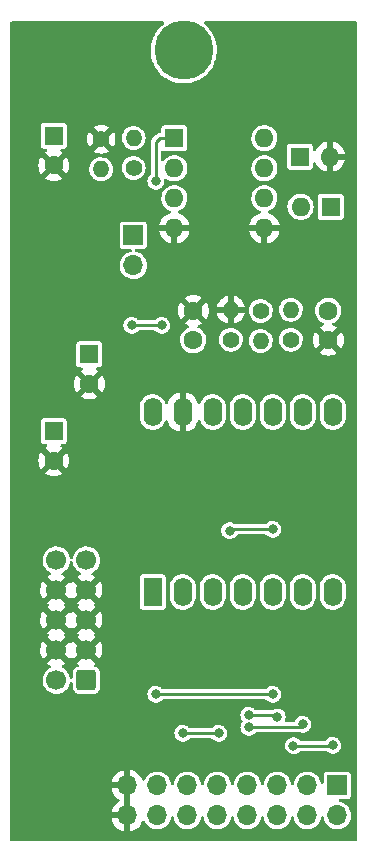
<source format=gbl>
%TF.GenerationSoftware,KiCad,Pcbnew,(6.0.1)*%
%TF.CreationDate,2022-09-30T20:37:04-04:00*%
%TF.ProjectId,SYNTH-VCO_DB-03,53594e54-482d-4564-934f-5f44422d3033,1*%
%TF.SameCoordinates,Original*%
%TF.FileFunction,Copper,L2,Bot*%
%TF.FilePolarity,Positive*%
%FSLAX46Y46*%
G04 Gerber Fmt 4.6, Leading zero omitted, Abs format (unit mm)*
G04 Created by KiCad (PCBNEW (6.0.1)) date 2022-09-30 20:37:04*
%MOMM*%
%LPD*%
G01*
G04 APERTURE LIST*
G04 Aperture macros list*
%AMRoundRect*
0 Rectangle with rounded corners*
0 $1 Rounding radius*
0 $2 $3 $4 $5 $6 $7 $8 $9 X,Y pos of 4 corners*
0 Add a 4 corners polygon primitive as box body*
4,1,4,$2,$3,$4,$5,$6,$7,$8,$9,$2,$3,0*
0 Add four circle primitives for the rounded corners*
1,1,$1+$1,$2,$3*
1,1,$1+$1,$4,$5*
1,1,$1+$1,$6,$7*
1,1,$1+$1,$8,$9*
0 Add four rect primitives between the rounded corners*
20,1,$1+$1,$2,$3,$4,$5,0*
20,1,$1+$1,$4,$5,$6,$7,0*
20,1,$1+$1,$6,$7,$8,$9,0*
20,1,$1+$1,$8,$9,$2,$3,0*%
G04 Aperture macros list end*
%TA.AperFunction,ComponentPad*%
%ADD10R,1.600000X1.600000*%
%TD*%
%TA.AperFunction,ComponentPad*%
%ADD11C,1.600000*%
%TD*%
%TA.AperFunction,ComponentPad*%
%ADD12O,1.600000X1.600000*%
%TD*%
%TA.AperFunction,ComponentPad*%
%ADD13R,1.700000X1.700000*%
%TD*%
%TA.AperFunction,ComponentPad*%
%ADD14O,1.700000X1.700000*%
%TD*%
%TA.AperFunction,ComponentPad*%
%ADD15C,1.400000*%
%TD*%
%TA.AperFunction,ComponentPad*%
%ADD16O,1.400000X1.400000*%
%TD*%
%TA.AperFunction,ComponentPad*%
%ADD17C,5.000000*%
%TD*%
%TA.AperFunction,ComponentPad*%
%ADD18RoundRect,0.250000X0.600000X0.600000X-0.600000X0.600000X-0.600000X-0.600000X0.600000X-0.600000X0*%
%TD*%
%TA.AperFunction,ComponentPad*%
%ADD19C,1.700000*%
%TD*%
%TA.AperFunction,ComponentPad*%
%ADD20R,1.600000X2.400000*%
%TD*%
%TA.AperFunction,ComponentPad*%
%ADD21O,1.600000X2.400000*%
%TD*%
%TA.AperFunction,ViaPad*%
%ADD22C,0.800000*%
%TD*%
%TA.AperFunction,Conductor*%
%ADD23C,0.250000*%
%TD*%
G04 APERTURE END LIST*
D10*
%TO.P,C11,1*%
%TO.N,+5V*%
X79000000Y-50000000D03*
D11*
%TO.P,C11,2*%
%TO.N,GND*%
X79000000Y-52500000D03*
%TD*%
D10*
%TO.P,C9,1*%
%TO.N,+3V3*%
X82000000Y-68500000D03*
D11*
%TO.P,C9,2*%
%TO.N,GND*%
X82000000Y-71000000D03*
%TD*%
D10*
%TO.P,D1,1,K*%
%TO.N,/AUD_OUT*%
X99824315Y-51750000D03*
D12*
%TO.P,D1,2,A*%
%TO.N,GND*%
X102364315Y-51750000D03*
%TD*%
D13*
%TO.P,J1,1,Pin_1*%
%TO.N,+3V3*%
X103000000Y-105000000D03*
D14*
%TO.P,J1,2,Pin_2*%
X103000000Y-107540000D03*
%TO.P,J1,3,Pin_3*%
%TO.N,unconnected-(J1-Pad3)*%
X100460000Y-105000000D03*
%TO.P,J1,4,Pin_4*%
%TO.N,/OCT_DN_PB*%
X100460000Y-107540000D03*
%TO.P,J1,5,Pin_5*%
%TO.N,/MOD_POT*%
X97920000Y-105000000D03*
%TO.P,J1,6,Pin_6*%
%TO.N,/OCT_UP_PB*%
X97920000Y-107540000D03*
%TO.P,J1,7,Pin_7*%
%TO.N,/GATE_CTL*%
X95380000Y-105000000D03*
%TO.P,J1,8,Pin_8*%
%TO.N,/MODE_UP_PB*%
X95380000Y-107540000D03*
%TO.P,J1,9,Pin_9*%
%TO.N,/FREQ_POT*%
X92840000Y-105000000D03*
%TO.P,J1,10,Pin_10*%
%TO.N,/MODE_DN_PB*%
X92840000Y-107540000D03*
%TO.P,J1,11,Pin_11*%
%TO.N,/VPEROCT_CV*%
X90300000Y-105000000D03*
%TO.P,J1,12,Pin_12*%
%TO.N,/MOD_CV*%
X90300000Y-107540000D03*
%TO.P,J1,13,Pin_13*%
%TO.N,/AUD_OUT*%
X87760000Y-105000000D03*
%TO.P,J1,14,Pin_14*%
%TO.N,/TIMBRE_PB*%
X87760000Y-107540000D03*
%TO.P,J1,15,Pin_15*%
%TO.N,GND*%
X85220000Y-105000000D03*
%TO.P,J1,16,Pin_16*%
X85220000Y-107540000D03*
%TD*%
D15*
%TO.P,R3,1*%
%TO.N,Net-(R2-Pad2)*%
X85750000Y-52720000D03*
D16*
%TO.P,R3,2*%
%TO.N,/AUD_OUT*%
X85750000Y-50180000D03*
%TD*%
D11*
%TO.P,C2,1*%
%TO.N,Net-(C2-Pad1)*%
X102235000Y-64790000D03*
%TO.P,C2,2*%
%TO.N,GND*%
X102235000Y-67290000D03*
%TD*%
D15*
%TO.P,R5,1*%
%TO.N,Net-(C2-Pad1)*%
X96520000Y-64820000D03*
D16*
%TO.P,R5,2*%
%TO.N,/PRE_FILT*%
X96520000Y-67360000D03*
%TD*%
D17*
%TO.P,MTG1,1*%
%TO.N,N/C*%
X90000000Y-42750000D03*
%TD*%
D10*
%TO.P,D2,1,K*%
%TO.N,+5V*%
X102425686Y-56000000D03*
D12*
%TO.P,D2,2,A*%
%TO.N,/AUD_OUT*%
X99885686Y-56000000D03*
%TD*%
D10*
%TO.P,U1,1*%
%TO.N,/AUD_OUT*%
X89200000Y-50200000D03*
D12*
%TO.P,U1,2,-*%
%TO.N,Net-(R2-Pad2)*%
X89200000Y-52740000D03*
%TO.P,U1,3,+*%
%TO.N,/PRE_FILT*%
X89200000Y-55280000D03*
%TO.P,U1,4,V-*%
%TO.N,GND*%
X89200000Y-57820000D03*
%TO.P,U1,5,+*%
X96820000Y-57820000D03*
%TO.P,U1,6,-*%
%TO.N,unconnected-(U1-Pad6)*%
X96820000Y-55280000D03*
%TO.P,U1,7*%
%TO.N,unconnected-(U1-Pad7)*%
X96820000Y-52740000D03*
%TO.P,U1,8,V+*%
%TO.N,+5V*%
X96820000Y-50200000D03*
%TD*%
D11*
%TO.P,C3,1*%
%TO.N,/PRE_FILT*%
X90805000Y-67290000D03*
%TO.P,C3,2*%
%TO.N,GND*%
X90805000Y-64790000D03*
%TD*%
D18*
%TO.P,J5,1,Pin_1*%
%TO.N,-12V*%
X81752500Y-96080000D03*
D19*
%TO.P,J5,2,Pin_2*%
X79212500Y-96080000D03*
%TO.P,J5,3,Pin_3*%
%TO.N,GND*%
X81752500Y-93540000D03*
%TO.P,J5,4,Pin_4*%
X79212500Y-93540000D03*
%TO.P,J5,5,Pin_5*%
X81752500Y-91000000D03*
%TO.P,J5,6,Pin_6*%
X79212500Y-91000000D03*
%TO.P,J5,7,Pin_7*%
X81752500Y-88460000D03*
%TO.P,J5,8,Pin_8*%
X79212500Y-88460000D03*
%TO.P,J5,9,Pin_9*%
%TO.N,+12V*%
X81752500Y-85920000D03*
%TO.P,J5,10,Pin_10*%
X79212500Y-85920000D03*
%TD*%
D20*
%TO.P,U2,1,D0/P26*%
%TO.N,/VPEROCT_CV*%
X87380000Y-88620000D03*
D21*
%TO.P,U2,2,D1/P27*%
%TO.N,/FREQ_POT*%
X89920000Y-88620000D03*
%TO.P,U2,3,D2/P28*%
%TO.N,/MOD_CV*%
X92460000Y-88620000D03*
%TO.P,U2,4,D3/P29*%
%TO.N,/MOD_POT*%
X95000000Y-88620000D03*
%TO.P,U2,5,D4/SDA/P6*%
%TO.N,/TIMBRE_PB*%
X97540000Y-88620000D03*
%TO.P,U2,6,D5/SCL/P7*%
%TO.N,/GATE_CTL*%
X100080000Y-88620000D03*
%TO.P,U2,7,D6/TX/P0*%
%TO.N,/OCT_UP_PB*%
X102620000Y-88620000D03*
%TO.P,U2,8,D7/RX/P1*%
%TO.N,/OCT_DN_PB*%
X102620000Y-73380000D03*
%TO.P,U2,9,D8/SCK/P2*%
%TO.N,/WAV*%
X100080000Y-73380000D03*
%TO.P,U2,10,D9/MISO/P4*%
%TO.N,/MODE_DN_PB*%
X97540000Y-73380000D03*
%TO.P,U2,11,D10/MOSI/P3*%
%TO.N,/MODE_UP_PB*%
X95000000Y-73380000D03*
%TO.P,U2,12,3.3V*%
%TO.N,+3V3*%
X92460000Y-73380000D03*
%TO.P,U2,13,GND*%
%TO.N,GND*%
X89920000Y-73380000D03*
%TO.P,U2,14,5V*%
%TO.N,+5V*%
X87380000Y-73380000D03*
%TD*%
D13*
%TO.P,H1,1,Pin_1*%
%TO.N,+5V*%
X85725000Y-58415000D03*
D14*
%TO.P,H1,2,Pin_2*%
%TO.N,Net-(C10-Pad1)*%
X85725000Y-60955000D03*
%TD*%
D15*
%TO.P,R2,1*%
%TO.N,GND*%
X83000000Y-50280000D03*
D16*
%TO.P,R2,2*%
%TO.N,Net-(R2-Pad2)*%
X83000000Y-52820000D03*
%TD*%
D15*
%TO.P,R6,1*%
%TO.N,/PRE_FILT*%
X93980000Y-67260000D03*
D16*
%TO.P,R6,2*%
%TO.N,GND*%
X93980000Y-64720000D03*
%TD*%
D15*
%TO.P,R4,1*%
%TO.N,/WAV*%
X99060000Y-67260000D03*
D16*
%TO.P,R4,2*%
%TO.N,Net-(C2-Pad1)*%
X99060000Y-64720000D03*
%TD*%
D10*
%TO.P,C10,1*%
%TO.N,Net-(C10-Pad1)*%
X79000000Y-75000000D03*
D11*
%TO.P,C10,2*%
%TO.N,GND*%
X79000000Y-77500000D03*
%TD*%
D22*
%TO.N,GND*%
X77216000Y-66040000D03*
%TO.N,/GATE_CTL*%
X95504000Y-100076000D03*
X100076000Y-99822000D03*
%TO.N,/FREQ_POT*%
X89916000Y-100584000D03*
X92964000Y-100584000D03*
%TO.N,/MOD_POT*%
X95504000Y-99060000D03*
X97920000Y-99190000D03*
%TO.N,/AUD_OUT*%
X87630000Y-53848000D03*
X88138000Y-66040000D03*
X85598000Y-66040000D03*
%TO.N,/TIMBRE_PB*%
X87630000Y-97282000D03*
X97536000Y-97282000D03*
%TO.N,/MODE_DN_PB*%
X97536000Y-83312000D03*
X93875480Y-83416520D03*
%TO.N,/OCT_UP_PB*%
X102616000Y-101600000D03*
X99285489Y-101628511D03*
%TD*%
D23*
%TO.N,/GATE_CTL*%
X99822000Y-100076000D02*
X100076000Y-99822000D01*
X95504000Y-100076000D02*
X99822000Y-100076000D01*
%TO.N,/FREQ_POT*%
X89916000Y-100584000D02*
X92964000Y-100584000D01*
%TO.N,/MOD_POT*%
X95504000Y-99060000D02*
X97790000Y-99060000D01*
X97790000Y-99060000D02*
X97920000Y-99190000D01*
%TO.N,/AUD_OUT*%
X87976000Y-50200000D02*
X89200000Y-50200000D01*
X87630000Y-53848000D02*
X87630000Y-50546000D01*
X87630000Y-50546000D02*
X87976000Y-50200000D01*
X85598000Y-66040000D02*
X88138000Y-66040000D01*
%TO.N,/TIMBRE_PB*%
X97536000Y-97282000D02*
X87630000Y-97282000D01*
%TO.N,/MODE_DN_PB*%
X93875480Y-83416520D02*
X93980000Y-83312000D01*
X93980000Y-83312000D02*
X97536000Y-83312000D01*
%TO.N,/OCT_UP_PB*%
X102616000Y-101600000D02*
X102587489Y-101628511D01*
X102587489Y-101628511D02*
X99285489Y-101628511D01*
%TD*%
%TA.AperFunction,Conductor*%
%TO.N,GND*%
G36*
X88274545Y-40324802D02*
G01*
X88321038Y-40378458D01*
X88331142Y-40448732D01*
X88301648Y-40513312D01*
X88285205Y-40529134D01*
X88119707Y-40661723D01*
X87892147Y-40891678D01*
X87692526Y-41146264D01*
X87690633Y-41149353D01*
X87690631Y-41149356D01*
X87645702Y-41222675D01*
X87523490Y-41422107D01*
X87387278Y-41715550D01*
X87285696Y-42022705D01*
X87284960Y-42026260D01*
X87284959Y-42026263D01*
X87220829Y-42335935D01*
X87220091Y-42339499D01*
X87219768Y-42343121D01*
X87219767Y-42343126D01*
X87212280Y-42427020D01*
X87191333Y-42661734D01*
X87199801Y-42985139D01*
X87245385Y-43305428D01*
X87327480Y-43618354D01*
X87444997Y-43919772D01*
X87446696Y-43922980D01*
X87571161Y-44158053D01*
X87596380Y-44205684D01*
X87598437Y-44208677D01*
X87777565Y-44469310D01*
X87777571Y-44469317D01*
X87779622Y-44472302D01*
X87782010Y-44475039D01*
X87957422Y-44676118D01*
X87992293Y-44716092D01*
X87994978Y-44718535D01*
X88192748Y-44898491D01*
X88231576Y-44933822D01*
X88234514Y-44935933D01*
X88234520Y-44935938D01*
X88417772Y-45067618D01*
X88494298Y-45122607D01*
X88776977Y-45279944D01*
X89075867Y-45403749D01*
X89079361Y-45404744D01*
X89079363Y-45404745D01*
X89383505Y-45491382D01*
X89383510Y-45491383D01*
X89387006Y-45492379D01*
X89570381Y-45522408D01*
X89702688Y-45544074D01*
X89702695Y-45544075D01*
X89706269Y-45544660D01*
X89867848Y-45552280D01*
X90025799Y-45559729D01*
X90025800Y-45559729D01*
X90029426Y-45559900D01*
X90039161Y-45559236D01*
X90348562Y-45538144D01*
X90348570Y-45538143D01*
X90352193Y-45537896D01*
X90355769Y-45537233D01*
X90355771Y-45537233D01*
X90666727Y-45479601D01*
X90666731Y-45479600D01*
X90670292Y-45478940D01*
X90979506Y-45383813D01*
X91275738Y-45253776D01*
X91555060Y-45090554D01*
X91760989Y-44935938D01*
X91810864Y-44898491D01*
X91810868Y-44898488D01*
X91813771Y-44896308D01*
X92048441Y-44673614D01*
X92255960Y-44425424D01*
X92257948Y-44422398D01*
X92431591Y-44158053D01*
X92431596Y-44158044D01*
X92433578Y-44155027D01*
X92551899Y-43919772D01*
X92577313Y-43869243D01*
X92577316Y-43869235D01*
X92578940Y-43866007D01*
X92670850Y-43614851D01*
X92688871Y-43565607D01*
X92688874Y-43565597D01*
X92690119Y-43562195D01*
X92690964Y-43558673D01*
X92690967Y-43558665D01*
X92764796Y-43251147D01*
X92764797Y-43251143D01*
X92765643Y-43247618D01*
X92796972Y-42988730D01*
X92804173Y-42929224D01*
X92804173Y-42929217D01*
X92804509Y-42926445D01*
X92810054Y-42750000D01*
X92791431Y-42427020D01*
X92735809Y-42108322D01*
X92643926Y-41798128D01*
X92516998Y-41500551D01*
X92474125Y-41425385D01*
X92358501Y-41222675D01*
X92356710Y-41219535D01*
X92165184Y-40958804D01*
X92105462Y-40894535D01*
X91947427Y-40724470D01*
X91944960Y-40721815D01*
X91716405Y-40526611D01*
X91677595Y-40467161D01*
X91677088Y-40396166D01*
X91715045Y-40336167D01*
X91779413Y-40306214D01*
X91798235Y-40304800D01*
X104569200Y-40304800D01*
X104637321Y-40324802D01*
X104683814Y-40378458D01*
X104695200Y-40430800D01*
X104695200Y-109569200D01*
X104675198Y-109637321D01*
X104621542Y-109683814D01*
X104569200Y-109695200D01*
X75430800Y-109695200D01*
X75362679Y-109675198D01*
X75316186Y-109621542D01*
X75304800Y-109569200D01*
X75304800Y-107807966D01*
X83888257Y-107807966D01*
X83918565Y-107942446D01*
X83921645Y-107952275D01*
X84001770Y-108149603D01*
X84006413Y-108158794D01*
X84117694Y-108340388D01*
X84123777Y-108348699D01*
X84263213Y-108509667D01*
X84270580Y-108516883D01*
X84434434Y-108652916D01*
X84442881Y-108658831D01*
X84626756Y-108766279D01*
X84636042Y-108770729D01*
X84835001Y-108846703D01*
X84844899Y-108849579D01*
X84948250Y-108870606D01*
X84962299Y-108869410D01*
X84966000Y-108859065D01*
X84966000Y-108858517D01*
X85474000Y-108858517D01*
X85478064Y-108872359D01*
X85491478Y-108874393D01*
X85498184Y-108873534D01*
X85508262Y-108871392D01*
X85712255Y-108810191D01*
X85721842Y-108806433D01*
X85913095Y-108712739D01*
X85921945Y-108707464D01*
X86095328Y-108583792D01*
X86103200Y-108577139D01*
X86254052Y-108426812D01*
X86260730Y-108418965D01*
X86385003Y-108246020D01*
X86390313Y-108237183D01*
X86484673Y-108046260D01*
X86485578Y-108043976D01*
X86486191Y-108043191D01*
X86486964Y-108041626D01*
X86487287Y-108041786D01*
X86529253Y-107988003D01*
X86596256Y-107964527D01*
X86665314Y-107981003D01*
X86717155Y-108037609D01*
X86755195Y-108120124D01*
X86877740Y-108293521D01*
X86950202Y-108364111D01*
X87014567Y-108426812D01*
X87029832Y-108441683D01*
X87034628Y-108444888D01*
X87034631Y-108444890D01*
X87105886Y-108492501D01*
X87206377Y-108559647D01*
X87211685Y-108561928D01*
X87211686Y-108561928D01*
X87396160Y-108641184D01*
X87396163Y-108641185D01*
X87401463Y-108643462D01*
X87407092Y-108644736D01*
X87407093Y-108644736D01*
X87602921Y-108689048D01*
X87602924Y-108689048D01*
X87608557Y-108690323D01*
X87614328Y-108690550D01*
X87614330Y-108690550D01*
X87679086Y-108693094D01*
X87820723Y-108698659D01*
X87925789Y-108683425D01*
X88025141Y-108669020D01*
X88025146Y-108669019D01*
X88030855Y-108668191D01*
X88036319Y-108666336D01*
X88036324Y-108666335D01*
X88226448Y-108601796D01*
X88231916Y-108599940D01*
X88417172Y-108496192D01*
X88580420Y-108360420D01*
X88716192Y-108197172D01*
X88819940Y-108011916D01*
X88888191Y-107810855D01*
X88889019Y-107805146D01*
X88889020Y-107805141D01*
X88900334Y-107727105D01*
X88903287Y-107706738D01*
X88932857Y-107642193D01*
X88992628Y-107603881D01*
X89063625Y-107603965D01*
X89123305Y-107642420D01*
X89152722Y-107707036D01*
X89153565Y-107715147D01*
X89153658Y-107715733D01*
X89154036Y-107721503D01*
X89206301Y-107927299D01*
X89295195Y-108120124D01*
X89417740Y-108293521D01*
X89490202Y-108364111D01*
X89554567Y-108426812D01*
X89569832Y-108441683D01*
X89574628Y-108444888D01*
X89574631Y-108444890D01*
X89645886Y-108492501D01*
X89746377Y-108559647D01*
X89751685Y-108561928D01*
X89751686Y-108561928D01*
X89936160Y-108641184D01*
X89936163Y-108641185D01*
X89941463Y-108643462D01*
X89947092Y-108644736D01*
X89947093Y-108644736D01*
X90142921Y-108689048D01*
X90142924Y-108689048D01*
X90148557Y-108690323D01*
X90154328Y-108690550D01*
X90154330Y-108690550D01*
X90219086Y-108693094D01*
X90360723Y-108698659D01*
X90465789Y-108683425D01*
X90565141Y-108669020D01*
X90565146Y-108669019D01*
X90570855Y-108668191D01*
X90576319Y-108666336D01*
X90576324Y-108666335D01*
X90766448Y-108601796D01*
X90771916Y-108599940D01*
X90957172Y-108496192D01*
X91120420Y-108360420D01*
X91256192Y-108197172D01*
X91359940Y-108011916D01*
X91428191Y-107810855D01*
X91429019Y-107805146D01*
X91429020Y-107805141D01*
X91440334Y-107727105D01*
X91443287Y-107706738D01*
X91472857Y-107642193D01*
X91532628Y-107603881D01*
X91603625Y-107603965D01*
X91663305Y-107642420D01*
X91692722Y-107707036D01*
X91693565Y-107715147D01*
X91693658Y-107715733D01*
X91694036Y-107721503D01*
X91746301Y-107927299D01*
X91835195Y-108120124D01*
X91957740Y-108293521D01*
X92030202Y-108364111D01*
X92094567Y-108426812D01*
X92109832Y-108441683D01*
X92114628Y-108444888D01*
X92114631Y-108444890D01*
X92185886Y-108492501D01*
X92286377Y-108559647D01*
X92291685Y-108561928D01*
X92291686Y-108561928D01*
X92476160Y-108641184D01*
X92476163Y-108641185D01*
X92481463Y-108643462D01*
X92487092Y-108644736D01*
X92487093Y-108644736D01*
X92682921Y-108689048D01*
X92682924Y-108689048D01*
X92688557Y-108690323D01*
X92694328Y-108690550D01*
X92694330Y-108690550D01*
X92759086Y-108693094D01*
X92900723Y-108698659D01*
X93005789Y-108683425D01*
X93105141Y-108669020D01*
X93105146Y-108669019D01*
X93110855Y-108668191D01*
X93116319Y-108666336D01*
X93116324Y-108666335D01*
X93306448Y-108601796D01*
X93311916Y-108599940D01*
X93497172Y-108496192D01*
X93660420Y-108360420D01*
X93796192Y-108197172D01*
X93899940Y-108011916D01*
X93968191Y-107810855D01*
X93969019Y-107805146D01*
X93969020Y-107805141D01*
X93980334Y-107727105D01*
X93983287Y-107706738D01*
X94012857Y-107642193D01*
X94072628Y-107603881D01*
X94143625Y-107603965D01*
X94203305Y-107642420D01*
X94232722Y-107707036D01*
X94233565Y-107715147D01*
X94233658Y-107715733D01*
X94234036Y-107721503D01*
X94286301Y-107927299D01*
X94375195Y-108120124D01*
X94497740Y-108293521D01*
X94570202Y-108364111D01*
X94634567Y-108426812D01*
X94649832Y-108441683D01*
X94654628Y-108444888D01*
X94654631Y-108444890D01*
X94725886Y-108492501D01*
X94826377Y-108559647D01*
X94831685Y-108561928D01*
X94831686Y-108561928D01*
X95016160Y-108641184D01*
X95016163Y-108641185D01*
X95021463Y-108643462D01*
X95027092Y-108644736D01*
X95027093Y-108644736D01*
X95222921Y-108689048D01*
X95222924Y-108689048D01*
X95228557Y-108690323D01*
X95234328Y-108690550D01*
X95234330Y-108690550D01*
X95299086Y-108693094D01*
X95440723Y-108698659D01*
X95545789Y-108683425D01*
X95645141Y-108669020D01*
X95645146Y-108669019D01*
X95650855Y-108668191D01*
X95656319Y-108666336D01*
X95656324Y-108666335D01*
X95846448Y-108601796D01*
X95851916Y-108599940D01*
X96037172Y-108496192D01*
X96200420Y-108360420D01*
X96336192Y-108197172D01*
X96439940Y-108011916D01*
X96508191Y-107810855D01*
X96509019Y-107805146D01*
X96509020Y-107805141D01*
X96520334Y-107727105D01*
X96523287Y-107706738D01*
X96552857Y-107642193D01*
X96612628Y-107603881D01*
X96683625Y-107603965D01*
X96743305Y-107642420D01*
X96772722Y-107707036D01*
X96773565Y-107715147D01*
X96773658Y-107715733D01*
X96774036Y-107721503D01*
X96826301Y-107927299D01*
X96915195Y-108120124D01*
X97037740Y-108293521D01*
X97110202Y-108364111D01*
X97174567Y-108426812D01*
X97189832Y-108441683D01*
X97194628Y-108444888D01*
X97194631Y-108444890D01*
X97265886Y-108492501D01*
X97366377Y-108559647D01*
X97371685Y-108561928D01*
X97371686Y-108561928D01*
X97556160Y-108641184D01*
X97556163Y-108641185D01*
X97561463Y-108643462D01*
X97567092Y-108644736D01*
X97567093Y-108644736D01*
X97762921Y-108689048D01*
X97762924Y-108689048D01*
X97768557Y-108690323D01*
X97774328Y-108690550D01*
X97774330Y-108690550D01*
X97839086Y-108693094D01*
X97980723Y-108698659D01*
X98085789Y-108683425D01*
X98185141Y-108669020D01*
X98185146Y-108669019D01*
X98190855Y-108668191D01*
X98196319Y-108666336D01*
X98196324Y-108666335D01*
X98386448Y-108601796D01*
X98391916Y-108599940D01*
X98577172Y-108496192D01*
X98740420Y-108360420D01*
X98876192Y-108197172D01*
X98979940Y-108011916D01*
X99048191Y-107810855D01*
X99049019Y-107805146D01*
X99049020Y-107805141D01*
X99060334Y-107727105D01*
X99063287Y-107706738D01*
X99092857Y-107642193D01*
X99152628Y-107603881D01*
X99223625Y-107603965D01*
X99283305Y-107642420D01*
X99312722Y-107707036D01*
X99313565Y-107715147D01*
X99313658Y-107715733D01*
X99314036Y-107721503D01*
X99366301Y-107927299D01*
X99455195Y-108120124D01*
X99577740Y-108293521D01*
X99650202Y-108364111D01*
X99714567Y-108426812D01*
X99729832Y-108441683D01*
X99734628Y-108444888D01*
X99734631Y-108444890D01*
X99805886Y-108492501D01*
X99906377Y-108559647D01*
X99911685Y-108561928D01*
X99911686Y-108561928D01*
X100096160Y-108641184D01*
X100096163Y-108641185D01*
X100101463Y-108643462D01*
X100107092Y-108644736D01*
X100107093Y-108644736D01*
X100302921Y-108689048D01*
X100302924Y-108689048D01*
X100308557Y-108690323D01*
X100314328Y-108690550D01*
X100314330Y-108690550D01*
X100379086Y-108693094D01*
X100520723Y-108698659D01*
X100625789Y-108683425D01*
X100725141Y-108669020D01*
X100725146Y-108669019D01*
X100730855Y-108668191D01*
X100736319Y-108666336D01*
X100736324Y-108666335D01*
X100926448Y-108601796D01*
X100931916Y-108599940D01*
X101117172Y-108496192D01*
X101280420Y-108360420D01*
X101416192Y-108197172D01*
X101519940Y-108011916D01*
X101588191Y-107810855D01*
X101589019Y-107805146D01*
X101589020Y-107805141D01*
X101600334Y-107727105D01*
X101603287Y-107706738D01*
X101632857Y-107642193D01*
X101692628Y-107603881D01*
X101763625Y-107603965D01*
X101823305Y-107642420D01*
X101852722Y-107707036D01*
X101853565Y-107715147D01*
X101853658Y-107715733D01*
X101854036Y-107721503D01*
X101906301Y-107927299D01*
X101995195Y-108120124D01*
X102117740Y-108293521D01*
X102190202Y-108364111D01*
X102254567Y-108426812D01*
X102269832Y-108441683D01*
X102274628Y-108444888D01*
X102274631Y-108444890D01*
X102345886Y-108492501D01*
X102446377Y-108559647D01*
X102451685Y-108561928D01*
X102451686Y-108561928D01*
X102636160Y-108641184D01*
X102636163Y-108641185D01*
X102641463Y-108643462D01*
X102647092Y-108644736D01*
X102647093Y-108644736D01*
X102842921Y-108689048D01*
X102842924Y-108689048D01*
X102848557Y-108690323D01*
X102854328Y-108690550D01*
X102854330Y-108690550D01*
X102919086Y-108693094D01*
X103060723Y-108698659D01*
X103165789Y-108683425D01*
X103265141Y-108669020D01*
X103265146Y-108669019D01*
X103270855Y-108668191D01*
X103276319Y-108666336D01*
X103276324Y-108666335D01*
X103466448Y-108601796D01*
X103471916Y-108599940D01*
X103657172Y-108496192D01*
X103820420Y-108360420D01*
X103956192Y-108197172D01*
X104059940Y-108011916D01*
X104128191Y-107810855D01*
X104129019Y-107805146D01*
X104129020Y-107805141D01*
X104158126Y-107604397D01*
X104158659Y-107600723D01*
X104160249Y-107540000D01*
X104140821Y-107328561D01*
X104128818Y-107286000D01*
X104084754Y-107129764D01*
X104083186Y-107124204D01*
X103989275Y-106933772D01*
X103862233Y-106763642D01*
X103706315Y-106619513D01*
X103526742Y-106506211D01*
X103493068Y-106492776D01*
X103466096Y-106482015D01*
X103329529Y-106427530D01*
X103323861Y-106426403D01*
X103323859Y-106426402D01*
X103215653Y-106404879D01*
X103152743Y-106371972D01*
X103117611Y-106310277D01*
X103121411Y-106239382D01*
X103162936Y-106181796D01*
X103229003Y-106155802D01*
X103240234Y-106155300D01*
X103895358Y-106155300D01*
X103906252Y-106154004D01*
X103912593Y-106153250D01*
X103912596Y-106153249D01*
X103921978Y-106152133D01*
X104025919Y-106105964D01*
X104071862Y-106059940D01*
X104098052Y-106033705D01*
X104098053Y-106033703D01*
X104106270Y-106025472D01*
X104152258Y-105921451D01*
X104155300Y-105895358D01*
X104155300Y-104104642D01*
X104154004Y-104093748D01*
X104153250Y-104087407D01*
X104153249Y-104087404D01*
X104152133Y-104078022D01*
X104105964Y-103974081D01*
X104065814Y-103934002D01*
X104033705Y-103901948D01*
X104033703Y-103901947D01*
X104025472Y-103893730D01*
X103921451Y-103847742D01*
X103895358Y-103844700D01*
X102104642Y-103844700D01*
X102093748Y-103845996D01*
X102087407Y-103846750D01*
X102087404Y-103846751D01*
X102078022Y-103847867D01*
X102009490Y-103878308D01*
X101991268Y-103886402D01*
X101974081Y-103894036D01*
X101934002Y-103934186D01*
X101901948Y-103966295D01*
X101901947Y-103966297D01*
X101893730Y-103974528D01*
X101847742Y-104078549D01*
X101844700Y-104104642D01*
X101844700Y-104742339D01*
X101824698Y-104810460D01*
X101771042Y-104856953D01*
X101700768Y-104867057D01*
X101636188Y-104837563D01*
X101597431Y-104776541D01*
X101544754Y-104589764D01*
X101543186Y-104584204D01*
X101449275Y-104393772D01*
X101322233Y-104223642D01*
X101197462Y-104108305D01*
X101170555Y-104083432D01*
X101170552Y-104083430D01*
X101166315Y-104079513D01*
X100986742Y-103966211D01*
X100953068Y-103952776D01*
X100926096Y-103942015D01*
X100789529Y-103887530D01*
X100783861Y-103886403D01*
X100783859Y-103886402D01*
X100586946Y-103847234D01*
X100586944Y-103847234D01*
X100581279Y-103846107D01*
X100575504Y-103846031D01*
X100575500Y-103846031D01*
X100469283Y-103844641D01*
X100368968Y-103843328D01*
X100363271Y-103844307D01*
X100363270Y-103844307D01*
X100165395Y-103878308D01*
X100165392Y-103878309D01*
X100159705Y-103879286D01*
X99960500Y-103952776D01*
X99778023Y-104061339D01*
X99618385Y-104201337D01*
X99614818Y-104205862D01*
X99614813Y-104205867D01*
X99492663Y-104360814D01*
X99486933Y-104368083D01*
X99484245Y-104373192D01*
X99390759Y-104550880D01*
X99390757Y-104550885D01*
X99388070Y-104555992D01*
X99325105Y-104758771D01*
X99316078Y-104835041D01*
X99315690Y-104838321D01*
X99287820Y-104903619D01*
X99229072Y-104943483D01*
X99158097Y-104945258D01*
X99097430Y-104908379D01*
X99066333Y-104844555D01*
X99065092Y-104835041D01*
X99061350Y-104794315D01*
X99061349Y-104794312D01*
X99060821Y-104788561D01*
X99048818Y-104746000D01*
X99004754Y-104589764D01*
X99003186Y-104584204D01*
X98909275Y-104393772D01*
X98782233Y-104223642D01*
X98657462Y-104108305D01*
X98630555Y-104083432D01*
X98630552Y-104083430D01*
X98626315Y-104079513D01*
X98446742Y-103966211D01*
X98413068Y-103952776D01*
X98386096Y-103942015D01*
X98249529Y-103887530D01*
X98243861Y-103886403D01*
X98243859Y-103886402D01*
X98046946Y-103847234D01*
X98046944Y-103847234D01*
X98041279Y-103846107D01*
X98035504Y-103846031D01*
X98035500Y-103846031D01*
X97929283Y-103844641D01*
X97828968Y-103843328D01*
X97823271Y-103844307D01*
X97823270Y-103844307D01*
X97625395Y-103878308D01*
X97625392Y-103878309D01*
X97619705Y-103879286D01*
X97420500Y-103952776D01*
X97238023Y-104061339D01*
X97078385Y-104201337D01*
X97074818Y-104205862D01*
X97074813Y-104205867D01*
X96952663Y-104360814D01*
X96946933Y-104368083D01*
X96944245Y-104373192D01*
X96850759Y-104550880D01*
X96850757Y-104550885D01*
X96848070Y-104555992D01*
X96785105Y-104758771D01*
X96776078Y-104835041D01*
X96775690Y-104838321D01*
X96747820Y-104903619D01*
X96689072Y-104943483D01*
X96618097Y-104945258D01*
X96557430Y-104908379D01*
X96526333Y-104844555D01*
X96525092Y-104835041D01*
X96521350Y-104794315D01*
X96521349Y-104794312D01*
X96520821Y-104788561D01*
X96508818Y-104746000D01*
X96464754Y-104589764D01*
X96463186Y-104584204D01*
X96369275Y-104393772D01*
X96242233Y-104223642D01*
X96117462Y-104108305D01*
X96090555Y-104083432D01*
X96090552Y-104083430D01*
X96086315Y-104079513D01*
X95906742Y-103966211D01*
X95873068Y-103952776D01*
X95846096Y-103942015D01*
X95709529Y-103887530D01*
X95703861Y-103886403D01*
X95703859Y-103886402D01*
X95506946Y-103847234D01*
X95506944Y-103847234D01*
X95501279Y-103846107D01*
X95495504Y-103846031D01*
X95495500Y-103846031D01*
X95389283Y-103844641D01*
X95288968Y-103843328D01*
X95283271Y-103844307D01*
X95283270Y-103844307D01*
X95085395Y-103878308D01*
X95085392Y-103878309D01*
X95079705Y-103879286D01*
X94880500Y-103952776D01*
X94698023Y-104061339D01*
X94538385Y-104201337D01*
X94534818Y-104205862D01*
X94534813Y-104205867D01*
X94412663Y-104360814D01*
X94406933Y-104368083D01*
X94404245Y-104373192D01*
X94310759Y-104550880D01*
X94310757Y-104550885D01*
X94308070Y-104555992D01*
X94245105Y-104758771D01*
X94236078Y-104835041D01*
X94235690Y-104838321D01*
X94207820Y-104903619D01*
X94149072Y-104943483D01*
X94078097Y-104945258D01*
X94017430Y-104908379D01*
X93986333Y-104844555D01*
X93985092Y-104835041D01*
X93981350Y-104794315D01*
X93981349Y-104794312D01*
X93980821Y-104788561D01*
X93968818Y-104746000D01*
X93924754Y-104589764D01*
X93923186Y-104584204D01*
X93829275Y-104393772D01*
X93702233Y-104223642D01*
X93577462Y-104108305D01*
X93550555Y-104083432D01*
X93550552Y-104083430D01*
X93546315Y-104079513D01*
X93366742Y-103966211D01*
X93333068Y-103952776D01*
X93306096Y-103942015D01*
X93169529Y-103887530D01*
X93163861Y-103886403D01*
X93163859Y-103886402D01*
X92966946Y-103847234D01*
X92966944Y-103847234D01*
X92961279Y-103846107D01*
X92955504Y-103846031D01*
X92955500Y-103846031D01*
X92849283Y-103844641D01*
X92748968Y-103843328D01*
X92743271Y-103844307D01*
X92743270Y-103844307D01*
X92545395Y-103878308D01*
X92545392Y-103878309D01*
X92539705Y-103879286D01*
X92340500Y-103952776D01*
X92158023Y-104061339D01*
X91998385Y-104201337D01*
X91994818Y-104205862D01*
X91994813Y-104205867D01*
X91872663Y-104360814D01*
X91866933Y-104368083D01*
X91864245Y-104373192D01*
X91770759Y-104550880D01*
X91770757Y-104550885D01*
X91768070Y-104555992D01*
X91705105Y-104758771D01*
X91696078Y-104835041D01*
X91695690Y-104838321D01*
X91667820Y-104903619D01*
X91609072Y-104943483D01*
X91538097Y-104945258D01*
X91477430Y-104908379D01*
X91446333Y-104844555D01*
X91445092Y-104835041D01*
X91441350Y-104794315D01*
X91441349Y-104794312D01*
X91440821Y-104788561D01*
X91428818Y-104746000D01*
X91384754Y-104589764D01*
X91383186Y-104584204D01*
X91289275Y-104393772D01*
X91162233Y-104223642D01*
X91037462Y-104108305D01*
X91010555Y-104083432D01*
X91010552Y-104083430D01*
X91006315Y-104079513D01*
X90826742Y-103966211D01*
X90793068Y-103952776D01*
X90766096Y-103942015D01*
X90629529Y-103887530D01*
X90623861Y-103886403D01*
X90623859Y-103886402D01*
X90426946Y-103847234D01*
X90426944Y-103847234D01*
X90421279Y-103846107D01*
X90415504Y-103846031D01*
X90415500Y-103846031D01*
X90309283Y-103844641D01*
X90208968Y-103843328D01*
X90203271Y-103844307D01*
X90203270Y-103844307D01*
X90005395Y-103878308D01*
X90005392Y-103878309D01*
X89999705Y-103879286D01*
X89800500Y-103952776D01*
X89618023Y-104061339D01*
X89458385Y-104201337D01*
X89454818Y-104205862D01*
X89454813Y-104205867D01*
X89332663Y-104360814D01*
X89326933Y-104368083D01*
X89324245Y-104373192D01*
X89230759Y-104550880D01*
X89230757Y-104550885D01*
X89228070Y-104555992D01*
X89165105Y-104758771D01*
X89156078Y-104835041D01*
X89155690Y-104838321D01*
X89127820Y-104903619D01*
X89069072Y-104943483D01*
X88998097Y-104945258D01*
X88937430Y-104908379D01*
X88906333Y-104844555D01*
X88905092Y-104835041D01*
X88901350Y-104794315D01*
X88901349Y-104794312D01*
X88900821Y-104788561D01*
X88888818Y-104746000D01*
X88844754Y-104589764D01*
X88843186Y-104584204D01*
X88749275Y-104393772D01*
X88622233Y-104223642D01*
X88497462Y-104108305D01*
X88470555Y-104083432D01*
X88470552Y-104083430D01*
X88466315Y-104079513D01*
X88286742Y-103966211D01*
X88253068Y-103952776D01*
X88226096Y-103942015D01*
X88089529Y-103887530D01*
X88083861Y-103886403D01*
X88083859Y-103886402D01*
X87886946Y-103847234D01*
X87886944Y-103847234D01*
X87881279Y-103846107D01*
X87875504Y-103846031D01*
X87875500Y-103846031D01*
X87769283Y-103844641D01*
X87668968Y-103843328D01*
X87663271Y-103844307D01*
X87663270Y-103844307D01*
X87465395Y-103878308D01*
X87465392Y-103878309D01*
X87459705Y-103879286D01*
X87260500Y-103952776D01*
X87078023Y-104061339D01*
X86918385Y-104201337D01*
X86914818Y-104205862D01*
X86914813Y-104205867D01*
X86792663Y-104360814D01*
X86786933Y-104368083D01*
X86784245Y-104373192D01*
X86711702Y-104511074D01*
X86662282Y-104562047D01*
X86593150Y-104578210D01*
X86526254Y-104554431D01*
X86484643Y-104502649D01*
X86422972Y-104360814D01*
X86418105Y-104351739D01*
X86302426Y-104172926D01*
X86296136Y-104164757D01*
X86152806Y-104007240D01*
X86145273Y-104000215D01*
X85978139Y-103868222D01*
X85969552Y-103862517D01*
X85783117Y-103759599D01*
X85773705Y-103755369D01*
X85572959Y-103684280D01*
X85562988Y-103681646D01*
X85491837Y-103668972D01*
X85478540Y-103670432D01*
X85474000Y-103684989D01*
X85474000Y-108858517D01*
X84966000Y-108858517D01*
X84966000Y-107812115D01*
X84961525Y-107796876D01*
X84960135Y-107795671D01*
X84952452Y-107794000D01*
X83903225Y-107794000D01*
X83889694Y-107797973D01*
X83888257Y-107807966D01*
X75304800Y-107807966D01*
X75304800Y-107274183D01*
X83884389Y-107274183D01*
X83885912Y-107282607D01*
X83898292Y-107286000D01*
X84947885Y-107286000D01*
X84963124Y-107281525D01*
X84964329Y-107280135D01*
X84966000Y-107272452D01*
X84966000Y-105272115D01*
X84961525Y-105256876D01*
X84960135Y-105255671D01*
X84952452Y-105254000D01*
X83903225Y-105254000D01*
X83889694Y-105257973D01*
X83888257Y-105267966D01*
X83918565Y-105402446D01*
X83921645Y-105412275D01*
X84001770Y-105609603D01*
X84006413Y-105618794D01*
X84117694Y-105800388D01*
X84123777Y-105808699D01*
X84263213Y-105969667D01*
X84270580Y-105976883D01*
X84434434Y-106112916D01*
X84442881Y-106118831D01*
X84512479Y-106159501D01*
X84561203Y-106211140D01*
X84574274Y-106280923D01*
X84547543Y-106346694D01*
X84507087Y-106380053D01*
X84498462Y-106384542D01*
X84489738Y-106390036D01*
X84319433Y-106517905D01*
X84311726Y-106524748D01*
X84164590Y-106678717D01*
X84158104Y-106686727D01*
X84038098Y-106862649D01*
X84033000Y-106871623D01*
X83943338Y-107064783D01*
X83939775Y-107074470D01*
X83884389Y-107274183D01*
X75304800Y-107274183D01*
X75304800Y-104734183D01*
X83884389Y-104734183D01*
X83885912Y-104742607D01*
X83898292Y-104746000D01*
X84947885Y-104746000D01*
X84963124Y-104741525D01*
X84964329Y-104740135D01*
X84966000Y-104732452D01*
X84966000Y-103683102D01*
X84962082Y-103669758D01*
X84947806Y-103667771D01*
X84909324Y-103673660D01*
X84899288Y-103676051D01*
X84696868Y-103742212D01*
X84687359Y-103746209D01*
X84498463Y-103844542D01*
X84489738Y-103850036D01*
X84319433Y-103977905D01*
X84311726Y-103984748D01*
X84164590Y-104138717D01*
X84158104Y-104146727D01*
X84038098Y-104322649D01*
X84033000Y-104331623D01*
X83943338Y-104524783D01*
X83939775Y-104534470D01*
X83884389Y-104734183D01*
X75304800Y-104734183D01*
X75304800Y-101621071D01*
X98575048Y-101621071D01*
X98593781Y-101790750D01*
X98596390Y-101797881D01*
X98596391Y-101797883D01*
X98649232Y-101942276D01*
X98652447Y-101951062D01*
X98747659Y-102092753D01*
X98753271Y-102097860D01*
X98753274Y-102097863D01*
X98868300Y-102202529D01*
X98868304Y-102202532D01*
X98873921Y-102207643D01*
X98880598Y-102211268D01*
X98880599Y-102211269D01*
X98903489Y-102223697D01*
X99023944Y-102289099D01*
X99189066Y-102332418D01*
X99276081Y-102333785D01*
X99352155Y-102334980D01*
X99352158Y-102334980D01*
X99359754Y-102335099D01*
X99367158Y-102333403D01*
X99367160Y-102333403D01*
X99429481Y-102319130D01*
X99526156Y-102296988D01*
X99678663Y-102220285D01*
X99684434Y-102215356D01*
X99684437Y-102215354D01*
X99802697Y-102114350D01*
X99802699Y-102114348D01*
X99808471Y-102109418D01*
X99812904Y-102103248D01*
X99816325Y-102099528D01*
X99877156Y-102062921D01*
X99909076Y-102058811D01*
X102023456Y-102058811D01*
X102091577Y-102078813D01*
X102108254Y-102091617D01*
X102204432Y-102179132D01*
X102211109Y-102182757D01*
X102211110Y-102182758D01*
X102234000Y-102195186D01*
X102354455Y-102260588D01*
X102519577Y-102303907D01*
X102606592Y-102305274D01*
X102682666Y-102306469D01*
X102682669Y-102306469D01*
X102690265Y-102306588D01*
X102697669Y-102304892D01*
X102697671Y-102304892D01*
X102782445Y-102285476D01*
X102856667Y-102268477D01*
X103009174Y-102191774D01*
X103014945Y-102186845D01*
X103014948Y-102186843D01*
X103133210Y-102085837D01*
X103133211Y-102085836D01*
X103138982Y-102080907D01*
X103238598Y-101942276D01*
X103302271Y-101783886D01*
X103326324Y-101614879D01*
X103326480Y-101600000D01*
X103305971Y-101430527D01*
X103284378Y-101373381D01*
X103248315Y-101277942D01*
X103248314Y-101277940D01*
X103245630Y-101270837D01*
X103241331Y-101264582D01*
X103241329Y-101264578D01*
X103153241Y-101136410D01*
X103153240Y-101136408D01*
X103148939Y-101130151D01*
X103142705Y-101124596D01*
X103044842Y-101037404D01*
X103021481Y-101016590D01*
X103013523Y-101012376D01*
X102877322Y-100940262D01*
X102877321Y-100940261D01*
X102870613Y-100936710D01*
X102705047Y-100895122D01*
X102697449Y-100895082D01*
X102697447Y-100895082D01*
X102623658Y-100894696D01*
X102534339Y-100894229D01*
X102526960Y-100896001D01*
X102526956Y-100896001D01*
X102375726Y-100932308D01*
X102375722Y-100932309D01*
X102368347Y-100934080D01*
X102216651Y-101012376D01*
X102210929Y-101017368D01*
X102210927Y-101017369D01*
X102093737Y-101119600D01*
X102088010Y-101124596D01*
X102073908Y-101144662D01*
X102018373Y-101188893D01*
X101970821Y-101198211D01*
X99908969Y-101198211D01*
X99840848Y-101178209D01*
X99818909Y-101159362D01*
X99818428Y-101158662D01*
X99812757Y-101153609D01*
X99812754Y-101153606D01*
X99702099Y-101055017D01*
X99690970Y-101045101D01*
X99683012Y-101040887D01*
X99546811Y-100968773D01*
X99546810Y-100968772D01*
X99540102Y-100965221D01*
X99374536Y-100923633D01*
X99366938Y-100923593D01*
X99366936Y-100923593D01*
X99293147Y-100923207D01*
X99203828Y-100922740D01*
X99196449Y-100924512D01*
X99196445Y-100924512D01*
X99045215Y-100960819D01*
X99045211Y-100960820D01*
X99037836Y-100962591D01*
X98886140Y-101040887D01*
X98880418Y-101045879D01*
X98880416Y-101045880D01*
X98776639Y-101136410D01*
X98757499Y-101153107D01*
X98659341Y-101292773D01*
X98656582Y-101299848D01*
X98656581Y-101299851D01*
X98602692Y-101438070D01*
X98597330Y-101451822D01*
X98596338Y-101459355D01*
X98596338Y-101459356D01*
X98577278Y-101604134D01*
X98575048Y-101621071D01*
X75304800Y-101621071D01*
X75304800Y-100576560D01*
X89205559Y-100576560D01*
X89206393Y-100584110D01*
X89223227Y-100736588D01*
X89224292Y-100746239D01*
X89226901Y-100753370D01*
X89226902Y-100753372D01*
X89278776Y-100895122D01*
X89282958Y-100906551D01*
X89287194Y-100912854D01*
X89287194Y-100912855D01*
X89293863Y-100922780D01*
X89378170Y-101048242D01*
X89383782Y-101053349D01*
X89383785Y-101053352D01*
X89498811Y-101158018D01*
X89498815Y-101158021D01*
X89504432Y-101163132D01*
X89511109Y-101166757D01*
X89511110Y-101166758D01*
X89532200Y-101178209D01*
X89654455Y-101244588D01*
X89819577Y-101287907D01*
X89906592Y-101289274D01*
X89982666Y-101290469D01*
X89982669Y-101290469D01*
X89990265Y-101290588D01*
X89997669Y-101288892D01*
X89997671Y-101288892D01*
X90059992Y-101274619D01*
X90156667Y-101252477D01*
X90309174Y-101175774D01*
X90314945Y-101170845D01*
X90314948Y-101170843D01*
X90433208Y-101069839D01*
X90433210Y-101069837D01*
X90438982Y-101064907D01*
X90443415Y-101058737D01*
X90446836Y-101055017D01*
X90507667Y-101018410D01*
X90539587Y-101014300D01*
X92340390Y-101014300D01*
X92408511Y-101034302D01*
X92425464Y-101049018D01*
X92426170Y-101048242D01*
X92546811Y-101158018D01*
X92546815Y-101158021D01*
X92552432Y-101163132D01*
X92559109Y-101166757D01*
X92559110Y-101166758D01*
X92580200Y-101178209D01*
X92702455Y-101244588D01*
X92867577Y-101287907D01*
X92954592Y-101289274D01*
X93030666Y-101290469D01*
X93030669Y-101290469D01*
X93038265Y-101290588D01*
X93045669Y-101288892D01*
X93045671Y-101288892D01*
X93107992Y-101274619D01*
X93204667Y-101252477D01*
X93357174Y-101175774D01*
X93362945Y-101170845D01*
X93362948Y-101170843D01*
X93481210Y-101069837D01*
X93481211Y-101069836D01*
X93486982Y-101064907D01*
X93586598Y-100926276D01*
X93591993Y-100912855D01*
X93647436Y-100774939D01*
X93647437Y-100774937D01*
X93650271Y-100767886D01*
X93674324Y-100598879D01*
X93674480Y-100584000D01*
X93671201Y-100556907D01*
X93654884Y-100422070D01*
X93654884Y-100422069D01*
X93653971Y-100414527D01*
X93593630Y-100254837D01*
X93589331Y-100248582D01*
X93589329Y-100248578D01*
X93501241Y-100120410D01*
X93501240Y-100120408D01*
X93496939Y-100114151D01*
X93491265Y-100109095D01*
X93445769Y-100068560D01*
X94793559Y-100068560D01*
X94812292Y-100238239D01*
X94814901Y-100245370D01*
X94814902Y-100245372D01*
X94816076Y-100248578D01*
X94870958Y-100398551D01*
X94966170Y-100540242D01*
X94971782Y-100545349D01*
X94971785Y-100545352D01*
X95086811Y-100650018D01*
X95086815Y-100650021D01*
X95092432Y-100655132D01*
X95099109Y-100658757D01*
X95099110Y-100658758D01*
X95122000Y-100671186D01*
X95242455Y-100736588D01*
X95407577Y-100779907D01*
X95494592Y-100781274D01*
X95570666Y-100782469D01*
X95570669Y-100782469D01*
X95578265Y-100782588D01*
X95585669Y-100780892D01*
X95585671Y-100780892D01*
X95675318Y-100760360D01*
X95744667Y-100744477D01*
X95897174Y-100667774D01*
X95902945Y-100662845D01*
X95902948Y-100662843D01*
X96021208Y-100561839D01*
X96021210Y-100561837D01*
X96026982Y-100556907D01*
X96031415Y-100550737D01*
X96034836Y-100547017D01*
X96095667Y-100510410D01*
X96127587Y-100506300D01*
X99788982Y-100506300D01*
X99803790Y-100507173D01*
X99835668Y-100510946D01*
X99844932Y-100509254D01*
X99844933Y-100509254D01*
X99853971Y-100507603D01*
X99859354Y-100506620D01*
X99913965Y-100508694D01*
X99979577Y-100525907D01*
X100066592Y-100527274D01*
X100142666Y-100528469D01*
X100142669Y-100528469D01*
X100150265Y-100528588D01*
X100157669Y-100526892D01*
X100157671Y-100526892D01*
X100227294Y-100510946D01*
X100316667Y-100490477D01*
X100469174Y-100413774D01*
X100474945Y-100408845D01*
X100474948Y-100408843D01*
X100593210Y-100307837D01*
X100593211Y-100307836D01*
X100598982Y-100302907D01*
X100698598Y-100164276D01*
X100704638Y-100149251D01*
X100759436Y-100012939D01*
X100759437Y-100012937D01*
X100762271Y-100005886D01*
X100786324Y-99836879D01*
X100786480Y-99822000D01*
X100765971Y-99652527D01*
X100705630Y-99492837D01*
X100701331Y-99486582D01*
X100701329Y-99486578D01*
X100613241Y-99358410D01*
X100613240Y-99358408D01*
X100608939Y-99352151D01*
X100602705Y-99346596D01*
X100487152Y-99243643D01*
X100481481Y-99238590D01*
X100473523Y-99234376D01*
X100337322Y-99162262D01*
X100337321Y-99162261D01*
X100330613Y-99158710D01*
X100165047Y-99117122D01*
X100157449Y-99117082D01*
X100157447Y-99117082D01*
X100083658Y-99116696D01*
X99994339Y-99116229D01*
X99986960Y-99118001D01*
X99986956Y-99118001D01*
X99835726Y-99154308D01*
X99835722Y-99154309D01*
X99828347Y-99156080D01*
X99676651Y-99234376D01*
X99548010Y-99346596D01*
X99449852Y-99486262D01*
X99447093Y-99493337D01*
X99447092Y-99493340D01*
X99418970Y-99565470D01*
X99375589Y-99621671D01*
X99301577Y-99645700D01*
X98683453Y-99645700D01*
X98615332Y-99625698D01*
X98568839Y-99572042D01*
X98558735Y-99501768D01*
X98566546Y-99472703D01*
X98603436Y-99380939D01*
X98603437Y-99380937D01*
X98606271Y-99373886D01*
X98630324Y-99204879D01*
X98630480Y-99190000D01*
X98609971Y-99020527D01*
X98549630Y-98860837D01*
X98545331Y-98854582D01*
X98545329Y-98854578D01*
X98457241Y-98726410D01*
X98457240Y-98726408D01*
X98452939Y-98720151D01*
X98325481Y-98606590D01*
X98317523Y-98602376D01*
X98181322Y-98530262D01*
X98181321Y-98530261D01*
X98174613Y-98526710D01*
X98009047Y-98485122D01*
X98001449Y-98485082D01*
X98001447Y-98485082D01*
X97927658Y-98484696D01*
X97838339Y-98484229D01*
X97830960Y-98486001D01*
X97830956Y-98486001D01*
X97679726Y-98522308D01*
X97679722Y-98522309D01*
X97672347Y-98524080D01*
X97665602Y-98527561D01*
X97665603Y-98527561D01*
X97544337Y-98590151D01*
X97520651Y-98602376D01*
X97514927Y-98607369D01*
X97514130Y-98607911D01*
X97443306Y-98629700D01*
X96127480Y-98629700D01*
X96059359Y-98609698D01*
X96037420Y-98590851D01*
X96036939Y-98590151D01*
X96031268Y-98585098D01*
X96031265Y-98585095D01*
X95953590Y-98515890D01*
X95909481Y-98476590D01*
X95901523Y-98472376D01*
X95765322Y-98400262D01*
X95765321Y-98400261D01*
X95758613Y-98396710D01*
X95593047Y-98355122D01*
X95585449Y-98355082D01*
X95585447Y-98355082D01*
X95511658Y-98354696D01*
X95422339Y-98354229D01*
X95414960Y-98356001D01*
X95414956Y-98356001D01*
X95263726Y-98392308D01*
X95263722Y-98392309D01*
X95256347Y-98394080D01*
X95104651Y-98472376D01*
X95098929Y-98477368D01*
X95098927Y-98477369D01*
X94981737Y-98579600D01*
X94976010Y-98584596D01*
X94877852Y-98724262D01*
X94875093Y-98731337D01*
X94875092Y-98731340D01*
X94827044Y-98854578D01*
X94815841Y-98883311D01*
X94793559Y-99052560D01*
X94800687Y-99117122D01*
X94808733Y-99190000D01*
X94812292Y-99222239D01*
X94814901Y-99229370D01*
X94814902Y-99229372D01*
X94862124Y-99358410D01*
X94870958Y-99382551D01*
X94875194Y-99388854D01*
X94875196Y-99388859D01*
X94948910Y-99498558D01*
X94970302Y-99566255D01*
X94951698Y-99634771D01*
X94947416Y-99641282D01*
X94877852Y-99740262D01*
X94875093Y-99747337D01*
X94875092Y-99747340D01*
X94822991Y-99880973D01*
X94815841Y-99899311D01*
X94814849Y-99906844D01*
X94814849Y-99906845D01*
X94800882Y-100012939D01*
X94793559Y-100068560D01*
X93445769Y-100068560D01*
X93375152Y-100005643D01*
X93369481Y-100000590D01*
X93361523Y-99996376D01*
X93225322Y-99924262D01*
X93225321Y-99924261D01*
X93218613Y-99920710D01*
X93053047Y-99879122D01*
X93045449Y-99879082D01*
X93045447Y-99879082D01*
X92971658Y-99878696D01*
X92882339Y-99878229D01*
X92874960Y-99880001D01*
X92874956Y-99880001D01*
X92723726Y-99916308D01*
X92723722Y-99916309D01*
X92716347Y-99918080D01*
X92564651Y-99996376D01*
X92558929Y-100001368D01*
X92558927Y-100001369D01*
X92441734Y-100103602D01*
X92441731Y-100103605D01*
X92436010Y-100108596D01*
X92433187Y-100112613D01*
X92373714Y-100149251D01*
X92340527Y-100153700D01*
X90539480Y-100153700D01*
X90471359Y-100133698D01*
X90449420Y-100114851D01*
X90448939Y-100114151D01*
X90443268Y-100109098D01*
X90443265Y-100109095D01*
X90327152Y-100005643D01*
X90321481Y-100000590D01*
X90313523Y-99996376D01*
X90177322Y-99924262D01*
X90177321Y-99924261D01*
X90170613Y-99920710D01*
X90005047Y-99879122D01*
X89997449Y-99879082D01*
X89997447Y-99879082D01*
X89923658Y-99878696D01*
X89834339Y-99878229D01*
X89826960Y-99880001D01*
X89826956Y-99880001D01*
X89675726Y-99916308D01*
X89675722Y-99916309D01*
X89668347Y-99918080D01*
X89516651Y-99996376D01*
X89510929Y-100001368D01*
X89510927Y-100001369D01*
X89393737Y-100103600D01*
X89388010Y-100108596D01*
X89289852Y-100248262D01*
X89287093Y-100255337D01*
X89287092Y-100255340D01*
X89234038Y-100391417D01*
X89227841Y-100407311D01*
X89226849Y-100414844D01*
X89226849Y-100414845D01*
X89209668Y-100545352D01*
X89205559Y-100576560D01*
X75304800Y-100576560D01*
X75304800Y-97274560D01*
X86919559Y-97274560D01*
X86938292Y-97444239D01*
X86940901Y-97451370D01*
X86940902Y-97451372D01*
X86948795Y-97472939D01*
X86996958Y-97604551D01*
X87092170Y-97746242D01*
X87097782Y-97751349D01*
X87097785Y-97751352D01*
X87212811Y-97856018D01*
X87212815Y-97856021D01*
X87218432Y-97861132D01*
X87225109Y-97864757D01*
X87225110Y-97864758D01*
X87248000Y-97877186D01*
X87368455Y-97942588D01*
X87533577Y-97985907D01*
X87620592Y-97987274D01*
X87696666Y-97988469D01*
X87696669Y-97988469D01*
X87704265Y-97988588D01*
X87711669Y-97986892D01*
X87711671Y-97986892D01*
X87773992Y-97972619D01*
X87870667Y-97950477D01*
X88023174Y-97873774D01*
X88028945Y-97868845D01*
X88028948Y-97868843D01*
X88147208Y-97767839D01*
X88147210Y-97767837D01*
X88152982Y-97762907D01*
X88157415Y-97756737D01*
X88160836Y-97753017D01*
X88221667Y-97716410D01*
X88253587Y-97712300D01*
X96912390Y-97712300D01*
X96980511Y-97732302D01*
X96997464Y-97747018D01*
X96998170Y-97746242D01*
X97118811Y-97856018D01*
X97118815Y-97856021D01*
X97124432Y-97861132D01*
X97131109Y-97864757D01*
X97131110Y-97864758D01*
X97154000Y-97877186D01*
X97274455Y-97942588D01*
X97439577Y-97985907D01*
X97526592Y-97987274D01*
X97602666Y-97988469D01*
X97602669Y-97988469D01*
X97610265Y-97988588D01*
X97617669Y-97986892D01*
X97617671Y-97986892D01*
X97679992Y-97972619D01*
X97776667Y-97950477D01*
X97929174Y-97873774D01*
X97934945Y-97868845D01*
X97934948Y-97868843D01*
X98053210Y-97767837D01*
X98053211Y-97767836D01*
X98058982Y-97762907D01*
X98158598Y-97624276D01*
X98163993Y-97610855D01*
X98219436Y-97472939D01*
X98219437Y-97472937D01*
X98222271Y-97465886D01*
X98246324Y-97296879D01*
X98246480Y-97282000D01*
X98237323Y-97206335D01*
X98226884Y-97120070D01*
X98226884Y-97120069D01*
X98225971Y-97112527D01*
X98165630Y-96952837D01*
X98161331Y-96946582D01*
X98161329Y-96946578D01*
X98073241Y-96818410D01*
X98073240Y-96818408D01*
X98068939Y-96812151D01*
X98063265Y-96807095D01*
X98005210Y-96755370D01*
X97941481Y-96698590D01*
X97933523Y-96694376D01*
X97797322Y-96622262D01*
X97797321Y-96622261D01*
X97790613Y-96618710D01*
X97625047Y-96577122D01*
X97617449Y-96577082D01*
X97617447Y-96577082D01*
X97543658Y-96576696D01*
X97454339Y-96576229D01*
X97446960Y-96578001D01*
X97446956Y-96578001D01*
X97295726Y-96614308D01*
X97295722Y-96614309D01*
X97288347Y-96616080D01*
X97136651Y-96694376D01*
X97130929Y-96699368D01*
X97130927Y-96699369D01*
X97013734Y-96801602D01*
X97013731Y-96801605D01*
X97008010Y-96806596D01*
X97005187Y-96810613D01*
X96945714Y-96847251D01*
X96912527Y-96851700D01*
X88253480Y-96851700D01*
X88185359Y-96831698D01*
X88163420Y-96812851D01*
X88162939Y-96812151D01*
X88157268Y-96807098D01*
X88157265Y-96807095D01*
X88073134Y-96732138D01*
X88035481Y-96698590D01*
X88027523Y-96694376D01*
X87891322Y-96622262D01*
X87891321Y-96622261D01*
X87884613Y-96618710D01*
X87719047Y-96577122D01*
X87711449Y-96577082D01*
X87711447Y-96577082D01*
X87637658Y-96576696D01*
X87548339Y-96576229D01*
X87540960Y-96578001D01*
X87540956Y-96578001D01*
X87389726Y-96614308D01*
X87389722Y-96614309D01*
X87382347Y-96616080D01*
X87230651Y-96694376D01*
X87224929Y-96699368D01*
X87224927Y-96699369D01*
X87176505Y-96741610D01*
X87102010Y-96806596D01*
X87003852Y-96946262D01*
X87001093Y-96953337D01*
X87001092Y-96953340D01*
X86945301Y-97096437D01*
X86941841Y-97105311D01*
X86940849Y-97112844D01*
X86940849Y-97112845D01*
X86924395Y-97237830D01*
X86919559Y-97274560D01*
X75304800Y-97274560D01*
X75304800Y-96049628D01*
X78052649Y-96049628D01*
X78066536Y-96261503D01*
X78118801Y-96467299D01*
X78207695Y-96660124D01*
X78330240Y-96833521D01*
X78402702Y-96904111D01*
X78455108Y-96955162D01*
X78482332Y-96981683D01*
X78487128Y-96984888D01*
X78487131Y-96984890D01*
X78558386Y-97032501D01*
X78658877Y-97099647D01*
X78664185Y-97101928D01*
X78664186Y-97101928D01*
X78848660Y-97181184D01*
X78848663Y-97181185D01*
X78853963Y-97183462D01*
X78859592Y-97184736D01*
X78859593Y-97184736D01*
X79055421Y-97229048D01*
X79055424Y-97229048D01*
X79061057Y-97230323D01*
X79066828Y-97230550D01*
X79066830Y-97230550D01*
X79131586Y-97233094D01*
X79273223Y-97238659D01*
X79392531Y-97221360D01*
X79477641Y-97209020D01*
X79477646Y-97209019D01*
X79483355Y-97208191D01*
X79488819Y-97206336D01*
X79488824Y-97206335D01*
X79678948Y-97141796D01*
X79684416Y-97139940D01*
X79869672Y-97036192D01*
X80032920Y-96900420D01*
X80168692Y-96737172D01*
X80272440Y-96551916D01*
X80340691Y-96350855D01*
X80341519Y-96345146D01*
X80341520Y-96345141D01*
X80346504Y-96310764D01*
X80376074Y-96246218D01*
X80435846Y-96207906D01*
X80506842Y-96207990D01*
X80566523Y-96246445D01*
X80595939Y-96311061D01*
X80597200Y-96328844D01*
X80597200Y-96723144D01*
X80608159Y-96813703D01*
X80611139Y-96821231D01*
X80611140Y-96821233D01*
X80616005Y-96833521D01*
X80664166Y-96955162D01*
X80756152Y-97076348D01*
X80762992Y-97081540D01*
X80786847Y-97099647D01*
X80877338Y-97168334D01*
X80918765Y-97184736D01*
X81011267Y-97221360D01*
X81011269Y-97221361D01*
X81018797Y-97224341D01*
X81109356Y-97235300D01*
X82395644Y-97235300D01*
X82486203Y-97224341D01*
X82493731Y-97221361D01*
X82493733Y-97221360D01*
X82586235Y-97184736D01*
X82627662Y-97168334D01*
X82718153Y-97099647D01*
X82742008Y-97081540D01*
X82748848Y-97076348D01*
X82840834Y-96955162D01*
X82888995Y-96833521D01*
X82893860Y-96821233D01*
X82893861Y-96821231D01*
X82896841Y-96813703D01*
X82907800Y-96723144D01*
X82907800Y-95436856D01*
X82896841Y-95346297D01*
X82878403Y-95299726D01*
X82843998Y-95212830D01*
X82840834Y-95204838D01*
X82748848Y-95083652D01*
X82627662Y-94991666D01*
X82486203Y-94935659D01*
X82485730Y-94935602D01*
X82427606Y-94901210D01*
X82395750Y-94837762D01*
X82403254Y-94767163D01*
X82447735Y-94711828D01*
X82453909Y-94707846D01*
X82501747Y-94673723D01*
X82510148Y-94663023D01*
X82503160Y-94649870D01*
X81765312Y-93912022D01*
X81751368Y-93904408D01*
X81749535Y-93904539D01*
X81742920Y-93908790D01*
X80999237Y-94652473D01*
X80992477Y-94664853D01*
X80997758Y-94671907D01*
X81054443Y-94705031D01*
X81103167Y-94756669D01*
X81116238Y-94826452D01*
X81089507Y-94892224D01*
X81031460Y-94933103D01*
X81025630Y-94934832D01*
X81018797Y-94935659D01*
X80877338Y-94991666D01*
X80756152Y-95083652D01*
X80664166Y-95204838D01*
X80661002Y-95212830D01*
X80626598Y-95299726D01*
X80608159Y-95346297D01*
X80597200Y-95436856D01*
X80597200Y-95822339D01*
X80577198Y-95890460D01*
X80523542Y-95936953D01*
X80453268Y-95947057D01*
X80388688Y-95917563D01*
X80349931Y-95856541D01*
X80297254Y-95669764D01*
X80295686Y-95664204D01*
X80201775Y-95473772D01*
X80134502Y-95383682D01*
X80078186Y-95308266D01*
X80078185Y-95308265D01*
X80074733Y-95303642D01*
X79918815Y-95159513D01*
X79739242Y-95046211D01*
X79719540Y-95038351D01*
X79663682Y-94994532D01*
X79640381Y-94927468D01*
X79657036Y-94858452D01*
X79710798Y-94808170D01*
X79905598Y-94712738D01*
X79914444Y-94707465D01*
X79961747Y-94673723D01*
X79970148Y-94663023D01*
X79963160Y-94649870D01*
X79225312Y-93912022D01*
X79211368Y-93904408D01*
X79209535Y-93904539D01*
X79202920Y-93908790D01*
X78459237Y-94652473D01*
X78452477Y-94664853D01*
X78457758Y-94671907D01*
X78619256Y-94766279D01*
X78628542Y-94770729D01*
X78706611Y-94800540D01*
X78763114Y-94843527D01*
X78787407Y-94910238D01*
X78771777Y-94979493D01*
X78716383Y-95031528D01*
X78713000Y-95032776D01*
X78708028Y-95035734D01*
X78627486Y-95083652D01*
X78530523Y-95141339D01*
X78370885Y-95281337D01*
X78367318Y-95285862D01*
X78367313Y-95285867D01*
X78243007Y-95443549D01*
X78239433Y-95448083D01*
X78236745Y-95453192D01*
X78143259Y-95630880D01*
X78143257Y-95630885D01*
X78140570Y-95635992D01*
X78077605Y-95838771D01*
X78052649Y-96049628D01*
X75304800Y-96049628D01*
X75304800Y-93511863D01*
X77850550Y-93511863D01*
X77862809Y-93724477D01*
X77864245Y-93734697D01*
X77911065Y-93942446D01*
X77914145Y-93952275D01*
X77994270Y-94149603D01*
X77998913Y-94158794D01*
X78078960Y-94289420D01*
X78089416Y-94298880D01*
X78098194Y-94295096D01*
X78840478Y-93552812D01*
X78846856Y-93541132D01*
X79576908Y-93541132D01*
X79577039Y-93542965D01*
X79581290Y-93549580D01*
X80322974Y-94291264D01*
X80334984Y-94297823D01*
X80346723Y-94288855D01*
X80380522Y-94241819D01*
X80381649Y-94242629D01*
X80429159Y-94198881D01*
X80499096Y-94186661D01*
X80564538Y-94214191D01*
X80592370Y-94246029D01*
X80618959Y-94289419D01*
X80629416Y-94298880D01*
X80638194Y-94295096D01*
X81380478Y-93552812D01*
X81386856Y-93541132D01*
X82116908Y-93541132D01*
X82117039Y-93542965D01*
X82121290Y-93549580D01*
X82862974Y-94291264D01*
X82874984Y-94297823D01*
X82886723Y-94288855D01*
X82917504Y-94246019D01*
X82922815Y-94237180D01*
X83017170Y-94046267D01*
X83020969Y-94036672D01*
X83082876Y-93832915D01*
X83085055Y-93822834D01*
X83113090Y-93609887D01*
X83113609Y-93603212D01*
X83115072Y-93543364D01*
X83114878Y-93536646D01*
X83097281Y-93322604D01*
X83095596Y-93312424D01*
X83043714Y-93105875D01*
X83040394Y-93096124D01*
X82955472Y-92900814D01*
X82950605Y-92891739D01*
X82885563Y-92791197D01*
X82874877Y-92781995D01*
X82865312Y-92786398D01*
X82124522Y-93527188D01*
X82116908Y-93541132D01*
X81386856Y-93541132D01*
X81388092Y-93538868D01*
X81387961Y-93537035D01*
X81383710Y-93530420D01*
X80642349Y-92789059D01*
X80630813Y-92782759D01*
X80618528Y-92792384D01*
X80585692Y-92840520D01*
X80530781Y-92885523D01*
X80460256Y-92893694D01*
X80396509Y-92862440D01*
X80375811Y-92837955D01*
X80345562Y-92791197D01*
X80334877Y-92781995D01*
X80325312Y-92786398D01*
X79584522Y-93527188D01*
X79576908Y-93541132D01*
X78846856Y-93541132D01*
X78848092Y-93538868D01*
X78847961Y-93537035D01*
X78843710Y-93530420D01*
X78102349Y-92789059D01*
X78090813Y-92782759D01*
X78078531Y-92792382D01*
X78030589Y-92862662D01*
X78025504Y-92871613D01*
X77935838Y-93064783D01*
X77932275Y-93074470D01*
X77875364Y-93279681D01*
X77873433Y-93289800D01*
X77850802Y-93501574D01*
X77850550Y-93511863D01*
X75304800Y-93511863D01*
X75304800Y-92124853D01*
X78452477Y-92124853D01*
X78457758Y-92131907D01*
X78504979Y-92159501D01*
X78553703Y-92211139D01*
X78566774Y-92280922D01*
X78540043Y-92346694D01*
X78499587Y-92380053D01*
X78490966Y-92384541D01*
X78482234Y-92390039D01*
X78462177Y-92405099D01*
X78453723Y-92416427D01*
X78460468Y-92428758D01*
X79199688Y-93167978D01*
X79213632Y-93175592D01*
X79215465Y-93175461D01*
X79222080Y-93171210D01*
X79965889Y-92427401D01*
X79972910Y-92414544D01*
X79966111Y-92405213D01*
X79962059Y-92402521D01*
X79924616Y-92381852D01*
X79874645Y-92331420D01*
X79859873Y-92261977D01*
X79884989Y-92195572D01*
X79912340Y-92168965D01*
X79961747Y-92133723D01*
X79968711Y-92124853D01*
X80992477Y-92124853D01*
X80997758Y-92131907D01*
X81044979Y-92159501D01*
X81093703Y-92211139D01*
X81106774Y-92280922D01*
X81080043Y-92346694D01*
X81039587Y-92380053D01*
X81030966Y-92384541D01*
X81022234Y-92390039D01*
X81002177Y-92405099D01*
X80993723Y-92416427D01*
X81000468Y-92428758D01*
X81739688Y-93167978D01*
X81753632Y-93175592D01*
X81755465Y-93175461D01*
X81762080Y-93171210D01*
X82505889Y-92427401D01*
X82512910Y-92414544D01*
X82506111Y-92405213D01*
X82502059Y-92402521D01*
X82464616Y-92381852D01*
X82414645Y-92331420D01*
X82399873Y-92261977D01*
X82424989Y-92195572D01*
X82452340Y-92168965D01*
X82501747Y-92133723D01*
X82510148Y-92123023D01*
X82503160Y-92109870D01*
X81765312Y-91372022D01*
X81751368Y-91364408D01*
X81749535Y-91364539D01*
X81742920Y-91368790D01*
X80999237Y-92112473D01*
X80992477Y-92124853D01*
X79968711Y-92124853D01*
X79970148Y-92123023D01*
X79963160Y-92109870D01*
X79225312Y-91372022D01*
X79211368Y-91364408D01*
X79209535Y-91364539D01*
X79202920Y-91368790D01*
X78459237Y-92112473D01*
X78452477Y-92124853D01*
X75304800Y-92124853D01*
X75304800Y-90971863D01*
X77850550Y-90971863D01*
X77862809Y-91184477D01*
X77864245Y-91194697D01*
X77911065Y-91402446D01*
X77914145Y-91412275D01*
X77994270Y-91609603D01*
X77998913Y-91618794D01*
X78078960Y-91749420D01*
X78089416Y-91758880D01*
X78098194Y-91755096D01*
X78840478Y-91012812D01*
X78846856Y-91001132D01*
X79576908Y-91001132D01*
X79577039Y-91002965D01*
X79581290Y-91009580D01*
X80322974Y-91751264D01*
X80334984Y-91757823D01*
X80346723Y-91748855D01*
X80380522Y-91701819D01*
X80381649Y-91702629D01*
X80429159Y-91658881D01*
X80499096Y-91646661D01*
X80564538Y-91674191D01*
X80592370Y-91706029D01*
X80618959Y-91749419D01*
X80629416Y-91758880D01*
X80638194Y-91755096D01*
X81380478Y-91012812D01*
X81386856Y-91001132D01*
X82116908Y-91001132D01*
X82117039Y-91002965D01*
X82121290Y-91009580D01*
X82862974Y-91751264D01*
X82874984Y-91757823D01*
X82886723Y-91748855D01*
X82917504Y-91706019D01*
X82922815Y-91697180D01*
X83017170Y-91506267D01*
X83020969Y-91496672D01*
X83082876Y-91292915D01*
X83085055Y-91282834D01*
X83113090Y-91069887D01*
X83113609Y-91063212D01*
X83115072Y-91003364D01*
X83114878Y-90996646D01*
X83097281Y-90782604D01*
X83095596Y-90772424D01*
X83043714Y-90565875D01*
X83040394Y-90556124D01*
X82955472Y-90360814D01*
X82950605Y-90351739D01*
X82885563Y-90251197D01*
X82874877Y-90241995D01*
X82865312Y-90246398D01*
X82124522Y-90987188D01*
X82116908Y-91001132D01*
X81386856Y-91001132D01*
X81388092Y-90998868D01*
X81387961Y-90997035D01*
X81383710Y-90990420D01*
X80642349Y-90249059D01*
X80630813Y-90242759D01*
X80618528Y-90252384D01*
X80585692Y-90300520D01*
X80530781Y-90345523D01*
X80460256Y-90353694D01*
X80396509Y-90322440D01*
X80375811Y-90297955D01*
X80345562Y-90251197D01*
X80334877Y-90241995D01*
X80325312Y-90246398D01*
X79584522Y-90987188D01*
X79576908Y-91001132D01*
X78846856Y-91001132D01*
X78848092Y-90998868D01*
X78847961Y-90997035D01*
X78843710Y-90990420D01*
X78102349Y-90249059D01*
X78090813Y-90242759D01*
X78078531Y-90252382D01*
X78030589Y-90322662D01*
X78025504Y-90331613D01*
X77935838Y-90524783D01*
X77932275Y-90534470D01*
X77875364Y-90739681D01*
X77873433Y-90749800D01*
X77850802Y-90961574D01*
X77850550Y-90971863D01*
X75304800Y-90971863D01*
X75304800Y-89584853D01*
X78452477Y-89584853D01*
X78457758Y-89591907D01*
X78504979Y-89619501D01*
X78553703Y-89671139D01*
X78566774Y-89740922D01*
X78540043Y-89806694D01*
X78499587Y-89840053D01*
X78490966Y-89844541D01*
X78482234Y-89850039D01*
X78462177Y-89865099D01*
X78453723Y-89876427D01*
X78460468Y-89888758D01*
X79199688Y-90627978D01*
X79213632Y-90635592D01*
X79215465Y-90635461D01*
X79222080Y-90631210D01*
X79965889Y-89887401D01*
X79972910Y-89874544D01*
X79966111Y-89865213D01*
X79962059Y-89862521D01*
X79924616Y-89841852D01*
X79874645Y-89791420D01*
X79859873Y-89721977D01*
X79884989Y-89655572D01*
X79912340Y-89628965D01*
X79961747Y-89593723D01*
X79968711Y-89584853D01*
X80992477Y-89584853D01*
X80997758Y-89591907D01*
X81044979Y-89619501D01*
X81093703Y-89671139D01*
X81106774Y-89740922D01*
X81080043Y-89806694D01*
X81039587Y-89840053D01*
X81030966Y-89844541D01*
X81022234Y-89850039D01*
X81002177Y-89865099D01*
X80993723Y-89876427D01*
X81000468Y-89888758D01*
X81739688Y-90627978D01*
X81753632Y-90635592D01*
X81755465Y-90635461D01*
X81762080Y-90631210D01*
X82505889Y-89887401D01*
X82512910Y-89874544D01*
X82506217Y-89865358D01*
X86274700Y-89865358D01*
X86275793Y-89874544D01*
X86276685Y-89882040D01*
X86277867Y-89891978D01*
X86324036Y-89995919D01*
X86364186Y-90035998D01*
X86396295Y-90068052D01*
X86396297Y-90068053D01*
X86404528Y-90076270D01*
X86508549Y-90122258D01*
X86534642Y-90125300D01*
X88225358Y-90125300D01*
X88236252Y-90124004D01*
X88242593Y-90123250D01*
X88242596Y-90123249D01*
X88251978Y-90122133D01*
X88355919Y-90075964D01*
X88402252Y-90029550D01*
X88428052Y-90003705D01*
X88428053Y-90003703D01*
X88436270Y-89995472D01*
X88482258Y-89891451D01*
X88485300Y-89865358D01*
X88485300Y-89072699D01*
X88814700Y-89072699D01*
X88829704Y-89229958D01*
X88889076Y-89432340D01*
X88891820Y-89437667D01*
X88891820Y-89437668D01*
X88972194Y-89593723D01*
X88985647Y-89619844D01*
X89115932Y-89785704D01*
X89120463Y-89789636D01*
X89120466Y-89789639D01*
X89238402Y-89891978D01*
X89275229Y-89923935D01*
X89280415Y-89926935D01*
X89280419Y-89926938D01*
X89381275Y-89985284D01*
X89457792Y-90029550D01*
X89657032Y-90098738D01*
X89662965Y-90099598D01*
X89662968Y-90099599D01*
X89859821Y-90128141D01*
X89859824Y-90128141D01*
X89865761Y-90129002D01*
X90076447Y-90119251D01*
X90082271Y-90117847D01*
X90082274Y-90117847D01*
X90275654Y-90071242D01*
X90275656Y-90071241D01*
X90281487Y-90069836D01*
X90286945Y-90067354D01*
X90286949Y-90067353D01*
X90445042Y-89995472D01*
X90473485Y-89982540D01*
X90615164Y-89882040D01*
X90640625Y-89863979D01*
X90640626Y-89863978D01*
X90645511Y-89860513D01*
X90791359Y-89708158D01*
X90905766Y-89530973D01*
X90984604Y-89335350D01*
X91017671Y-89166029D01*
X91024161Y-89132795D01*
X91024161Y-89132792D01*
X91025029Y-89128349D01*
X91025300Y-89122808D01*
X91025300Y-89072699D01*
X91354700Y-89072699D01*
X91369704Y-89229958D01*
X91429076Y-89432340D01*
X91431820Y-89437667D01*
X91431820Y-89437668D01*
X91512194Y-89593723D01*
X91525647Y-89619844D01*
X91655932Y-89785704D01*
X91660463Y-89789636D01*
X91660466Y-89789639D01*
X91778402Y-89891978D01*
X91815229Y-89923935D01*
X91820415Y-89926935D01*
X91820419Y-89926938D01*
X91921275Y-89985284D01*
X91997792Y-90029550D01*
X92197032Y-90098738D01*
X92202965Y-90099598D01*
X92202968Y-90099599D01*
X92399821Y-90128141D01*
X92399824Y-90128141D01*
X92405761Y-90129002D01*
X92616447Y-90119251D01*
X92622271Y-90117847D01*
X92622274Y-90117847D01*
X92815654Y-90071242D01*
X92815656Y-90071241D01*
X92821487Y-90069836D01*
X92826945Y-90067354D01*
X92826949Y-90067353D01*
X92985042Y-89995472D01*
X93013485Y-89982540D01*
X93155164Y-89882040D01*
X93180625Y-89863979D01*
X93180626Y-89863978D01*
X93185511Y-89860513D01*
X93331359Y-89708158D01*
X93445766Y-89530973D01*
X93524604Y-89335350D01*
X93557671Y-89166029D01*
X93564161Y-89132795D01*
X93564161Y-89132792D01*
X93565029Y-89128349D01*
X93565300Y-89122808D01*
X93565300Y-89072699D01*
X93894700Y-89072699D01*
X93909704Y-89229958D01*
X93969076Y-89432340D01*
X93971820Y-89437667D01*
X93971820Y-89437668D01*
X94052194Y-89593723D01*
X94065647Y-89619844D01*
X94195932Y-89785704D01*
X94200463Y-89789636D01*
X94200466Y-89789639D01*
X94318402Y-89891978D01*
X94355229Y-89923935D01*
X94360415Y-89926935D01*
X94360419Y-89926938D01*
X94461275Y-89985284D01*
X94537792Y-90029550D01*
X94737032Y-90098738D01*
X94742965Y-90099598D01*
X94742968Y-90099599D01*
X94939821Y-90128141D01*
X94939824Y-90128141D01*
X94945761Y-90129002D01*
X95156447Y-90119251D01*
X95162271Y-90117847D01*
X95162274Y-90117847D01*
X95355654Y-90071242D01*
X95355656Y-90071241D01*
X95361487Y-90069836D01*
X95366945Y-90067354D01*
X95366949Y-90067353D01*
X95525042Y-89995472D01*
X95553485Y-89982540D01*
X95695164Y-89882040D01*
X95720625Y-89863979D01*
X95720626Y-89863978D01*
X95725511Y-89860513D01*
X95871359Y-89708158D01*
X95985766Y-89530973D01*
X96064604Y-89335350D01*
X96097671Y-89166029D01*
X96104161Y-89132795D01*
X96104161Y-89132792D01*
X96105029Y-89128349D01*
X96105300Y-89122808D01*
X96105300Y-89072699D01*
X96434700Y-89072699D01*
X96449704Y-89229958D01*
X96509076Y-89432340D01*
X96511820Y-89437667D01*
X96511820Y-89437668D01*
X96592194Y-89593723D01*
X96605647Y-89619844D01*
X96735932Y-89785704D01*
X96740463Y-89789636D01*
X96740466Y-89789639D01*
X96858402Y-89891978D01*
X96895229Y-89923935D01*
X96900415Y-89926935D01*
X96900419Y-89926938D01*
X97001275Y-89985284D01*
X97077792Y-90029550D01*
X97277032Y-90098738D01*
X97282965Y-90099598D01*
X97282968Y-90099599D01*
X97479821Y-90128141D01*
X97479824Y-90128141D01*
X97485761Y-90129002D01*
X97696447Y-90119251D01*
X97702271Y-90117847D01*
X97702274Y-90117847D01*
X97895654Y-90071242D01*
X97895656Y-90071241D01*
X97901487Y-90069836D01*
X97906945Y-90067354D01*
X97906949Y-90067353D01*
X98065042Y-89995472D01*
X98093485Y-89982540D01*
X98235164Y-89882040D01*
X98260625Y-89863979D01*
X98260626Y-89863978D01*
X98265511Y-89860513D01*
X98411359Y-89708158D01*
X98525766Y-89530973D01*
X98604604Y-89335350D01*
X98637671Y-89166029D01*
X98644161Y-89132795D01*
X98644161Y-89132792D01*
X98645029Y-89128349D01*
X98645300Y-89122808D01*
X98645300Y-89072699D01*
X98974700Y-89072699D01*
X98989704Y-89229958D01*
X99049076Y-89432340D01*
X99051820Y-89437667D01*
X99051820Y-89437668D01*
X99132194Y-89593723D01*
X99145647Y-89619844D01*
X99275932Y-89785704D01*
X99280463Y-89789636D01*
X99280466Y-89789639D01*
X99398402Y-89891978D01*
X99435229Y-89923935D01*
X99440415Y-89926935D01*
X99440419Y-89926938D01*
X99541275Y-89985284D01*
X99617792Y-90029550D01*
X99817032Y-90098738D01*
X99822965Y-90099598D01*
X99822968Y-90099599D01*
X100019821Y-90128141D01*
X100019824Y-90128141D01*
X100025761Y-90129002D01*
X100236447Y-90119251D01*
X100242271Y-90117847D01*
X100242274Y-90117847D01*
X100435654Y-90071242D01*
X100435656Y-90071241D01*
X100441487Y-90069836D01*
X100446945Y-90067354D01*
X100446949Y-90067353D01*
X100605042Y-89995472D01*
X100633485Y-89982540D01*
X100775164Y-89882040D01*
X100800625Y-89863979D01*
X100800626Y-89863978D01*
X100805511Y-89860513D01*
X100951359Y-89708158D01*
X101065766Y-89530973D01*
X101144604Y-89335350D01*
X101177671Y-89166029D01*
X101184161Y-89132795D01*
X101184161Y-89132792D01*
X101185029Y-89128349D01*
X101185300Y-89122808D01*
X101185300Y-89072699D01*
X101514700Y-89072699D01*
X101529704Y-89229958D01*
X101589076Y-89432340D01*
X101591820Y-89437667D01*
X101591820Y-89437668D01*
X101672194Y-89593723D01*
X101685647Y-89619844D01*
X101815932Y-89785704D01*
X101820463Y-89789636D01*
X101820466Y-89789639D01*
X101938402Y-89891978D01*
X101975229Y-89923935D01*
X101980415Y-89926935D01*
X101980419Y-89926938D01*
X102081275Y-89985284D01*
X102157792Y-90029550D01*
X102357032Y-90098738D01*
X102362965Y-90099598D01*
X102362968Y-90099599D01*
X102559821Y-90128141D01*
X102559824Y-90128141D01*
X102565761Y-90129002D01*
X102776447Y-90119251D01*
X102782271Y-90117847D01*
X102782274Y-90117847D01*
X102975654Y-90071242D01*
X102975656Y-90071241D01*
X102981487Y-90069836D01*
X102986945Y-90067354D01*
X102986949Y-90067353D01*
X103145042Y-89995472D01*
X103173485Y-89982540D01*
X103315164Y-89882040D01*
X103340625Y-89863979D01*
X103340626Y-89863978D01*
X103345511Y-89860513D01*
X103491359Y-89708158D01*
X103605766Y-89530973D01*
X103684604Y-89335350D01*
X103717671Y-89166029D01*
X103724161Y-89132795D01*
X103724161Y-89132792D01*
X103725029Y-89128349D01*
X103725300Y-89122808D01*
X103725300Y-88167301D01*
X103710296Y-88010042D01*
X103650924Y-87807660D01*
X103625324Y-87757955D01*
X103557099Y-87625487D01*
X103557097Y-87625484D01*
X103554353Y-87620156D01*
X103424068Y-87454296D01*
X103419537Y-87450364D01*
X103419534Y-87450361D01*
X103269301Y-87319996D01*
X103264771Y-87316065D01*
X103259585Y-87313065D01*
X103259581Y-87313062D01*
X103087404Y-87213456D01*
X103082208Y-87210450D01*
X102882968Y-87141262D01*
X102877035Y-87140402D01*
X102877032Y-87140401D01*
X102680179Y-87111859D01*
X102680176Y-87111859D01*
X102674239Y-87110998D01*
X102463553Y-87120749D01*
X102457729Y-87122153D01*
X102457726Y-87122153D01*
X102264346Y-87168758D01*
X102264344Y-87168759D01*
X102258513Y-87170164D01*
X102253055Y-87172646D01*
X102253051Y-87172647D01*
X102169908Y-87210450D01*
X102066515Y-87257460D01*
X101894489Y-87379487D01*
X101748641Y-87531842D01*
X101634234Y-87709027D01*
X101555396Y-87904650D01*
X101514971Y-88111651D01*
X101514700Y-88117192D01*
X101514700Y-89072699D01*
X101185300Y-89072699D01*
X101185300Y-88167301D01*
X101170296Y-88010042D01*
X101110924Y-87807660D01*
X101085324Y-87757955D01*
X101017099Y-87625487D01*
X101017097Y-87625484D01*
X101014353Y-87620156D01*
X100884068Y-87454296D01*
X100879537Y-87450364D01*
X100879534Y-87450361D01*
X100729301Y-87319996D01*
X100724771Y-87316065D01*
X100719585Y-87313065D01*
X100719581Y-87313062D01*
X100547404Y-87213456D01*
X100542208Y-87210450D01*
X100342968Y-87141262D01*
X100337035Y-87140402D01*
X100337032Y-87140401D01*
X100140179Y-87111859D01*
X100140176Y-87111859D01*
X100134239Y-87110998D01*
X99923553Y-87120749D01*
X99917729Y-87122153D01*
X99917726Y-87122153D01*
X99724346Y-87168758D01*
X99724344Y-87168759D01*
X99718513Y-87170164D01*
X99713055Y-87172646D01*
X99713051Y-87172647D01*
X99629908Y-87210450D01*
X99526515Y-87257460D01*
X99354489Y-87379487D01*
X99208641Y-87531842D01*
X99094234Y-87709027D01*
X99015396Y-87904650D01*
X98974971Y-88111651D01*
X98974700Y-88117192D01*
X98974700Y-89072699D01*
X98645300Y-89072699D01*
X98645300Y-88167301D01*
X98630296Y-88010042D01*
X98570924Y-87807660D01*
X98545324Y-87757955D01*
X98477099Y-87625487D01*
X98477097Y-87625484D01*
X98474353Y-87620156D01*
X98344068Y-87454296D01*
X98339537Y-87450364D01*
X98339534Y-87450361D01*
X98189301Y-87319996D01*
X98184771Y-87316065D01*
X98179585Y-87313065D01*
X98179581Y-87313062D01*
X98007404Y-87213456D01*
X98002208Y-87210450D01*
X97802968Y-87141262D01*
X97797035Y-87140402D01*
X97797032Y-87140401D01*
X97600179Y-87111859D01*
X97600176Y-87111859D01*
X97594239Y-87110998D01*
X97383553Y-87120749D01*
X97377729Y-87122153D01*
X97377726Y-87122153D01*
X97184346Y-87168758D01*
X97184344Y-87168759D01*
X97178513Y-87170164D01*
X97173055Y-87172646D01*
X97173051Y-87172647D01*
X97089908Y-87210450D01*
X96986515Y-87257460D01*
X96814489Y-87379487D01*
X96668641Y-87531842D01*
X96554234Y-87709027D01*
X96475396Y-87904650D01*
X96434971Y-88111651D01*
X96434700Y-88117192D01*
X96434700Y-89072699D01*
X96105300Y-89072699D01*
X96105300Y-88167301D01*
X96090296Y-88010042D01*
X96030924Y-87807660D01*
X96005324Y-87757955D01*
X95937099Y-87625487D01*
X95937097Y-87625484D01*
X95934353Y-87620156D01*
X95804068Y-87454296D01*
X95799537Y-87450364D01*
X95799534Y-87450361D01*
X95649301Y-87319996D01*
X95644771Y-87316065D01*
X95639585Y-87313065D01*
X95639581Y-87313062D01*
X95467404Y-87213456D01*
X95462208Y-87210450D01*
X95262968Y-87141262D01*
X95257035Y-87140402D01*
X95257032Y-87140401D01*
X95060179Y-87111859D01*
X95060176Y-87111859D01*
X95054239Y-87110998D01*
X94843553Y-87120749D01*
X94837729Y-87122153D01*
X94837726Y-87122153D01*
X94644346Y-87168758D01*
X94644344Y-87168759D01*
X94638513Y-87170164D01*
X94633055Y-87172646D01*
X94633051Y-87172647D01*
X94549908Y-87210450D01*
X94446515Y-87257460D01*
X94274489Y-87379487D01*
X94128641Y-87531842D01*
X94014234Y-87709027D01*
X93935396Y-87904650D01*
X93894971Y-88111651D01*
X93894700Y-88117192D01*
X93894700Y-89072699D01*
X93565300Y-89072699D01*
X93565300Y-88167301D01*
X93550296Y-88010042D01*
X93490924Y-87807660D01*
X93465324Y-87757955D01*
X93397099Y-87625487D01*
X93397097Y-87625484D01*
X93394353Y-87620156D01*
X93264068Y-87454296D01*
X93259537Y-87450364D01*
X93259534Y-87450361D01*
X93109301Y-87319996D01*
X93104771Y-87316065D01*
X93099585Y-87313065D01*
X93099581Y-87313062D01*
X92927404Y-87213456D01*
X92922208Y-87210450D01*
X92722968Y-87141262D01*
X92717035Y-87140402D01*
X92717032Y-87140401D01*
X92520179Y-87111859D01*
X92520176Y-87111859D01*
X92514239Y-87110998D01*
X92303553Y-87120749D01*
X92297729Y-87122153D01*
X92297726Y-87122153D01*
X92104346Y-87168758D01*
X92104344Y-87168759D01*
X92098513Y-87170164D01*
X92093055Y-87172646D01*
X92093051Y-87172647D01*
X92009908Y-87210450D01*
X91906515Y-87257460D01*
X91734489Y-87379487D01*
X91588641Y-87531842D01*
X91474234Y-87709027D01*
X91395396Y-87904650D01*
X91354971Y-88111651D01*
X91354700Y-88117192D01*
X91354700Y-89072699D01*
X91025300Y-89072699D01*
X91025300Y-88167301D01*
X91010296Y-88010042D01*
X90950924Y-87807660D01*
X90925324Y-87757955D01*
X90857099Y-87625487D01*
X90857097Y-87625484D01*
X90854353Y-87620156D01*
X90724068Y-87454296D01*
X90719537Y-87450364D01*
X90719534Y-87450361D01*
X90569301Y-87319996D01*
X90564771Y-87316065D01*
X90559585Y-87313065D01*
X90559581Y-87313062D01*
X90387404Y-87213456D01*
X90382208Y-87210450D01*
X90182968Y-87141262D01*
X90177035Y-87140402D01*
X90177032Y-87140401D01*
X89980179Y-87111859D01*
X89980176Y-87111859D01*
X89974239Y-87110998D01*
X89763553Y-87120749D01*
X89757729Y-87122153D01*
X89757726Y-87122153D01*
X89564346Y-87168758D01*
X89564344Y-87168759D01*
X89558513Y-87170164D01*
X89553055Y-87172646D01*
X89553051Y-87172647D01*
X89469908Y-87210450D01*
X89366515Y-87257460D01*
X89194489Y-87379487D01*
X89048641Y-87531842D01*
X88934234Y-87709027D01*
X88855396Y-87904650D01*
X88814971Y-88111651D01*
X88814700Y-88117192D01*
X88814700Y-89072699D01*
X88485300Y-89072699D01*
X88485300Y-87374642D01*
X88484004Y-87363748D01*
X88483250Y-87357407D01*
X88483249Y-87357404D01*
X88482133Y-87348022D01*
X88435964Y-87244081D01*
X88391057Y-87199253D01*
X88363705Y-87171948D01*
X88363703Y-87171947D01*
X88355472Y-87163730D01*
X88251451Y-87117742D01*
X88225358Y-87114700D01*
X86534642Y-87114700D01*
X86523748Y-87115996D01*
X86517407Y-87116750D01*
X86517404Y-87116751D01*
X86508022Y-87117867D01*
X86404081Y-87164036D01*
X86376372Y-87191794D01*
X86331948Y-87236295D01*
X86331947Y-87236297D01*
X86323730Y-87244528D01*
X86277742Y-87348549D01*
X86274700Y-87374642D01*
X86274700Y-89865358D01*
X82506217Y-89865358D01*
X82506111Y-89865213D01*
X82502059Y-89862521D01*
X82464616Y-89841852D01*
X82414645Y-89791420D01*
X82399873Y-89721977D01*
X82424989Y-89655572D01*
X82452340Y-89628965D01*
X82501747Y-89593723D01*
X82510148Y-89583023D01*
X82503160Y-89569870D01*
X81765312Y-88832022D01*
X81751368Y-88824408D01*
X81749535Y-88824539D01*
X81742920Y-88828790D01*
X80999237Y-89572473D01*
X80992477Y-89584853D01*
X79968711Y-89584853D01*
X79970148Y-89583023D01*
X79963160Y-89569870D01*
X79225312Y-88832022D01*
X79211368Y-88824408D01*
X79209535Y-88824539D01*
X79202920Y-88828790D01*
X78459237Y-89572473D01*
X78452477Y-89584853D01*
X75304800Y-89584853D01*
X75304800Y-88431863D01*
X77850550Y-88431863D01*
X77862809Y-88644477D01*
X77864245Y-88654697D01*
X77911065Y-88862446D01*
X77914145Y-88872275D01*
X77994270Y-89069603D01*
X77998913Y-89078794D01*
X78078960Y-89209420D01*
X78089416Y-89218880D01*
X78098194Y-89215096D01*
X78840478Y-88472812D01*
X78846856Y-88461132D01*
X79576908Y-88461132D01*
X79577039Y-88462965D01*
X79581290Y-88469580D01*
X80322974Y-89211264D01*
X80334984Y-89217823D01*
X80346723Y-89208855D01*
X80380522Y-89161819D01*
X80381649Y-89162629D01*
X80429159Y-89118881D01*
X80499096Y-89106661D01*
X80564538Y-89134191D01*
X80592370Y-89166029D01*
X80618959Y-89209419D01*
X80629416Y-89218880D01*
X80638194Y-89215096D01*
X81380478Y-88472812D01*
X81386856Y-88461132D01*
X82116908Y-88461132D01*
X82117039Y-88462965D01*
X82121290Y-88469580D01*
X82862974Y-89211264D01*
X82874984Y-89217823D01*
X82886723Y-89208855D01*
X82917504Y-89166019D01*
X82922815Y-89157180D01*
X83017170Y-88966267D01*
X83020969Y-88956672D01*
X83082876Y-88752915D01*
X83085055Y-88742834D01*
X83113090Y-88529887D01*
X83113609Y-88523212D01*
X83115072Y-88463364D01*
X83114878Y-88456646D01*
X83097281Y-88242604D01*
X83095596Y-88232424D01*
X83043714Y-88025875D01*
X83040394Y-88016124D01*
X82955472Y-87820814D01*
X82950605Y-87811739D01*
X82885563Y-87711197D01*
X82874877Y-87701995D01*
X82865312Y-87706398D01*
X82124522Y-88447188D01*
X82116908Y-88461132D01*
X81386856Y-88461132D01*
X81388092Y-88458868D01*
X81387961Y-88457035D01*
X81383710Y-88450420D01*
X80642349Y-87709059D01*
X80630813Y-87702759D01*
X80618528Y-87712384D01*
X80585692Y-87760520D01*
X80530781Y-87805523D01*
X80460256Y-87813694D01*
X80396509Y-87782440D01*
X80375811Y-87757955D01*
X80345562Y-87711197D01*
X80334877Y-87701995D01*
X80325312Y-87706398D01*
X79584522Y-88447188D01*
X79576908Y-88461132D01*
X78846856Y-88461132D01*
X78848092Y-88458868D01*
X78847961Y-88457035D01*
X78843710Y-88450420D01*
X78102349Y-87709059D01*
X78090813Y-87702759D01*
X78078531Y-87712382D01*
X78030589Y-87782662D01*
X78025504Y-87791613D01*
X77935838Y-87984783D01*
X77932275Y-87994470D01*
X77875364Y-88199681D01*
X77873433Y-88209800D01*
X77850802Y-88421574D01*
X77850550Y-88431863D01*
X75304800Y-88431863D01*
X75304800Y-85889628D01*
X78052649Y-85889628D01*
X78066536Y-86101503D01*
X78118801Y-86307299D01*
X78207695Y-86500124D01*
X78330240Y-86673521D01*
X78482332Y-86821683D01*
X78487128Y-86824888D01*
X78487131Y-86824890D01*
X78558386Y-86872501D01*
X78658877Y-86939647D01*
X78664180Y-86941926D01*
X78664185Y-86941928D01*
X78691793Y-86953789D01*
X78712362Y-86962626D01*
X78767054Y-87007892D01*
X78788592Y-87075543D01*
X78770135Y-87144099D01*
X78717545Y-87191794D01*
X78701771Y-87198157D01*
X78689373Y-87202210D01*
X78679859Y-87206209D01*
X78490966Y-87304540D01*
X78482234Y-87310039D01*
X78462177Y-87325099D01*
X78453723Y-87336427D01*
X78460468Y-87348758D01*
X79199688Y-88087978D01*
X79213632Y-88095592D01*
X79215465Y-88095461D01*
X79222080Y-88091210D01*
X79965889Y-87347401D01*
X79972910Y-87334544D01*
X79966111Y-87325213D01*
X79962054Y-87322518D01*
X79775617Y-87219599D01*
X79766204Y-87215368D01*
X79720697Y-87199253D01*
X79663160Y-87157658D01*
X79637245Y-87091560D01*
X79651179Y-87021945D01*
X79701190Y-86970546D01*
X79869672Y-86876192D01*
X80032920Y-86740420D01*
X80168692Y-86577172D01*
X80272440Y-86391916D01*
X80340691Y-86190855D01*
X80341519Y-86185146D01*
X80341520Y-86185141D01*
X80352834Y-86107105D01*
X80355787Y-86086738D01*
X80385357Y-86022193D01*
X80445128Y-85983881D01*
X80516125Y-85983965D01*
X80575805Y-86022420D01*
X80605222Y-86087036D01*
X80606065Y-86095147D01*
X80606158Y-86095733D01*
X80606536Y-86101503D01*
X80658801Y-86307299D01*
X80747695Y-86500124D01*
X80870240Y-86673521D01*
X81022332Y-86821683D01*
X81027128Y-86824888D01*
X81027131Y-86824890D01*
X81098386Y-86872501D01*
X81198877Y-86939647D01*
X81204180Y-86941926D01*
X81204185Y-86941928D01*
X81231793Y-86953789D01*
X81252362Y-86962626D01*
X81307054Y-87007892D01*
X81328592Y-87075543D01*
X81310135Y-87144099D01*
X81257545Y-87191794D01*
X81241771Y-87198157D01*
X81229373Y-87202210D01*
X81219859Y-87206209D01*
X81030966Y-87304540D01*
X81022234Y-87310039D01*
X81002177Y-87325099D01*
X80993723Y-87336427D01*
X81000468Y-87348758D01*
X81739688Y-88087978D01*
X81753632Y-88095592D01*
X81755465Y-88095461D01*
X81762080Y-88091210D01*
X82505889Y-87347401D01*
X82512910Y-87334544D01*
X82506111Y-87325213D01*
X82502054Y-87322518D01*
X82315617Y-87219599D01*
X82306204Y-87215368D01*
X82260697Y-87199253D01*
X82203160Y-87157658D01*
X82177245Y-87091560D01*
X82191179Y-87021945D01*
X82241190Y-86970546D01*
X82409672Y-86876192D01*
X82572920Y-86740420D01*
X82708692Y-86577172D01*
X82812440Y-86391916D01*
X82880691Y-86190855D01*
X82881519Y-86185146D01*
X82881520Y-86185141D01*
X82910626Y-85984397D01*
X82911159Y-85980723D01*
X82912749Y-85920000D01*
X82893321Y-85708561D01*
X82835686Y-85504204D01*
X82741775Y-85313772D01*
X82614733Y-85143642D01*
X82458815Y-84999513D01*
X82279242Y-84886211D01*
X82245568Y-84872776D01*
X82218596Y-84862015D01*
X82082029Y-84807530D01*
X82076361Y-84806403D01*
X82076359Y-84806402D01*
X81879446Y-84767234D01*
X81879444Y-84767234D01*
X81873779Y-84766107D01*
X81868004Y-84766031D01*
X81868000Y-84766031D01*
X81761783Y-84764641D01*
X81661468Y-84763328D01*
X81655771Y-84764307D01*
X81655770Y-84764307D01*
X81457895Y-84798308D01*
X81457892Y-84798309D01*
X81452205Y-84799286D01*
X81253000Y-84872776D01*
X81070523Y-84981339D01*
X80910885Y-85121337D01*
X80907318Y-85125862D01*
X80907313Y-85125867D01*
X80783007Y-85283549D01*
X80779433Y-85288083D01*
X80776745Y-85293192D01*
X80683259Y-85470880D01*
X80683257Y-85470885D01*
X80680570Y-85475992D01*
X80617605Y-85678771D01*
X80616926Y-85684510D01*
X80608190Y-85758321D01*
X80580320Y-85823619D01*
X80521572Y-85863483D01*
X80450597Y-85865258D01*
X80389930Y-85828379D01*
X80358833Y-85764555D01*
X80357592Y-85755041D01*
X80353850Y-85714315D01*
X80353849Y-85714312D01*
X80353321Y-85708561D01*
X80295686Y-85504204D01*
X80201775Y-85313772D01*
X80074733Y-85143642D01*
X79918815Y-84999513D01*
X79739242Y-84886211D01*
X79705568Y-84872776D01*
X79678596Y-84862015D01*
X79542029Y-84807530D01*
X79536361Y-84806403D01*
X79536359Y-84806402D01*
X79339446Y-84767234D01*
X79339444Y-84767234D01*
X79333779Y-84766107D01*
X79328004Y-84766031D01*
X79328000Y-84766031D01*
X79221783Y-84764641D01*
X79121468Y-84763328D01*
X79115771Y-84764307D01*
X79115770Y-84764307D01*
X78917895Y-84798308D01*
X78917892Y-84798309D01*
X78912205Y-84799286D01*
X78713000Y-84872776D01*
X78530523Y-84981339D01*
X78370885Y-85121337D01*
X78367318Y-85125862D01*
X78367313Y-85125867D01*
X78243007Y-85283549D01*
X78239433Y-85288083D01*
X78236745Y-85293192D01*
X78143259Y-85470880D01*
X78143257Y-85470885D01*
X78140570Y-85475992D01*
X78077605Y-85678771D01*
X78052649Y-85889628D01*
X75304800Y-85889628D01*
X75304800Y-83409080D01*
X93165039Y-83409080D01*
X93183772Y-83578759D01*
X93186381Y-83585890D01*
X93186382Y-83585892D01*
X93213664Y-83660442D01*
X93242438Y-83739071D01*
X93246674Y-83745374D01*
X93246674Y-83745375D01*
X93263018Y-83769698D01*
X93337650Y-83880762D01*
X93343262Y-83885869D01*
X93343265Y-83885872D01*
X93458291Y-83990538D01*
X93458295Y-83990541D01*
X93463912Y-83995652D01*
X93470589Y-83999277D01*
X93470590Y-83999278D01*
X93493480Y-84011706D01*
X93613935Y-84077108D01*
X93779057Y-84120427D01*
X93866072Y-84121794D01*
X93942146Y-84122989D01*
X93942149Y-84122989D01*
X93949745Y-84123108D01*
X93957149Y-84121412D01*
X93957151Y-84121412D01*
X94019472Y-84107139D01*
X94116147Y-84084997D01*
X94268654Y-84008294D01*
X94274425Y-84003365D01*
X94274428Y-84003363D01*
X94392690Y-83902357D01*
X94392691Y-83902356D01*
X94398462Y-83897427D01*
X94472226Y-83794773D01*
X94528220Y-83751126D01*
X94574548Y-83742300D01*
X96912390Y-83742300D01*
X96980511Y-83762302D01*
X96997464Y-83777018D01*
X96998170Y-83776242D01*
X97118811Y-83886018D01*
X97118815Y-83886021D01*
X97124432Y-83891132D01*
X97131109Y-83894757D01*
X97131110Y-83894758D01*
X97154000Y-83907186D01*
X97274455Y-83972588D01*
X97439577Y-84015907D01*
X97526592Y-84017274D01*
X97602666Y-84018469D01*
X97602669Y-84018469D01*
X97610265Y-84018588D01*
X97617669Y-84016892D01*
X97617671Y-84016892D01*
X97710409Y-83995652D01*
X97776667Y-83980477D01*
X97929174Y-83903774D01*
X97934945Y-83898845D01*
X97934948Y-83898843D01*
X98053210Y-83797837D01*
X98053211Y-83797836D01*
X98058982Y-83792907D01*
X98158598Y-83654276D01*
X98161431Y-83647229D01*
X98219436Y-83502939D01*
X98219437Y-83502937D01*
X98222271Y-83495886D01*
X98246324Y-83326879D01*
X98246480Y-83312000D01*
X98225971Y-83142527D01*
X98165630Y-82982837D01*
X98161331Y-82976582D01*
X98161329Y-82976578D01*
X98073241Y-82848410D01*
X98073240Y-82848408D01*
X98068939Y-82842151D01*
X98062705Y-82836596D01*
X97966184Y-82750600D01*
X97941481Y-82728590D01*
X97933523Y-82724376D01*
X97797322Y-82652262D01*
X97797321Y-82652261D01*
X97790613Y-82648710D01*
X97625047Y-82607122D01*
X97617449Y-82607082D01*
X97617447Y-82607082D01*
X97543658Y-82606696D01*
X97454339Y-82606229D01*
X97446960Y-82608001D01*
X97446956Y-82608001D01*
X97295726Y-82644308D01*
X97295722Y-82644309D01*
X97288347Y-82646080D01*
X97136651Y-82724376D01*
X97130929Y-82729368D01*
X97130927Y-82729369D01*
X97013734Y-82831602D01*
X97013731Y-82831605D01*
X97008010Y-82836596D01*
X97005187Y-82840613D01*
X96945714Y-82877251D01*
X96912527Y-82881700D01*
X94383485Y-82881700D01*
X94315364Y-82861698D01*
X94299665Y-82849775D01*
X94286632Y-82838162D01*
X94286628Y-82838160D01*
X94280961Y-82833110D01*
X94273003Y-82828896D01*
X94136802Y-82756782D01*
X94136801Y-82756781D01*
X94130093Y-82753230D01*
X93964527Y-82711642D01*
X93956929Y-82711602D01*
X93956927Y-82711602D01*
X93883138Y-82711216D01*
X93793819Y-82710749D01*
X93786440Y-82712521D01*
X93786436Y-82712521D01*
X93635206Y-82748828D01*
X93635202Y-82748829D01*
X93627827Y-82750600D01*
X93476131Y-82828896D01*
X93470409Y-82833888D01*
X93470407Y-82833889D01*
X93438529Y-82861698D01*
X93347490Y-82941116D01*
X93249332Y-83080782D01*
X93246573Y-83087857D01*
X93246572Y-83087860D01*
X93222318Y-83150070D01*
X93187321Y-83239831D01*
X93186329Y-83247364D01*
X93186329Y-83247365D01*
X93177276Y-83316134D01*
X93165039Y-83409080D01*
X75304800Y-83409080D01*
X75304800Y-78586062D01*
X78278493Y-78586062D01*
X78287789Y-78598077D01*
X78338994Y-78633931D01*
X78348489Y-78639414D01*
X78545947Y-78731490D01*
X78556239Y-78735236D01*
X78766688Y-78791625D01*
X78777481Y-78793528D01*
X78994525Y-78812517D01*
X79005475Y-78812517D01*
X79222519Y-78793528D01*
X79233312Y-78791625D01*
X79443761Y-78735236D01*
X79454053Y-78731490D01*
X79651511Y-78639414D01*
X79661006Y-78633931D01*
X79713048Y-78597491D01*
X79721424Y-78587012D01*
X79714356Y-78573566D01*
X79012812Y-77872022D01*
X78998868Y-77864408D01*
X78997035Y-77864539D01*
X78990420Y-77868790D01*
X78284923Y-78574287D01*
X78278493Y-78586062D01*
X75304800Y-78586062D01*
X75304800Y-77505475D01*
X77687483Y-77505475D01*
X77706472Y-77722519D01*
X77708375Y-77733312D01*
X77764764Y-77943761D01*
X77768510Y-77954053D01*
X77860586Y-78151511D01*
X77866069Y-78161006D01*
X77902509Y-78213048D01*
X77912988Y-78221424D01*
X77926434Y-78214356D01*
X78627978Y-77512812D01*
X78634356Y-77501132D01*
X79364408Y-77501132D01*
X79364539Y-77502965D01*
X79368790Y-77509580D01*
X80074287Y-78215077D01*
X80086062Y-78221507D01*
X80098077Y-78212211D01*
X80133931Y-78161006D01*
X80139414Y-78151511D01*
X80231490Y-77954053D01*
X80235236Y-77943761D01*
X80291625Y-77733312D01*
X80293528Y-77722519D01*
X80312517Y-77505475D01*
X80312517Y-77494525D01*
X80293528Y-77277481D01*
X80291625Y-77266688D01*
X80235236Y-77056239D01*
X80231490Y-77045947D01*
X80139414Y-76848489D01*
X80133931Y-76838994D01*
X80097491Y-76786952D01*
X80087012Y-76778576D01*
X80073566Y-76785644D01*
X79372022Y-77487188D01*
X79364408Y-77501132D01*
X78634356Y-77501132D01*
X78635592Y-77498868D01*
X78635461Y-77497035D01*
X78631210Y-77490420D01*
X77925713Y-76784923D01*
X77913938Y-76778493D01*
X77901923Y-76787789D01*
X77866069Y-76838994D01*
X77860586Y-76848489D01*
X77768510Y-77045947D01*
X77764764Y-77056239D01*
X77708375Y-77266688D01*
X77706472Y-77277481D01*
X77687483Y-77494525D01*
X77687483Y-77505475D01*
X75304800Y-77505475D01*
X75304800Y-75845358D01*
X77894700Y-75845358D01*
X77895996Y-75856252D01*
X77896685Y-75862040D01*
X77897867Y-75871978D01*
X77944036Y-75975919D01*
X77984186Y-76015998D01*
X78016295Y-76048052D01*
X78016297Y-76048053D01*
X78024528Y-76056270D01*
X78128549Y-76102258D01*
X78154642Y-76105300D01*
X78327603Y-76105300D01*
X78395724Y-76125302D01*
X78442217Y-76178958D01*
X78452321Y-76249232D01*
X78422827Y-76313812D01*
X78380853Y-76345495D01*
X78348489Y-76360586D01*
X78338994Y-76366069D01*
X78286952Y-76402509D01*
X78278576Y-76412988D01*
X78285644Y-76426434D01*
X78987188Y-77127978D01*
X79001132Y-77135592D01*
X79002965Y-77135461D01*
X79009580Y-77131210D01*
X79715077Y-76425713D01*
X79721507Y-76413938D01*
X79712211Y-76401923D01*
X79661006Y-76366069D01*
X79651511Y-76360586D01*
X79619147Y-76345495D01*
X79565862Y-76298578D01*
X79546401Y-76230301D01*
X79566943Y-76162341D01*
X79620965Y-76116275D01*
X79672397Y-76105300D01*
X79845358Y-76105300D01*
X79856252Y-76104004D01*
X79862593Y-76103250D01*
X79862596Y-76103249D01*
X79871978Y-76102133D01*
X79975919Y-76055964D01*
X80015998Y-76015814D01*
X80048052Y-75983705D01*
X80048053Y-75983703D01*
X80056270Y-75975472D01*
X80102258Y-75871451D01*
X80105300Y-75845358D01*
X80105300Y-74154642D01*
X80104004Y-74143748D01*
X80103250Y-74137407D01*
X80103249Y-74137404D01*
X80102133Y-74128022D01*
X80055964Y-74024081D01*
X80015794Y-73983981D01*
X79983705Y-73951948D01*
X79983703Y-73951947D01*
X79975472Y-73943730D01*
X79871451Y-73897742D01*
X79845358Y-73894700D01*
X78154642Y-73894700D01*
X78143748Y-73895996D01*
X78137407Y-73896750D01*
X78137404Y-73896751D01*
X78128022Y-73897867D01*
X78024081Y-73944036D01*
X77984206Y-73983981D01*
X77951948Y-74016295D01*
X77951947Y-74016297D01*
X77943730Y-74024528D01*
X77897742Y-74128549D01*
X77894700Y-74154642D01*
X77894700Y-75845358D01*
X75304800Y-75845358D01*
X75304800Y-73832699D01*
X86274700Y-73832699D01*
X86289704Y-73989958D01*
X86349076Y-74192340D01*
X86351820Y-74197667D01*
X86351820Y-74197668D01*
X86397009Y-74285407D01*
X86445647Y-74379844D01*
X86575932Y-74545704D01*
X86580463Y-74549636D01*
X86580466Y-74549639D01*
X86716201Y-74667423D01*
X86735229Y-74683935D01*
X86740415Y-74686935D01*
X86740419Y-74686938D01*
X86897919Y-74778053D01*
X86917792Y-74789550D01*
X87117032Y-74858738D01*
X87122965Y-74859598D01*
X87122968Y-74859599D01*
X87319821Y-74888141D01*
X87319824Y-74888141D01*
X87325761Y-74889002D01*
X87536447Y-74879251D01*
X87542271Y-74877847D01*
X87542274Y-74877847D01*
X87735654Y-74831242D01*
X87735656Y-74831241D01*
X87741487Y-74829836D01*
X87746945Y-74827354D01*
X87746949Y-74827353D01*
X87863029Y-74774575D01*
X87933485Y-74742540D01*
X88105511Y-74620513D01*
X88251359Y-74468158D01*
X88365766Y-74290973D01*
X88427222Y-74138480D01*
X88471237Y-74082774D01*
X88538382Y-74059707D01*
X88607339Y-74076604D01*
X88656214Y-74128099D01*
X88665795Y-74152967D01*
X88684764Y-74223761D01*
X88688510Y-74234053D01*
X88780586Y-74431511D01*
X88786069Y-74441007D01*
X88911028Y-74619467D01*
X88918084Y-74627875D01*
X89072125Y-74781916D01*
X89080533Y-74788972D01*
X89258993Y-74913931D01*
X89268489Y-74919414D01*
X89465947Y-75011490D01*
X89476239Y-75015236D01*
X89648503Y-75061394D01*
X89662599Y-75061058D01*
X89666000Y-75053116D01*
X89666000Y-75047967D01*
X90174000Y-75047967D01*
X90177973Y-75061498D01*
X90186522Y-75062727D01*
X90363761Y-75015236D01*
X90374053Y-75011490D01*
X90571511Y-74919414D01*
X90581007Y-74913931D01*
X90759467Y-74788972D01*
X90767875Y-74781916D01*
X90921916Y-74627875D01*
X90928972Y-74619467D01*
X91053931Y-74441007D01*
X91059414Y-74431511D01*
X91151490Y-74234053D01*
X91155236Y-74223761D01*
X91174143Y-74153199D01*
X91211095Y-74092576D01*
X91274956Y-74061555D01*
X91345450Y-74069983D01*
X91400197Y-74115186D01*
X91416755Y-74150341D01*
X91429076Y-74192340D01*
X91431820Y-74197667D01*
X91431820Y-74197668D01*
X91477009Y-74285407D01*
X91525647Y-74379844D01*
X91655932Y-74545704D01*
X91660463Y-74549636D01*
X91660466Y-74549639D01*
X91796201Y-74667423D01*
X91815229Y-74683935D01*
X91820415Y-74686935D01*
X91820419Y-74686938D01*
X91977919Y-74778053D01*
X91997792Y-74789550D01*
X92197032Y-74858738D01*
X92202965Y-74859598D01*
X92202968Y-74859599D01*
X92399821Y-74888141D01*
X92399824Y-74888141D01*
X92405761Y-74889002D01*
X92616447Y-74879251D01*
X92622271Y-74877847D01*
X92622274Y-74877847D01*
X92815654Y-74831242D01*
X92815656Y-74831241D01*
X92821487Y-74829836D01*
X92826945Y-74827354D01*
X92826949Y-74827353D01*
X92943029Y-74774575D01*
X93013485Y-74742540D01*
X93185511Y-74620513D01*
X93331359Y-74468158D01*
X93445766Y-74290973D01*
X93487833Y-74186592D01*
X93522360Y-74100919D01*
X93522361Y-74100916D01*
X93524604Y-74095350D01*
X93554214Y-73943730D01*
X93564161Y-73892795D01*
X93564161Y-73892792D01*
X93565029Y-73888349D01*
X93565300Y-73882808D01*
X93565300Y-73832699D01*
X93894700Y-73832699D01*
X93909704Y-73989958D01*
X93969076Y-74192340D01*
X93971820Y-74197667D01*
X93971820Y-74197668D01*
X94017009Y-74285407D01*
X94065647Y-74379844D01*
X94195932Y-74545704D01*
X94200463Y-74549636D01*
X94200466Y-74549639D01*
X94336201Y-74667423D01*
X94355229Y-74683935D01*
X94360415Y-74686935D01*
X94360419Y-74686938D01*
X94517919Y-74778053D01*
X94537792Y-74789550D01*
X94737032Y-74858738D01*
X94742965Y-74859598D01*
X94742968Y-74859599D01*
X94939821Y-74888141D01*
X94939824Y-74888141D01*
X94945761Y-74889002D01*
X95156447Y-74879251D01*
X95162271Y-74877847D01*
X95162274Y-74877847D01*
X95355654Y-74831242D01*
X95355656Y-74831241D01*
X95361487Y-74829836D01*
X95366945Y-74827354D01*
X95366949Y-74827353D01*
X95483029Y-74774575D01*
X95553485Y-74742540D01*
X95725511Y-74620513D01*
X95871359Y-74468158D01*
X95985766Y-74290973D01*
X96027833Y-74186592D01*
X96062360Y-74100919D01*
X96062361Y-74100916D01*
X96064604Y-74095350D01*
X96094214Y-73943730D01*
X96104161Y-73892795D01*
X96104161Y-73892792D01*
X96105029Y-73888349D01*
X96105300Y-73882808D01*
X96105300Y-73832699D01*
X96434700Y-73832699D01*
X96449704Y-73989958D01*
X96509076Y-74192340D01*
X96511820Y-74197667D01*
X96511820Y-74197668D01*
X96557009Y-74285407D01*
X96605647Y-74379844D01*
X96735932Y-74545704D01*
X96740463Y-74549636D01*
X96740466Y-74549639D01*
X96876201Y-74667423D01*
X96895229Y-74683935D01*
X96900415Y-74686935D01*
X96900419Y-74686938D01*
X97057919Y-74778053D01*
X97077792Y-74789550D01*
X97277032Y-74858738D01*
X97282965Y-74859598D01*
X97282968Y-74859599D01*
X97479821Y-74888141D01*
X97479824Y-74888141D01*
X97485761Y-74889002D01*
X97696447Y-74879251D01*
X97702271Y-74877847D01*
X97702274Y-74877847D01*
X97895654Y-74831242D01*
X97895656Y-74831241D01*
X97901487Y-74829836D01*
X97906945Y-74827354D01*
X97906949Y-74827353D01*
X98023029Y-74774575D01*
X98093485Y-74742540D01*
X98265511Y-74620513D01*
X98411359Y-74468158D01*
X98525766Y-74290973D01*
X98567833Y-74186592D01*
X98602360Y-74100919D01*
X98602361Y-74100916D01*
X98604604Y-74095350D01*
X98634214Y-73943730D01*
X98644161Y-73892795D01*
X98644161Y-73892792D01*
X98645029Y-73888349D01*
X98645300Y-73882808D01*
X98645300Y-73832699D01*
X98974700Y-73832699D01*
X98989704Y-73989958D01*
X99049076Y-74192340D01*
X99051820Y-74197667D01*
X99051820Y-74197668D01*
X99097009Y-74285407D01*
X99145647Y-74379844D01*
X99275932Y-74545704D01*
X99280463Y-74549636D01*
X99280466Y-74549639D01*
X99416201Y-74667423D01*
X99435229Y-74683935D01*
X99440415Y-74686935D01*
X99440419Y-74686938D01*
X99597919Y-74778053D01*
X99617792Y-74789550D01*
X99817032Y-74858738D01*
X99822965Y-74859598D01*
X99822968Y-74859599D01*
X100019821Y-74888141D01*
X100019824Y-74888141D01*
X100025761Y-74889002D01*
X100236447Y-74879251D01*
X100242271Y-74877847D01*
X100242274Y-74877847D01*
X100435654Y-74831242D01*
X100435656Y-74831241D01*
X100441487Y-74829836D01*
X100446945Y-74827354D01*
X100446949Y-74827353D01*
X100563029Y-74774575D01*
X100633485Y-74742540D01*
X100805511Y-74620513D01*
X100951359Y-74468158D01*
X101065766Y-74290973D01*
X101107833Y-74186592D01*
X101142360Y-74100919D01*
X101142361Y-74100916D01*
X101144604Y-74095350D01*
X101174214Y-73943730D01*
X101184161Y-73892795D01*
X101184161Y-73892792D01*
X101185029Y-73888349D01*
X101185300Y-73882808D01*
X101185300Y-73832699D01*
X101514700Y-73832699D01*
X101529704Y-73989958D01*
X101589076Y-74192340D01*
X101591820Y-74197667D01*
X101591820Y-74197668D01*
X101637009Y-74285407D01*
X101685647Y-74379844D01*
X101815932Y-74545704D01*
X101820463Y-74549636D01*
X101820466Y-74549639D01*
X101956201Y-74667423D01*
X101975229Y-74683935D01*
X101980415Y-74686935D01*
X101980419Y-74686938D01*
X102137919Y-74778053D01*
X102157792Y-74789550D01*
X102357032Y-74858738D01*
X102362965Y-74859598D01*
X102362968Y-74859599D01*
X102559821Y-74888141D01*
X102559824Y-74888141D01*
X102565761Y-74889002D01*
X102776447Y-74879251D01*
X102782271Y-74877847D01*
X102782274Y-74877847D01*
X102975654Y-74831242D01*
X102975656Y-74831241D01*
X102981487Y-74829836D01*
X102986945Y-74827354D01*
X102986949Y-74827353D01*
X103103029Y-74774575D01*
X103173485Y-74742540D01*
X103345511Y-74620513D01*
X103491359Y-74468158D01*
X103605766Y-74290973D01*
X103647833Y-74186592D01*
X103682360Y-74100919D01*
X103682361Y-74100916D01*
X103684604Y-74095350D01*
X103714214Y-73943730D01*
X103724161Y-73892795D01*
X103724161Y-73892792D01*
X103725029Y-73888349D01*
X103725300Y-73882808D01*
X103725300Y-72927301D01*
X103710296Y-72770042D01*
X103650924Y-72567660D01*
X103634741Y-72536239D01*
X103557099Y-72385487D01*
X103557097Y-72385484D01*
X103554353Y-72380156D01*
X103424068Y-72214296D01*
X103419537Y-72210364D01*
X103419534Y-72210361D01*
X103277386Y-72087012D01*
X103264771Y-72076065D01*
X103259585Y-72073065D01*
X103259581Y-72073062D01*
X103087404Y-71973456D01*
X103082208Y-71970450D01*
X102882968Y-71901262D01*
X102877035Y-71900402D01*
X102877032Y-71900401D01*
X102680179Y-71871859D01*
X102680176Y-71871859D01*
X102674239Y-71870998D01*
X102463553Y-71880749D01*
X102457729Y-71882153D01*
X102457726Y-71882153D01*
X102264346Y-71928758D01*
X102264344Y-71928759D01*
X102258513Y-71930164D01*
X102253055Y-71932646D01*
X102253051Y-71932647D01*
X102169908Y-71970450D01*
X102066515Y-72017460D01*
X101894489Y-72139487D01*
X101748641Y-72291842D01*
X101634234Y-72469027D01*
X101555396Y-72664650D01*
X101514971Y-72871651D01*
X101514700Y-72877192D01*
X101514700Y-73832699D01*
X101185300Y-73832699D01*
X101185300Y-72927301D01*
X101170296Y-72770042D01*
X101110924Y-72567660D01*
X101094741Y-72536239D01*
X101017099Y-72385487D01*
X101017097Y-72385484D01*
X101014353Y-72380156D01*
X100884068Y-72214296D01*
X100879537Y-72210364D01*
X100879534Y-72210361D01*
X100737386Y-72087012D01*
X100724771Y-72076065D01*
X100719585Y-72073065D01*
X100719581Y-72073062D01*
X100547404Y-71973456D01*
X100542208Y-71970450D01*
X100342968Y-71901262D01*
X100337035Y-71900402D01*
X100337032Y-71900401D01*
X100140179Y-71871859D01*
X100140176Y-71871859D01*
X100134239Y-71870998D01*
X99923553Y-71880749D01*
X99917729Y-71882153D01*
X99917726Y-71882153D01*
X99724346Y-71928758D01*
X99724344Y-71928759D01*
X99718513Y-71930164D01*
X99713055Y-71932646D01*
X99713051Y-71932647D01*
X99629908Y-71970450D01*
X99526515Y-72017460D01*
X99354489Y-72139487D01*
X99208641Y-72291842D01*
X99094234Y-72469027D01*
X99015396Y-72664650D01*
X98974971Y-72871651D01*
X98974700Y-72877192D01*
X98974700Y-73832699D01*
X98645300Y-73832699D01*
X98645300Y-72927301D01*
X98630296Y-72770042D01*
X98570924Y-72567660D01*
X98554741Y-72536239D01*
X98477099Y-72385487D01*
X98477097Y-72385484D01*
X98474353Y-72380156D01*
X98344068Y-72214296D01*
X98339537Y-72210364D01*
X98339534Y-72210361D01*
X98197386Y-72087012D01*
X98184771Y-72076065D01*
X98179585Y-72073065D01*
X98179581Y-72073062D01*
X98007404Y-71973456D01*
X98002208Y-71970450D01*
X97802968Y-71901262D01*
X97797035Y-71900402D01*
X97797032Y-71900401D01*
X97600179Y-71871859D01*
X97600176Y-71871859D01*
X97594239Y-71870998D01*
X97383553Y-71880749D01*
X97377729Y-71882153D01*
X97377726Y-71882153D01*
X97184346Y-71928758D01*
X97184344Y-71928759D01*
X97178513Y-71930164D01*
X97173055Y-71932646D01*
X97173051Y-71932647D01*
X97089908Y-71970450D01*
X96986515Y-72017460D01*
X96814489Y-72139487D01*
X96668641Y-72291842D01*
X96554234Y-72469027D01*
X96475396Y-72664650D01*
X96434971Y-72871651D01*
X96434700Y-72877192D01*
X96434700Y-73832699D01*
X96105300Y-73832699D01*
X96105300Y-72927301D01*
X96090296Y-72770042D01*
X96030924Y-72567660D01*
X96014741Y-72536239D01*
X95937099Y-72385487D01*
X95937097Y-72385484D01*
X95934353Y-72380156D01*
X95804068Y-72214296D01*
X95799537Y-72210364D01*
X95799534Y-72210361D01*
X95657386Y-72087012D01*
X95644771Y-72076065D01*
X95639585Y-72073065D01*
X95639581Y-72073062D01*
X95467404Y-71973456D01*
X95462208Y-71970450D01*
X95262968Y-71901262D01*
X95257035Y-71900402D01*
X95257032Y-71900401D01*
X95060179Y-71871859D01*
X95060176Y-71871859D01*
X95054239Y-71870998D01*
X94843553Y-71880749D01*
X94837729Y-71882153D01*
X94837726Y-71882153D01*
X94644346Y-71928758D01*
X94644344Y-71928759D01*
X94638513Y-71930164D01*
X94633055Y-71932646D01*
X94633051Y-71932647D01*
X94549908Y-71970450D01*
X94446515Y-72017460D01*
X94274489Y-72139487D01*
X94128641Y-72291842D01*
X94014234Y-72469027D01*
X93935396Y-72664650D01*
X93894971Y-72871651D01*
X93894700Y-72877192D01*
X93894700Y-73832699D01*
X93565300Y-73832699D01*
X93565300Y-72927301D01*
X93550296Y-72770042D01*
X93490924Y-72567660D01*
X93474741Y-72536239D01*
X93397099Y-72385487D01*
X93397097Y-72385484D01*
X93394353Y-72380156D01*
X93264068Y-72214296D01*
X93259537Y-72210364D01*
X93259534Y-72210361D01*
X93117386Y-72087012D01*
X93104771Y-72076065D01*
X93099585Y-72073065D01*
X93099581Y-72073062D01*
X92927404Y-71973456D01*
X92922208Y-71970450D01*
X92722968Y-71901262D01*
X92717035Y-71900402D01*
X92717032Y-71900401D01*
X92520179Y-71871859D01*
X92520176Y-71871859D01*
X92514239Y-71870998D01*
X92303553Y-71880749D01*
X92297729Y-71882153D01*
X92297726Y-71882153D01*
X92104346Y-71928758D01*
X92104344Y-71928759D01*
X92098513Y-71930164D01*
X92093055Y-71932646D01*
X92093051Y-71932647D01*
X92009908Y-71970450D01*
X91906515Y-72017460D01*
X91734489Y-72139487D01*
X91588641Y-72291842D01*
X91474234Y-72469027D01*
X91432168Y-72573408D01*
X91412778Y-72621520D01*
X91368763Y-72677226D01*
X91301618Y-72700293D01*
X91232661Y-72683396D01*
X91183786Y-72631901D01*
X91174205Y-72607033D01*
X91155236Y-72536239D01*
X91151490Y-72525947D01*
X91059414Y-72328489D01*
X91053931Y-72318993D01*
X90928972Y-72140533D01*
X90921916Y-72132125D01*
X90767875Y-71978084D01*
X90759467Y-71971028D01*
X90581007Y-71846069D01*
X90571511Y-71840586D01*
X90374053Y-71748510D01*
X90363761Y-71744764D01*
X90191497Y-71698606D01*
X90177401Y-71698942D01*
X90174000Y-71706884D01*
X90174000Y-75047967D01*
X89666000Y-75047967D01*
X89666000Y-71712033D01*
X89662027Y-71698502D01*
X89653478Y-71697273D01*
X89476239Y-71744764D01*
X89465947Y-71748510D01*
X89268489Y-71840586D01*
X89258993Y-71846069D01*
X89080533Y-71971028D01*
X89072125Y-71978084D01*
X88918084Y-72132125D01*
X88911028Y-72140533D01*
X88786069Y-72318993D01*
X88780586Y-72328489D01*
X88688510Y-72525947D01*
X88684764Y-72536239D01*
X88665857Y-72606801D01*
X88628905Y-72667424D01*
X88565044Y-72698445D01*
X88494550Y-72690017D01*
X88439803Y-72644814D01*
X88423245Y-72609659D01*
X88412610Y-72573408D01*
X88410924Y-72567660D01*
X88394741Y-72536239D01*
X88317099Y-72385487D01*
X88317097Y-72385484D01*
X88314353Y-72380156D01*
X88184068Y-72214296D01*
X88179537Y-72210364D01*
X88179534Y-72210361D01*
X88037386Y-72087012D01*
X88024771Y-72076065D01*
X88019585Y-72073065D01*
X88019581Y-72073062D01*
X87847404Y-71973456D01*
X87842208Y-71970450D01*
X87642968Y-71901262D01*
X87637035Y-71900402D01*
X87637032Y-71900401D01*
X87440179Y-71871859D01*
X87440176Y-71871859D01*
X87434239Y-71870998D01*
X87223553Y-71880749D01*
X87217729Y-71882153D01*
X87217726Y-71882153D01*
X87024346Y-71928758D01*
X87024344Y-71928759D01*
X87018513Y-71930164D01*
X87013055Y-71932646D01*
X87013051Y-71932647D01*
X86929908Y-71970450D01*
X86826515Y-72017460D01*
X86654489Y-72139487D01*
X86508641Y-72291842D01*
X86394234Y-72469027D01*
X86315396Y-72664650D01*
X86274971Y-72871651D01*
X86274700Y-72877192D01*
X86274700Y-73832699D01*
X75304800Y-73832699D01*
X75304800Y-72086062D01*
X81278493Y-72086062D01*
X81287789Y-72098077D01*
X81338994Y-72133931D01*
X81348489Y-72139414D01*
X81545947Y-72231490D01*
X81556239Y-72235236D01*
X81766688Y-72291625D01*
X81777481Y-72293528D01*
X81994525Y-72312517D01*
X82005475Y-72312517D01*
X82222519Y-72293528D01*
X82233312Y-72291625D01*
X82443761Y-72235236D01*
X82454053Y-72231490D01*
X82651511Y-72139414D01*
X82661006Y-72133931D01*
X82713048Y-72097491D01*
X82721424Y-72087012D01*
X82714356Y-72073566D01*
X82012812Y-71372022D01*
X81998868Y-71364408D01*
X81997035Y-71364539D01*
X81990420Y-71368790D01*
X81284923Y-72074287D01*
X81278493Y-72086062D01*
X75304800Y-72086062D01*
X75304800Y-71005475D01*
X80687483Y-71005475D01*
X80706472Y-71222519D01*
X80708375Y-71233312D01*
X80764764Y-71443761D01*
X80768510Y-71454053D01*
X80860586Y-71651511D01*
X80866069Y-71661006D01*
X80902509Y-71713048D01*
X80912988Y-71721424D01*
X80926434Y-71714356D01*
X81627978Y-71012812D01*
X81634356Y-71001132D01*
X82364408Y-71001132D01*
X82364539Y-71002965D01*
X82368790Y-71009580D01*
X83074287Y-71715077D01*
X83086062Y-71721507D01*
X83098077Y-71712211D01*
X83133931Y-71661006D01*
X83139414Y-71651511D01*
X83231490Y-71454053D01*
X83235236Y-71443761D01*
X83291625Y-71233312D01*
X83293528Y-71222519D01*
X83312517Y-71005475D01*
X83312517Y-70994525D01*
X83293528Y-70777481D01*
X83291625Y-70766688D01*
X83235236Y-70556239D01*
X83231490Y-70545947D01*
X83139414Y-70348489D01*
X83133931Y-70338994D01*
X83097491Y-70286952D01*
X83087012Y-70278576D01*
X83073566Y-70285644D01*
X82372022Y-70987188D01*
X82364408Y-71001132D01*
X81634356Y-71001132D01*
X81635592Y-70998868D01*
X81635461Y-70997035D01*
X81631210Y-70990420D01*
X80925713Y-70284923D01*
X80913938Y-70278493D01*
X80901923Y-70287789D01*
X80866069Y-70338994D01*
X80860586Y-70348489D01*
X80768510Y-70545947D01*
X80764764Y-70556239D01*
X80708375Y-70766688D01*
X80706472Y-70777481D01*
X80687483Y-70994525D01*
X80687483Y-71005475D01*
X75304800Y-71005475D01*
X75304800Y-69345358D01*
X80894700Y-69345358D01*
X80895996Y-69356252D01*
X80896685Y-69362040D01*
X80897867Y-69371978D01*
X80944036Y-69475919D01*
X80984186Y-69515998D01*
X81016295Y-69548052D01*
X81016297Y-69548053D01*
X81024528Y-69556270D01*
X81128549Y-69602258D01*
X81154642Y-69605300D01*
X81327603Y-69605300D01*
X81395724Y-69625302D01*
X81442217Y-69678958D01*
X81452321Y-69749232D01*
X81422827Y-69813812D01*
X81380853Y-69845495D01*
X81348489Y-69860586D01*
X81338994Y-69866069D01*
X81286952Y-69902509D01*
X81278576Y-69912988D01*
X81285644Y-69926434D01*
X81987188Y-70627978D01*
X82001132Y-70635592D01*
X82002965Y-70635461D01*
X82009580Y-70631210D01*
X82715077Y-69925713D01*
X82721507Y-69913938D01*
X82712211Y-69901923D01*
X82661006Y-69866069D01*
X82651511Y-69860586D01*
X82619147Y-69845495D01*
X82565862Y-69798578D01*
X82546401Y-69730301D01*
X82566943Y-69662341D01*
X82620965Y-69616275D01*
X82672397Y-69605300D01*
X82845358Y-69605300D01*
X82856252Y-69604004D01*
X82862593Y-69603250D01*
X82862596Y-69603249D01*
X82871978Y-69602133D01*
X82975919Y-69555964D01*
X83015998Y-69515814D01*
X83048052Y-69483705D01*
X83048053Y-69483703D01*
X83056270Y-69475472D01*
X83102258Y-69371451D01*
X83105300Y-69345358D01*
X83105300Y-67654642D01*
X83104004Y-67643748D01*
X83103250Y-67637407D01*
X83103249Y-67637404D01*
X83102133Y-67628022D01*
X83055964Y-67524081D01*
X82989648Y-67457881D01*
X82983705Y-67451948D01*
X82983703Y-67451947D01*
X82975472Y-67443730D01*
X82871451Y-67397742D01*
X82845358Y-67394700D01*
X81154642Y-67394700D01*
X81143748Y-67395996D01*
X81137407Y-67396750D01*
X81137404Y-67396751D01*
X81128022Y-67397867D01*
X81024081Y-67444036D01*
X80998912Y-67469249D01*
X80951948Y-67516295D01*
X80951947Y-67516297D01*
X80943730Y-67524528D01*
X80897742Y-67628549D01*
X80894700Y-67654642D01*
X80894700Y-69345358D01*
X75304800Y-69345358D01*
X75304800Y-67260943D01*
X89695345Y-67260943D01*
X89708631Y-67463648D01*
X89710052Y-67469244D01*
X89710053Y-67469249D01*
X89731732Y-67554607D01*
X89758635Y-67660537D01*
X89843681Y-67845017D01*
X89960923Y-68010910D01*
X90106432Y-68152659D01*
X90111228Y-68155864D01*
X90111231Y-68155866D01*
X90196604Y-68212910D01*
X90275337Y-68265518D01*
X90280640Y-68267796D01*
X90280643Y-68267798D01*
X90363640Y-68303456D01*
X90461980Y-68345706D01*
X90504336Y-68355290D01*
X90654474Y-68389263D01*
X90654479Y-68389264D01*
X90660111Y-68390538D01*
X90665882Y-68390765D01*
X90665884Y-68390765D01*
X90724801Y-68393080D01*
X90863095Y-68398514D01*
X90981121Y-68381401D01*
X91017945Y-68376062D01*
X101513493Y-68376062D01*
X101522789Y-68388077D01*
X101573994Y-68423931D01*
X101583489Y-68429414D01*
X101780947Y-68521490D01*
X101791239Y-68525236D01*
X102001688Y-68581625D01*
X102012481Y-68583528D01*
X102229525Y-68602517D01*
X102240475Y-68602517D01*
X102457519Y-68583528D01*
X102468312Y-68581625D01*
X102678761Y-68525236D01*
X102689053Y-68521490D01*
X102886511Y-68429414D01*
X102896006Y-68423931D01*
X102948048Y-68387491D01*
X102956424Y-68377012D01*
X102949356Y-68363566D01*
X102247812Y-67662022D01*
X102233868Y-67654408D01*
X102232035Y-67654539D01*
X102225420Y-67658790D01*
X101519923Y-68364287D01*
X101513493Y-68376062D01*
X91017945Y-68376062D01*
X91058411Y-68370195D01*
X91058415Y-68370194D01*
X91064133Y-68369365D01*
X91069605Y-68367507D01*
X91069607Y-68367507D01*
X91251028Y-68305922D01*
X91251030Y-68305921D01*
X91256492Y-68304067D01*
X91419266Y-68212910D01*
X91428694Y-68207630D01*
X91428695Y-68207629D01*
X91433731Y-68204809D01*
X91589913Y-68074913D01*
X91719809Y-67918731D01*
X91819067Y-67741492D01*
X91820922Y-67736028D01*
X91882507Y-67554607D01*
X91882507Y-67554605D01*
X91884365Y-67549133D01*
X91886239Y-67536212D01*
X91906297Y-67397867D01*
X91913514Y-67348095D01*
X91915035Y-67290000D01*
X91910982Y-67245896D01*
X92969934Y-67245896D01*
X92973389Y-67287035D01*
X92982686Y-67397742D01*
X92986432Y-67442354D01*
X92988131Y-67448279D01*
X93018620Y-67554607D01*
X93040773Y-67631866D01*
X93043592Y-67637351D01*
X93128072Y-67801732D01*
X93128075Y-67801737D01*
X93130890Y-67807214D01*
X93253349Y-67961719D01*
X93258042Y-67965713D01*
X93258043Y-67965714D01*
X93381145Y-68070481D01*
X93403486Y-68089495D01*
X93575582Y-68185677D01*
X93763082Y-68246599D01*
X93958845Y-68269942D01*
X93964980Y-68269470D01*
X93964982Y-68269470D01*
X94149272Y-68255290D01*
X94149277Y-68255289D01*
X94155413Y-68254817D01*
X94161343Y-68253161D01*
X94161345Y-68253161D01*
X94250356Y-68228309D01*
X94345300Y-68201800D01*
X94373449Y-68187581D01*
X94515772Y-68115689D01*
X94515774Y-68115688D01*
X94521273Y-68112910D01*
X94676629Y-67991532D01*
X94754142Y-67901732D01*
X94801421Y-67846959D01*
X94801422Y-67846957D01*
X94805450Y-67842291D01*
X94859853Y-67746525D01*
X94899785Y-67676234D01*
X94899787Y-67676229D01*
X94902831Y-67670871D01*
X94965061Y-67483800D01*
X94982482Y-67345896D01*
X95509934Y-67345896D01*
X95511414Y-67363523D01*
X95525829Y-67535168D01*
X95526432Y-67542354D01*
X95528131Y-67548279D01*
X95558716Y-67654942D01*
X95580773Y-67731866D01*
X95583592Y-67737351D01*
X95668072Y-67901732D01*
X95668075Y-67901737D01*
X95670890Y-67907214D01*
X95793349Y-68061719D01*
X95798042Y-68065713D01*
X95798043Y-68065714D01*
X95900204Y-68152659D01*
X95943486Y-68189495D01*
X96115582Y-68285677D01*
X96303082Y-68346599D01*
X96498845Y-68369942D01*
X96504980Y-68369470D01*
X96504982Y-68369470D01*
X96689272Y-68355290D01*
X96689277Y-68355289D01*
X96695413Y-68354817D01*
X96701343Y-68353161D01*
X96701345Y-68353161D01*
X96790357Y-68328308D01*
X96885300Y-68301800D01*
X96913449Y-68287581D01*
X97055772Y-68215689D01*
X97055774Y-68215688D01*
X97061273Y-68212910D01*
X97216629Y-68091532D01*
X97332850Y-67956888D01*
X97341421Y-67946959D01*
X97341422Y-67946957D01*
X97345450Y-67942291D01*
X97400710Y-67845017D01*
X97439785Y-67776234D01*
X97439787Y-67776229D01*
X97442831Y-67770871D01*
X97505061Y-67583800D01*
X97529770Y-67388205D01*
X97530164Y-67360000D01*
X97518976Y-67245896D01*
X98049934Y-67245896D01*
X98053389Y-67287035D01*
X98062686Y-67397742D01*
X98066432Y-67442354D01*
X98068131Y-67448279D01*
X98098620Y-67554607D01*
X98120773Y-67631866D01*
X98123592Y-67637351D01*
X98208072Y-67801732D01*
X98208075Y-67801737D01*
X98210890Y-67807214D01*
X98333349Y-67961719D01*
X98338042Y-67965713D01*
X98338043Y-67965714D01*
X98461145Y-68070481D01*
X98483486Y-68089495D01*
X98655582Y-68185677D01*
X98843082Y-68246599D01*
X99038845Y-68269942D01*
X99044980Y-68269470D01*
X99044982Y-68269470D01*
X99229272Y-68255290D01*
X99229277Y-68255289D01*
X99235413Y-68254817D01*
X99241343Y-68253161D01*
X99241345Y-68253161D01*
X99330356Y-68228309D01*
X99425300Y-68201800D01*
X99453449Y-68187581D01*
X99595772Y-68115689D01*
X99595774Y-68115688D01*
X99601273Y-68112910D01*
X99756629Y-67991532D01*
X99834142Y-67901732D01*
X99881421Y-67846959D01*
X99881422Y-67846957D01*
X99885450Y-67842291D01*
X99939853Y-67746525D01*
X99979785Y-67676234D01*
X99979787Y-67676229D01*
X99982831Y-67670871D01*
X100045061Y-67483800D01*
X100068852Y-67295475D01*
X100922483Y-67295475D01*
X100941472Y-67512519D01*
X100943375Y-67523312D01*
X100999764Y-67733761D01*
X101003510Y-67744053D01*
X101095586Y-67941511D01*
X101101069Y-67951006D01*
X101137509Y-68003048D01*
X101147988Y-68011424D01*
X101161434Y-68004356D01*
X101862978Y-67302812D01*
X101869356Y-67291132D01*
X102599408Y-67291132D01*
X102599539Y-67292965D01*
X102603790Y-67299580D01*
X103309287Y-68005077D01*
X103321062Y-68011507D01*
X103333077Y-68002211D01*
X103368931Y-67951006D01*
X103374414Y-67941511D01*
X103466490Y-67744053D01*
X103470236Y-67733761D01*
X103526625Y-67523312D01*
X103528528Y-67512519D01*
X103547517Y-67295475D01*
X103547517Y-67284525D01*
X103528528Y-67067481D01*
X103526625Y-67056688D01*
X103470236Y-66846239D01*
X103466490Y-66835947D01*
X103374414Y-66638489D01*
X103368931Y-66628994D01*
X103332491Y-66576952D01*
X103322012Y-66568576D01*
X103308566Y-66575644D01*
X102607022Y-67277188D01*
X102599408Y-67291132D01*
X101869356Y-67291132D01*
X101870592Y-67288868D01*
X101870461Y-67287035D01*
X101866210Y-67280420D01*
X101160713Y-66574923D01*
X101148938Y-66568493D01*
X101136923Y-66577789D01*
X101101069Y-66628994D01*
X101095586Y-66638489D01*
X101003510Y-66835947D01*
X100999764Y-66846239D01*
X100943375Y-67056688D01*
X100941472Y-67067481D01*
X100922483Y-67284525D01*
X100922483Y-67295475D01*
X100068852Y-67295475D01*
X100069770Y-67288205D01*
X100070164Y-67260000D01*
X100050926Y-67063791D01*
X99993943Y-66875056D01*
X99987030Y-66862054D01*
X99904283Y-66706430D01*
X99904281Y-66706428D01*
X99901387Y-66700984D01*
X99800229Y-66576952D01*
X99780672Y-66552972D01*
X99780670Y-66552970D01*
X99776783Y-66548204D01*
X99624877Y-66422536D01*
X99619460Y-66419607D01*
X99619457Y-66419605D01*
X99456872Y-66331696D01*
X99456868Y-66331694D01*
X99451454Y-66328767D01*
X99445574Y-66326947D01*
X99445572Y-66326946D01*
X99313620Y-66286100D01*
X99263122Y-66270468D01*
X99257004Y-66269825D01*
X99256999Y-66269824D01*
X99073181Y-66250505D01*
X99073179Y-66250505D01*
X99067052Y-66249861D01*
X98984586Y-66257366D01*
X98876853Y-66267170D01*
X98876850Y-66267171D01*
X98870714Y-66267729D01*
X98864808Y-66269467D01*
X98864804Y-66269468D01*
X98723547Y-66311042D01*
X98681586Y-66323392D01*
X98506871Y-66414731D01*
X98502071Y-66418591D01*
X98502070Y-66418591D01*
X98489414Y-66428767D01*
X98353225Y-66538265D01*
X98226500Y-66689291D01*
X98223536Y-66694683D01*
X98223533Y-66694687D01*
X98174118Y-66784573D01*
X98131523Y-66862054D01*
X98129662Y-66867921D01*
X98129661Y-66867923D01*
X98095677Y-66975056D01*
X98071911Y-67049975D01*
X98049934Y-67245896D01*
X97518976Y-67245896D01*
X97510926Y-67163791D01*
X97453943Y-66975056D01*
X97444161Y-66956659D01*
X97364283Y-66806430D01*
X97364281Y-66806428D01*
X97361387Y-66800984D01*
X97284271Y-66706430D01*
X97240672Y-66652972D01*
X97240670Y-66652970D01*
X97236783Y-66648204D01*
X97084877Y-66522536D01*
X97079460Y-66519607D01*
X97079457Y-66519605D01*
X96916872Y-66431696D01*
X96916868Y-66431694D01*
X96911454Y-66428767D01*
X96905574Y-66426947D01*
X96905572Y-66426946D01*
X96817288Y-66399618D01*
X96723122Y-66370468D01*
X96717004Y-66369825D01*
X96716999Y-66369824D01*
X96533181Y-66350505D01*
X96533179Y-66350505D01*
X96527052Y-66349861D01*
X96444586Y-66357366D01*
X96336853Y-66367170D01*
X96336850Y-66367171D01*
X96330714Y-66367729D01*
X96324808Y-66369467D01*
X96324804Y-66369468D01*
X96199769Y-66406268D01*
X96141586Y-66423392D01*
X95966871Y-66514731D01*
X95962071Y-66518591D01*
X95962070Y-66518591D01*
X95947343Y-66530432D01*
X95813225Y-66638265D01*
X95686500Y-66789291D01*
X95683536Y-66794683D01*
X95683533Y-66794687D01*
X95615754Y-66917978D01*
X95591523Y-66962054D01*
X95589662Y-66967921D01*
X95589661Y-66967923D01*
X95549836Y-67093469D01*
X95531911Y-67149975D01*
X95509934Y-67345896D01*
X94982482Y-67345896D01*
X94989770Y-67288205D01*
X94990164Y-67260000D01*
X94970926Y-67063791D01*
X94913943Y-66875056D01*
X94907030Y-66862054D01*
X94824283Y-66706430D01*
X94824281Y-66706428D01*
X94821387Y-66700984D01*
X94720229Y-66576952D01*
X94700672Y-66552972D01*
X94700670Y-66552970D01*
X94696783Y-66548204D01*
X94544877Y-66422536D01*
X94539460Y-66419607D01*
X94539457Y-66419605D01*
X94376872Y-66331696D01*
X94376868Y-66331694D01*
X94371454Y-66328767D01*
X94365574Y-66326947D01*
X94365572Y-66326946D01*
X94233620Y-66286100D01*
X94183122Y-66270468D01*
X94177004Y-66269825D01*
X94176999Y-66269824D01*
X93993181Y-66250505D01*
X93993179Y-66250505D01*
X93987052Y-66249861D01*
X93904586Y-66257366D01*
X93796853Y-66267170D01*
X93796850Y-66267171D01*
X93790714Y-66267729D01*
X93784808Y-66269467D01*
X93784804Y-66269468D01*
X93643547Y-66311042D01*
X93601586Y-66323392D01*
X93426871Y-66414731D01*
X93422071Y-66418591D01*
X93422070Y-66418591D01*
X93409414Y-66428767D01*
X93273225Y-66538265D01*
X93146500Y-66689291D01*
X93143536Y-66694683D01*
X93143533Y-66694687D01*
X93094118Y-66784573D01*
X93051523Y-66862054D01*
X93049662Y-66867921D01*
X93049661Y-66867923D01*
X93015677Y-66975056D01*
X92991911Y-67049975D01*
X92969934Y-67245896D01*
X91910982Y-67245896D01*
X91896447Y-67087712D01*
X91841307Y-66892199D01*
X91751460Y-66710008D01*
X91652728Y-66577789D01*
X91633370Y-66551866D01*
X91633369Y-66551865D01*
X91629917Y-66547242D01*
X91611732Y-66530432D01*
X91484986Y-66413269D01*
X91484983Y-66413267D01*
X91480746Y-66409350D01*
X91416565Y-66368855D01*
X91313829Y-66304033D01*
X91313824Y-66304031D01*
X91308945Y-66300952D01*
X91223658Y-66266926D01*
X91167799Y-66223105D01*
X91144499Y-66156041D01*
X91161155Y-66087026D01*
X91212480Y-66037971D01*
X91237741Y-66028189D01*
X91248754Y-66025238D01*
X91259053Y-66021490D01*
X91456511Y-65929414D01*
X91466006Y-65923931D01*
X91518048Y-65887491D01*
X91526424Y-65877012D01*
X91519356Y-65863566D01*
X90817812Y-65162022D01*
X90803868Y-65154408D01*
X90802035Y-65154539D01*
X90795420Y-65158790D01*
X90089923Y-65864287D01*
X90083493Y-65876062D01*
X90092789Y-65888077D01*
X90143994Y-65923931D01*
X90153489Y-65929414D01*
X90350947Y-66021490D01*
X90361243Y-66025237D01*
X90371131Y-66027887D01*
X90431753Y-66064840D01*
X90462773Y-66128702D01*
X90454342Y-66199196D01*
X90409138Y-66253942D01*
X90382127Y-66267805D01*
X90374909Y-66270468D01*
X90327118Y-66288099D01*
X90322157Y-66291051D01*
X90322156Y-66291051D01*
X90222366Y-66350420D01*
X90152538Y-66391963D01*
X89999809Y-66525902D01*
X89874046Y-66685432D01*
X89871357Y-66690543D01*
X89871355Y-66690546D01*
X89858391Y-66715187D01*
X89779461Y-66865208D01*
X89719222Y-67059211D01*
X89695345Y-67260943D01*
X75304800Y-67260943D01*
X75304800Y-66032560D01*
X84887559Y-66032560D01*
X84890023Y-66054879D01*
X84905218Y-66192509D01*
X84906292Y-66202239D01*
X84908901Y-66209370D01*
X84908902Y-66209372D01*
X84960550Y-66350505D01*
X84964958Y-66362551D01*
X85060170Y-66504242D01*
X85065782Y-66509349D01*
X85065785Y-66509352D01*
X85180811Y-66614018D01*
X85180815Y-66614021D01*
X85186432Y-66619132D01*
X85193109Y-66622757D01*
X85193110Y-66622758D01*
X85222083Y-66638489D01*
X85336455Y-66700588D01*
X85501577Y-66743907D01*
X85588592Y-66745274D01*
X85664666Y-66746469D01*
X85664669Y-66746469D01*
X85672265Y-66746588D01*
X85679669Y-66744892D01*
X85679671Y-66744892D01*
X85809369Y-66715187D01*
X85838667Y-66708477D01*
X85991174Y-66631774D01*
X85996945Y-66626845D01*
X85996948Y-66626843D01*
X86115208Y-66525839D01*
X86115210Y-66525837D01*
X86120982Y-66520907D01*
X86125415Y-66514737D01*
X86128836Y-66511017D01*
X86189667Y-66474410D01*
X86221587Y-66470300D01*
X87514390Y-66470300D01*
X87582511Y-66490302D01*
X87599464Y-66505018D01*
X87600170Y-66504242D01*
X87720811Y-66614018D01*
X87720815Y-66614021D01*
X87726432Y-66619132D01*
X87733109Y-66622757D01*
X87733110Y-66622758D01*
X87762083Y-66638489D01*
X87876455Y-66700588D01*
X88041577Y-66743907D01*
X88128592Y-66745274D01*
X88204666Y-66746469D01*
X88204669Y-66746469D01*
X88212265Y-66746588D01*
X88219669Y-66744892D01*
X88219671Y-66744892D01*
X88349369Y-66715187D01*
X88378667Y-66708477D01*
X88531174Y-66631774D01*
X88536945Y-66626845D01*
X88536948Y-66626843D01*
X88655210Y-66525837D01*
X88655211Y-66525836D01*
X88660982Y-66520907D01*
X88760598Y-66382276D01*
X88766671Y-66367170D01*
X88821436Y-66230939D01*
X88821437Y-66230937D01*
X88824271Y-66223886D01*
X88848324Y-66054879D01*
X88848480Y-66040000D01*
X88835097Y-65929414D01*
X88828884Y-65878070D01*
X88828884Y-65878069D01*
X88827971Y-65870527D01*
X88803560Y-65805924D01*
X88770315Y-65717942D01*
X88770314Y-65717940D01*
X88767630Y-65710837D01*
X88763331Y-65704582D01*
X88763329Y-65704578D01*
X88675241Y-65576410D01*
X88675240Y-65576408D01*
X88670939Y-65570151D01*
X88665265Y-65565095D01*
X88549152Y-65461643D01*
X88543481Y-65456590D01*
X88535523Y-65452376D01*
X88399322Y-65380262D01*
X88399321Y-65380261D01*
X88392613Y-65376710D01*
X88227047Y-65335122D01*
X88219449Y-65335082D01*
X88219447Y-65335082D01*
X88145658Y-65334696D01*
X88056339Y-65334229D01*
X88048960Y-65336001D01*
X88048956Y-65336001D01*
X87897726Y-65372308D01*
X87897722Y-65372309D01*
X87890347Y-65374080D01*
X87883602Y-65377561D01*
X87883603Y-65377561D01*
X87759702Y-65441511D01*
X87738651Y-65452376D01*
X87732929Y-65457368D01*
X87732927Y-65457369D01*
X87615734Y-65559602D01*
X87615731Y-65559605D01*
X87610010Y-65564596D01*
X87607187Y-65568613D01*
X87547714Y-65605251D01*
X87514527Y-65609700D01*
X86221480Y-65609700D01*
X86153359Y-65589698D01*
X86131420Y-65570851D01*
X86130939Y-65570151D01*
X86125268Y-65565098D01*
X86125265Y-65565095D01*
X86009152Y-65461643D01*
X86003481Y-65456590D01*
X85995523Y-65452376D01*
X85859322Y-65380262D01*
X85859321Y-65380261D01*
X85852613Y-65376710D01*
X85687047Y-65335122D01*
X85679449Y-65335082D01*
X85679447Y-65335082D01*
X85605658Y-65334696D01*
X85516339Y-65334229D01*
X85508960Y-65336001D01*
X85508956Y-65336001D01*
X85357726Y-65372308D01*
X85357722Y-65372309D01*
X85350347Y-65374080D01*
X85343602Y-65377561D01*
X85343603Y-65377561D01*
X85219702Y-65441511D01*
X85198651Y-65452376D01*
X85192929Y-65457368D01*
X85192927Y-65457369D01*
X85087321Y-65549495D01*
X85070010Y-65564596D01*
X84971852Y-65704262D01*
X84969093Y-65711337D01*
X84969092Y-65711340D01*
X84924083Y-65826783D01*
X84909841Y-65863311D01*
X84908849Y-65870844D01*
X84908849Y-65870845D01*
X84892388Y-65995881D01*
X84887559Y-66032560D01*
X75304800Y-66032560D01*
X75304800Y-64795475D01*
X89492483Y-64795475D01*
X89511472Y-65012519D01*
X89513375Y-65023312D01*
X89569764Y-65233761D01*
X89573510Y-65244053D01*
X89665586Y-65441511D01*
X89671069Y-65451006D01*
X89707509Y-65503048D01*
X89717988Y-65511424D01*
X89731434Y-65504356D01*
X90432978Y-64802812D01*
X90439356Y-64791132D01*
X91169408Y-64791132D01*
X91169539Y-64792965D01*
X91173790Y-64799580D01*
X91879287Y-65505077D01*
X91891062Y-65511507D01*
X91903077Y-65502211D01*
X91938931Y-65451006D01*
X91944414Y-65441511D01*
X92036490Y-65244053D01*
X92040236Y-65233761D01*
X92096625Y-65023312D01*
X92098528Y-65012519D01*
X92100802Y-64986522D01*
X92800801Y-64986522D01*
X92839092Y-65129423D01*
X92842842Y-65139727D01*
X92927521Y-65321323D01*
X92932998Y-65330811D01*
X93047925Y-65494942D01*
X93054981Y-65503350D01*
X93196650Y-65645019D01*
X93205058Y-65652075D01*
X93369189Y-65767002D01*
X93378677Y-65772479D01*
X93560273Y-65857158D01*
X93570577Y-65860908D01*
X93708503Y-65897866D01*
X93722599Y-65897530D01*
X93726000Y-65889588D01*
X93726000Y-65884439D01*
X94234000Y-65884439D01*
X94237973Y-65897970D01*
X94246522Y-65899199D01*
X94389423Y-65860908D01*
X94399727Y-65857158D01*
X94581323Y-65772479D01*
X94590811Y-65767002D01*
X94754942Y-65652075D01*
X94763350Y-65645019D01*
X94905019Y-65503350D01*
X94912075Y-65494942D01*
X95027002Y-65330811D01*
X95032479Y-65321323D01*
X95117158Y-65139727D01*
X95120908Y-65129423D01*
X95157866Y-64991497D01*
X95157530Y-64977401D01*
X95149588Y-64974000D01*
X94252115Y-64974000D01*
X94236876Y-64978475D01*
X94235671Y-64979865D01*
X94234000Y-64987548D01*
X94234000Y-65884439D01*
X93726000Y-65884439D01*
X93726000Y-64992115D01*
X93721525Y-64976876D01*
X93720135Y-64975671D01*
X93712452Y-64974000D01*
X92815561Y-64974000D01*
X92802030Y-64977973D01*
X92800801Y-64986522D01*
X92100802Y-64986522D01*
X92116605Y-64805896D01*
X95509934Y-64805896D01*
X95511414Y-64823523D01*
X95525189Y-64987548D01*
X95526432Y-65002354D01*
X95528131Y-65008279D01*
X95571790Y-65160537D01*
X95580773Y-65191866D01*
X95583592Y-65197351D01*
X95668072Y-65361732D01*
X95668075Y-65361737D01*
X95670890Y-65367214D01*
X95793349Y-65521719D01*
X95798042Y-65525713D01*
X95798043Y-65525714D01*
X95938227Y-65645019D01*
X95943486Y-65649495D01*
X96115582Y-65745677D01*
X96303082Y-65806599D01*
X96498845Y-65829942D01*
X96504980Y-65829470D01*
X96504982Y-65829470D01*
X96689272Y-65815290D01*
X96689277Y-65815289D01*
X96695413Y-65814817D01*
X96701343Y-65813161D01*
X96701345Y-65813161D01*
X96790357Y-65788308D01*
X96885300Y-65761800D01*
X96913449Y-65747581D01*
X97055772Y-65675689D01*
X97055774Y-65675688D01*
X97061273Y-65672910D01*
X97216629Y-65551532D01*
X97297908Y-65457369D01*
X97341421Y-65406959D01*
X97341422Y-65406957D01*
X97345450Y-65402291D01*
X97399607Y-65306959D01*
X97439785Y-65236234D01*
X97439787Y-65236229D01*
X97442831Y-65230871D01*
X97505061Y-65043800D01*
X97529770Y-64848205D01*
X97530164Y-64820000D01*
X97518976Y-64705896D01*
X98049934Y-64705896D01*
X98066432Y-64902354D01*
X98068131Y-64908279D01*
X98108520Y-65049133D01*
X98120773Y-65091866D01*
X98123592Y-65097351D01*
X98208072Y-65261732D01*
X98208075Y-65261737D01*
X98210890Y-65267214D01*
X98333349Y-65421719D01*
X98338042Y-65425713D01*
X98338043Y-65425714D01*
X98438753Y-65511424D01*
X98483486Y-65549495D01*
X98655582Y-65645677D01*
X98843082Y-65706599D01*
X99038845Y-65729942D01*
X99044980Y-65729470D01*
X99044982Y-65729470D01*
X99229272Y-65715290D01*
X99229277Y-65715289D01*
X99235413Y-65714817D01*
X99241343Y-65713161D01*
X99241345Y-65713161D01*
X99330356Y-65688309D01*
X99425300Y-65661800D01*
X99430800Y-65659022D01*
X99595772Y-65575689D01*
X99595774Y-65575688D01*
X99601273Y-65572910D01*
X99756629Y-65451532D01*
X99853097Y-65339772D01*
X99881421Y-65306959D01*
X99881422Y-65306957D01*
X99885450Y-65302291D01*
X99965135Y-65162022D01*
X99979785Y-65136234D01*
X99979787Y-65136229D01*
X99982831Y-65130871D01*
X100045061Y-64943800D01*
X100068161Y-64760943D01*
X101125345Y-64760943D01*
X101138631Y-64963648D01*
X101140052Y-64969244D01*
X101140053Y-64969249D01*
X101179614Y-65125018D01*
X101188635Y-65160537D01*
X101191052Y-65165780D01*
X101240041Y-65272045D01*
X101273681Y-65345017D01*
X101390923Y-65510910D01*
X101536432Y-65652659D01*
X101541228Y-65655864D01*
X101541231Y-65655866D01*
X101651003Y-65729213D01*
X101705337Y-65765518D01*
X101710640Y-65767796D01*
X101710643Y-65767798D01*
X101819127Y-65814406D01*
X101873820Y-65859674D01*
X101895357Y-65927325D01*
X101876900Y-65995881D01*
X101824309Y-66043575D01*
X101801999Y-66051881D01*
X101791241Y-66054763D01*
X101780947Y-66058510D01*
X101583489Y-66150586D01*
X101573994Y-66156069D01*
X101521952Y-66192509D01*
X101513576Y-66202988D01*
X101520644Y-66216434D01*
X102222188Y-66917978D01*
X102236132Y-66925592D01*
X102237965Y-66925461D01*
X102244580Y-66921210D01*
X102950077Y-66215713D01*
X102956507Y-66203938D01*
X102947211Y-66191923D01*
X102896006Y-66156069D01*
X102886511Y-66150586D01*
X102689053Y-66058510D01*
X102678754Y-66054762D01*
X102671563Y-66052835D01*
X102610939Y-66015885D01*
X102579916Y-65952025D01*
X102588343Y-65881531D01*
X102633545Y-65826783D01*
X102663667Y-65811816D01*
X102681024Y-65805924D01*
X102681032Y-65805920D01*
X102686492Y-65804067D01*
X102845016Y-65715290D01*
X102858694Y-65707630D01*
X102858695Y-65707629D01*
X102863731Y-65704809D01*
X103019913Y-65574913D01*
X103149809Y-65418731D01*
X103249067Y-65241492D01*
X103250922Y-65236028D01*
X103312507Y-65054607D01*
X103312507Y-65054605D01*
X103314365Y-65049133D01*
X103316026Y-65037681D01*
X103342981Y-64851769D01*
X103343514Y-64848095D01*
X103345035Y-64790000D01*
X103326447Y-64587712D01*
X103271307Y-64392199D01*
X103181460Y-64210008D01*
X103105439Y-64108204D01*
X103063370Y-64051866D01*
X103063369Y-64051865D01*
X103059917Y-64047242D01*
X103041732Y-64030432D01*
X102914986Y-63913269D01*
X102914983Y-63913267D01*
X102910746Y-63909350D01*
X102851355Y-63871877D01*
X102743829Y-63804033D01*
X102743824Y-63804031D01*
X102738945Y-63800952D01*
X102550267Y-63725677D01*
X102351030Y-63686046D01*
X102345255Y-63685970D01*
X102345251Y-63685970D01*
X102243762Y-63684642D01*
X102147908Y-63683387D01*
X102142211Y-63684366D01*
X102142210Y-63684366D01*
X101953399Y-63716810D01*
X101947702Y-63717789D01*
X101757118Y-63788099D01*
X101752157Y-63791051D01*
X101752156Y-63791051D01*
X101596945Y-63883392D01*
X101582538Y-63891963D01*
X101429809Y-64025902D01*
X101304046Y-64185432D01*
X101301357Y-64190543D01*
X101301355Y-64190546D01*
X101291116Y-64210008D01*
X101209461Y-64365208D01*
X101149222Y-64559211D01*
X101125345Y-64760943D01*
X100068161Y-64760943D01*
X100069770Y-64748205D01*
X100070164Y-64720000D01*
X100050926Y-64523791D01*
X99993943Y-64335056D01*
X99980927Y-64310577D01*
X99904283Y-64166430D01*
X99904281Y-64166428D01*
X99901387Y-64160984D01*
X99776783Y-64008204D01*
X99624877Y-63882536D01*
X99619460Y-63879607D01*
X99619457Y-63879605D01*
X99456872Y-63791696D01*
X99456868Y-63791694D01*
X99451454Y-63788767D01*
X99445574Y-63786947D01*
X99445572Y-63786946D01*
X99357288Y-63759618D01*
X99263122Y-63730468D01*
X99257004Y-63729825D01*
X99256999Y-63729824D01*
X99073181Y-63710505D01*
X99073179Y-63710505D01*
X99067052Y-63709861D01*
X98990695Y-63716810D01*
X98876853Y-63727170D01*
X98876850Y-63727171D01*
X98870714Y-63727729D01*
X98864808Y-63729467D01*
X98864804Y-63729468D01*
X98723547Y-63771042D01*
X98681586Y-63783392D01*
X98506871Y-63874731D01*
X98502071Y-63878591D01*
X98502070Y-63878591D01*
X98489414Y-63888767D01*
X98353225Y-63998265D01*
X98226500Y-64149291D01*
X98223536Y-64154683D01*
X98223533Y-64154687D01*
X98190273Y-64215187D01*
X98131523Y-64322054D01*
X98129662Y-64327921D01*
X98129661Y-64327923D01*
X98085861Y-64466000D01*
X98071911Y-64509975D01*
X98049934Y-64705896D01*
X97518976Y-64705896D01*
X97510926Y-64623791D01*
X97453943Y-64435056D01*
X97444161Y-64416659D01*
X97364283Y-64266430D01*
X97364281Y-64266428D01*
X97361387Y-64260984D01*
X97236783Y-64108204D01*
X97084877Y-63982536D01*
X97079460Y-63979607D01*
X97079457Y-63979605D01*
X96916872Y-63891696D01*
X96916868Y-63891694D01*
X96911454Y-63888767D01*
X96905574Y-63886947D01*
X96905572Y-63886946D01*
X96817288Y-63859618D01*
X96723122Y-63830468D01*
X96717004Y-63829825D01*
X96716999Y-63829824D01*
X96533181Y-63810505D01*
X96533179Y-63810505D01*
X96527052Y-63809861D01*
X96444586Y-63817366D01*
X96336853Y-63827170D01*
X96336850Y-63827171D01*
X96330714Y-63827729D01*
X96324808Y-63829467D01*
X96324804Y-63829468D01*
X96183547Y-63871042D01*
X96141586Y-63883392D01*
X95966871Y-63974731D01*
X95962071Y-63978591D01*
X95962070Y-63978591D01*
X95942400Y-63994406D01*
X95813225Y-64098265D01*
X95686500Y-64249291D01*
X95683536Y-64254683D01*
X95683533Y-64254687D01*
X95625587Y-64360092D01*
X95591523Y-64422054D01*
X95589662Y-64427921D01*
X95589661Y-64427923D01*
X95548815Y-64556688D01*
X95531911Y-64609975D01*
X95519569Y-64720000D01*
X95511385Y-64792965D01*
X95509934Y-64805896D01*
X92116605Y-64805896D01*
X92117517Y-64795475D01*
X92117517Y-64784525D01*
X92098528Y-64567481D01*
X92096625Y-64556688D01*
X92067637Y-64448503D01*
X92802134Y-64448503D01*
X92802470Y-64462599D01*
X92810412Y-64466000D01*
X93707885Y-64466000D01*
X93723124Y-64461525D01*
X93724329Y-64460135D01*
X93726000Y-64452452D01*
X93726000Y-64447885D01*
X94234000Y-64447885D01*
X94238475Y-64463124D01*
X94239865Y-64464329D01*
X94247548Y-64466000D01*
X95144439Y-64466000D01*
X95157970Y-64462027D01*
X95159199Y-64453478D01*
X95120908Y-64310577D01*
X95117158Y-64300273D01*
X95032479Y-64118677D01*
X95027002Y-64109189D01*
X94912075Y-63945058D01*
X94905019Y-63936650D01*
X94763350Y-63794981D01*
X94754942Y-63787925D01*
X94590811Y-63672998D01*
X94581323Y-63667521D01*
X94399727Y-63582842D01*
X94389423Y-63579092D01*
X94251497Y-63542134D01*
X94237401Y-63542470D01*
X94234000Y-63550412D01*
X94234000Y-64447885D01*
X93726000Y-64447885D01*
X93726000Y-63555561D01*
X93722027Y-63542030D01*
X93713478Y-63540801D01*
X93570577Y-63579092D01*
X93560273Y-63582842D01*
X93378677Y-63667521D01*
X93369189Y-63672998D01*
X93205058Y-63787925D01*
X93196650Y-63794981D01*
X93054981Y-63936650D01*
X93047925Y-63945058D01*
X92932998Y-64109189D01*
X92927521Y-64118677D01*
X92842842Y-64300273D01*
X92839092Y-64310577D01*
X92802134Y-64448503D01*
X92067637Y-64448503D01*
X92040236Y-64346239D01*
X92036490Y-64335947D01*
X91944414Y-64138489D01*
X91938931Y-64128994D01*
X91902491Y-64076952D01*
X91892012Y-64068576D01*
X91878566Y-64075644D01*
X91177022Y-64777188D01*
X91169408Y-64791132D01*
X90439356Y-64791132D01*
X90440592Y-64788868D01*
X90440461Y-64787035D01*
X90436210Y-64780420D01*
X89730713Y-64074923D01*
X89718938Y-64068493D01*
X89706923Y-64077789D01*
X89671069Y-64128994D01*
X89665586Y-64138489D01*
X89573510Y-64335947D01*
X89569764Y-64346239D01*
X89513375Y-64556688D01*
X89511472Y-64567481D01*
X89492483Y-64784525D01*
X89492483Y-64795475D01*
X75304800Y-64795475D01*
X75304800Y-63702988D01*
X90083576Y-63702988D01*
X90090644Y-63716434D01*
X90792188Y-64417978D01*
X90806132Y-64425592D01*
X90807965Y-64425461D01*
X90814580Y-64421210D01*
X91520077Y-63715713D01*
X91526507Y-63703938D01*
X91517211Y-63691923D01*
X91466006Y-63656069D01*
X91456511Y-63650586D01*
X91259053Y-63558510D01*
X91248761Y-63554764D01*
X91038312Y-63498375D01*
X91027519Y-63496472D01*
X90810475Y-63477483D01*
X90799525Y-63477483D01*
X90582481Y-63496472D01*
X90571688Y-63498375D01*
X90361239Y-63554764D01*
X90350947Y-63558510D01*
X90153489Y-63650586D01*
X90143994Y-63656069D01*
X90091952Y-63692509D01*
X90083576Y-63702988D01*
X75304800Y-63702988D01*
X75304800Y-60924628D01*
X84565149Y-60924628D01*
X84579036Y-61136503D01*
X84631301Y-61342299D01*
X84720195Y-61535124D01*
X84842740Y-61708521D01*
X84994832Y-61856683D01*
X84999628Y-61859888D01*
X84999631Y-61859890D01*
X85070886Y-61907501D01*
X85171377Y-61974647D01*
X85176685Y-61976928D01*
X85176686Y-61976928D01*
X85361160Y-62056184D01*
X85361163Y-62056185D01*
X85366463Y-62058462D01*
X85372092Y-62059736D01*
X85372093Y-62059736D01*
X85567921Y-62104048D01*
X85567924Y-62104048D01*
X85573557Y-62105323D01*
X85579328Y-62105550D01*
X85579330Y-62105550D01*
X85644086Y-62108094D01*
X85785723Y-62113659D01*
X85890789Y-62098425D01*
X85990141Y-62084020D01*
X85990146Y-62084019D01*
X85995855Y-62083191D01*
X86001319Y-62081336D01*
X86001324Y-62081335D01*
X86191448Y-62016796D01*
X86196916Y-62014940D01*
X86382172Y-61911192D01*
X86545420Y-61775420D01*
X86681192Y-61612172D01*
X86784940Y-61426916D01*
X86853191Y-61225855D01*
X86854019Y-61220146D01*
X86854020Y-61220141D01*
X86883126Y-61019397D01*
X86883659Y-61015723D01*
X86885249Y-60955000D01*
X86865821Y-60743561D01*
X86808186Y-60539204D01*
X86714275Y-60348772D01*
X86587233Y-60178642D01*
X86431315Y-60034513D01*
X86251742Y-59921211D01*
X86218068Y-59907776D01*
X86191096Y-59897015D01*
X86054529Y-59842530D01*
X86048861Y-59841403D01*
X86048859Y-59841402D01*
X85940653Y-59819879D01*
X85877743Y-59786972D01*
X85842611Y-59725277D01*
X85846411Y-59654382D01*
X85887936Y-59596796D01*
X85954003Y-59570802D01*
X85965234Y-59570300D01*
X86620358Y-59570300D01*
X86631252Y-59569004D01*
X86637593Y-59568250D01*
X86637596Y-59568249D01*
X86646978Y-59567133D01*
X86750919Y-59520964D01*
X86790998Y-59480814D01*
X86823052Y-59448705D01*
X86823053Y-59448703D01*
X86831270Y-59440472D01*
X86877258Y-59336451D01*
X86880300Y-59310358D01*
X86880300Y-58086522D01*
X87917273Y-58086522D01*
X87964764Y-58263761D01*
X87968510Y-58274053D01*
X88060586Y-58471511D01*
X88066069Y-58481007D01*
X88191028Y-58659467D01*
X88198084Y-58667875D01*
X88352125Y-58821916D01*
X88360533Y-58828972D01*
X88538993Y-58953931D01*
X88548489Y-58959414D01*
X88745947Y-59051490D01*
X88756239Y-59055236D01*
X88928503Y-59101394D01*
X88942599Y-59101058D01*
X88946000Y-59093116D01*
X88946000Y-59087967D01*
X89454000Y-59087967D01*
X89457973Y-59101498D01*
X89466522Y-59102727D01*
X89643761Y-59055236D01*
X89654053Y-59051490D01*
X89851511Y-58959414D01*
X89861007Y-58953931D01*
X90039467Y-58828972D01*
X90047875Y-58821916D01*
X90201916Y-58667875D01*
X90208972Y-58659467D01*
X90333931Y-58481007D01*
X90339414Y-58471511D01*
X90431490Y-58274053D01*
X90435236Y-58263761D01*
X90481394Y-58091497D01*
X90481275Y-58086522D01*
X95537273Y-58086522D01*
X95584764Y-58263761D01*
X95588510Y-58274053D01*
X95680586Y-58471511D01*
X95686069Y-58481007D01*
X95811028Y-58659467D01*
X95818084Y-58667875D01*
X95972125Y-58821916D01*
X95980533Y-58828972D01*
X96158993Y-58953931D01*
X96168489Y-58959414D01*
X96365947Y-59051490D01*
X96376239Y-59055236D01*
X96548503Y-59101394D01*
X96562599Y-59101058D01*
X96566000Y-59093116D01*
X96566000Y-59087967D01*
X97074000Y-59087967D01*
X97077973Y-59101498D01*
X97086522Y-59102727D01*
X97263761Y-59055236D01*
X97274053Y-59051490D01*
X97471511Y-58959414D01*
X97481007Y-58953931D01*
X97659467Y-58828972D01*
X97667875Y-58821916D01*
X97821916Y-58667875D01*
X97828972Y-58659467D01*
X97953931Y-58481007D01*
X97959414Y-58471511D01*
X98051490Y-58274053D01*
X98055236Y-58263761D01*
X98101394Y-58091497D01*
X98101058Y-58077401D01*
X98093116Y-58074000D01*
X97092115Y-58074000D01*
X97076876Y-58078475D01*
X97075671Y-58079865D01*
X97074000Y-58087548D01*
X97074000Y-59087967D01*
X96566000Y-59087967D01*
X96566000Y-58092115D01*
X96561525Y-58076876D01*
X96560135Y-58075671D01*
X96552452Y-58074000D01*
X95552033Y-58074000D01*
X95538502Y-58077973D01*
X95537273Y-58086522D01*
X90481275Y-58086522D01*
X90481058Y-58077401D01*
X90473116Y-58074000D01*
X89472115Y-58074000D01*
X89456876Y-58078475D01*
X89455671Y-58079865D01*
X89454000Y-58087548D01*
X89454000Y-59087967D01*
X88946000Y-59087967D01*
X88946000Y-58092115D01*
X88941525Y-58076876D01*
X88940135Y-58075671D01*
X88932452Y-58074000D01*
X87932033Y-58074000D01*
X87918502Y-58077973D01*
X87917273Y-58086522D01*
X86880300Y-58086522D01*
X86880300Y-57548503D01*
X87918606Y-57548503D01*
X87918942Y-57562599D01*
X87926884Y-57566000D01*
X90467967Y-57566000D01*
X90481498Y-57562027D01*
X90482727Y-57553478D01*
X90481394Y-57548503D01*
X95538606Y-57548503D01*
X95538942Y-57562599D01*
X95546884Y-57566000D01*
X98087967Y-57566000D01*
X98101498Y-57562027D01*
X98102727Y-57553478D01*
X98055236Y-57376239D01*
X98051490Y-57365947D01*
X97959414Y-57168489D01*
X97953931Y-57158993D01*
X97828972Y-56980533D01*
X97821916Y-56972125D01*
X97667875Y-56818084D01*
X97659467Y-56811028D01*
X97481007Y-56686069D01*
X97471511Y-56680586D01*
X97274053Y-56588510D01*
X97263761Y-56584764D01*
X97190706Y-56565189D01*
X97130083Y-56528237D01*
X97099062Y-56464376D01*
X97107490Y-56393882D01*
X97152693Y-56339135D01*
X97182814Y-56324170D01*
X97225734Y-56309600D01*
X97266028Y-56295922D01*
X97266030Y-56295921D01*
X97271492Y-56294067D01*
X97448731Y-56194809D01*
X97604913Y-56064913D01*
X97683068Y-55970943D01*
X98776031Y-55970943D01*
X98789317Y-56173648D01*
X98790738Y-56179244D01*
X98790739Y-56179249D01*
X98812418Y-56264607D01*
X98839321Y-56370537D01*
X98841738Y-56375780D01*
X98847608Y-56388514D01*
X98924367Y-56555017D01*
X99041609Y-56720910D01*
X99187118Y-56862659D01*
X99191914Y-56865864D01*
X99191917Y-56865866D01*
X99330061Y-56958171D01*
X99356023Y-56975518D01*
X99361326Y-56977796D01*
X99361329Y-56977798D01*
X99445748Y-57014067D01*
X99542666Y-57055706D01*
X99615067Y-57072088D01*
X99735160Y-57099263D01*
X99735165Y-57099264D01*
X99740797Y-57100538D01*
X99746568Y-57100765D01*
X99746570Y-57100765D01*
X99805487Y-57103080D01*
X99943781Y-57108514D01*
X100061807Y-57091401D01*
X100139097Y-57080195D01*
X100139101Y-57080194D01*
X100144819Y-57079365D01*
X100150291Y-57077507D01*
X100150293Y-57077507D01*
X100331714Y-57015922D01*
X100331716Y-57015921D01*
X100337178Y-57014067D01*
X100514417Y-56914809D01*
X100597922Y-56845358D01*
X101320386Y-56845358D01*
X101321682Y-56856252D01*
X101322371Y-56862040D01*
X101323553Y-56871978D01*
X101369722Y-56975919D01*
X101405113Y-57011248D01*
X101441981Y-57048052D01*
X101441983Y-57048053D01*
X101450214Y-57056270D01*
X101554235Y-57102258D01*
X101580328Y-57105300D01*
X103271044Y-57105300D01*
X103281938Y-57104004D01*
X103288279Y-57103250D01*
X103288282Y-57103249D01*
X103297664Y-57102133D01*
X103401605Y-57055964D01*
X103446243Y-57011248D01*
X103473738Y-56983705D01*
X103473739Y-56983703D01*
X103481956Y-56975472D01*
X103527944Y-56871451D01*
X103530986Y-56845358D01*
X103530986Y-55154642D01*
X103529690Y-55143748D01*
X103528936Y-55137407D01*
X103528935Y-55137404D01*
X103527819Y-55128022D01*
X103481650Y-55024081D01*
X103441500Y-54984002D01*
X103409391Y-54951948D01*
X103409389Y-54951947D01*
X103401158Y-54943730D01*
X103297137Y-54897742D01*
X103271044Y-54894700D01*
X101580328Y-54894700D01*
X101569653Y-54895970D01*
X101563093Y-54896750D01*
X101563090Y-54896751D01*
X101553708Y-54897867D01*
X101449767Y-54944036D01*
X101409688Y-54984186D01*
X101377634Y-55016295D01*
X101377633Y-55016297D01*
X101369416Y-55024528D01*
X101323428Y-55128549D01*
X101320386Y-55154642D01*
X101320386Y-56845358D01*
X100597922Y-56845358D01*
X100670599Y-56784913D01*
X100800495Y-56628731D01*
X100899753Y-56451492D01*
X100919309Y-56393882D01*
X100963193Y-56264607D01*
X100963193Y-56264605D01*
X100965051Y-56259133D01*
X100973969Y-56197630D01*
X100993667Y-56061769D01*
X100994200Y-56058095D01*
X100995721Y-56000000D01*
X100977133Y-55797712D01*
X100921993Y-55602199D01*
X100832146Y-55420008D01*
X100710603Y-55257242D01*
X100692418Y-55240432D01*
X100565672Y-55123269D01*
X100565669Y-55123267D01*
X100561432Y-55119350D01*
X100459361Y-55054948D01*
X100394515Y-55014033D01*
X100394510Y-55014031D01*
X100389631Y-55010952D01*
X100200953Y-54935677D01*
X100001716Y-54896046D01*
X99995941Y-54895970D01*
X99995937Y-54895970D01*
X99894448Y-54894642D01*
X99798594Y-54893387D01*
X99792897Y-54894366D01*
X99792896Y-54894366D01*
X99604085Y-54926810D01*
X99598388Y-54927789D01*
X99407804Y-54998099D01*
X99402843Y-55001051D01*
X99402842Y-55001051D01*
X99264310Y-55083469D01*
X99233224Y-55101963D01*
X99080495Y-55235902D01*
X98954732Y-55395432D01*
X98952043Y-55400543D01*
X98952041Y-55400546D01*
X98941802Y-55420008D01*
X98860147Y-55575208D01*
X98799908Y-55769211D01*
X98776031Y-55970943D01*
X97683068Y-55970943D01*
X97734809Y-55908731D01*
X97834067Y-55731492D01*
X97899365Y-55539133D01*
X97928514Y-55338095D01*
X97930035Y-55280000D01*
X97911447Y-55077712D01*
X97856307Y-54882199D01*
X97766460Y-54700008D01*
X97644917Y-54537242D01*
X97622454Y-54516477D01*
X97499986Y-54403269D01*
X97499983Y-54403267D01*
X97495746Y-54399350D01*
X97391914Y-54333837D01*
X97328829Y-54294033D01*
X97328824Y-54294031D01*
X97323945Y-54290952D01*
X97135267Y-54215677D01*
X96936030Y-54176046D01*
X96930255Y-54175970D01*
X96930251Y-54175970D01*
X96828762Y-54174642D01*
X96732908Y-54173387D01*
X96727211Y-54174366D01*
X96727210Y-54174366D01*
X96598737Y-54196442D01*
X96532702Y-54207789D01*
X96342118Y-54278099D01*
X96337157Y-54281051D01*
X96337156Y-54281051D01*
X96248431Y-54333837D01*
X96167538Y-54381963D01*
X96014809Y-54515902D01*
X95889046Y-54675432D01*
X95886357Y-54680543D01*
X95886355Y-54680546D01*
X95876116Y-54700008D01*
X95794461Y-54855208D01*
X95734222Y-55049211D01*
X95710345Y-55250943D01*
X95723631Y-55453648D01*
X95725052Y-55459244D01*
X95725053Y-55459249D01*
X95762772Y-55607764D01*
X95773635Y-55650537D01*
X95858681Y-55835017D01*
X95975923Y-56000910D01*
X96121432Y-56142659D01*
X96126228Y-56145864D01*
X96126231Y-56145866D01*
X96264375Y-56238171D01*
X96290337Y-56255518D01*
X96295641Y-56257797D01*
X96295647Y-56257800D01*
X96461467Y-56329041D01*
X96516161Y-56374309D01*
X96537698Y-56441960D01*
X96519241Y-56510516D01*
X96466650Y-56558210D01*
X96444342Y-56566516D01*
X96376236Y-56584765D01*
X96365947Y-56588510D01*
X96168489Y-56680586D01*
X96158993Y-56686069D01*
X95980533Y-56811028D01*
X95972125Y-56818084D01*
X95818084Y-56972125D01*
X95811028Y-56980533D01*
X95686069Y-57158993D01*
X95680586Y-57168489D01*
X95588510Y-57365947D01*
X95584764Y-57376239D01*
X95538606Y-57548503D01*
X90481394Y-57548503D01*
X90435236Y-57376239D01*
X90431490Y-57365947D01*
X90339414Y-57168489D01*
X90333931Y-57158993D01*
X90208972Y-56980533D01*
X90201916Y-56972125D01*
X90047875Y-56818084D01*
X90039467Y-56811028D01*
X89861007Y-56686069D01*
X89851511Y-56680586D01*
X89654053Y-56588510D01*
X89643761Y-56584764D01*
X89570706Y-56565189D01*
X89510083Y-56528237D01*
X89479062Y-56464376D01*
X89487490Y-56393882D01*
X89532693Y-56339135D01*
X89562814Y-56324170D01*
X89605734Y-56309600D01*
X89646028Y-56295922D01*
X89646030Y-56295921D01*
X89651492Y-56294067D01*
X89828731Y-56194809D01*
X89984913Y-56064913D01*
X90114809Y-55908731D01*
X90214067Y-55731492D01*
X90279365Y-55539133D01*
X90308514Y-55338095D01*
X90310035Y-55280000D01*
X90291447Y-55077712D01*
X90236307Y-54882199D01*
X90146460Y-54700008D01*
X90024917Y-54537242D01*
X90002454Y-54516477D01*
X89879986Y-54403269D01*
X89879983Y-54403267D01*
X89875746Y-54399350D01*
X89771914Y-54333837D01*
X89708829Y-54294033D01*
X89708824Y-54294031D01*
X89703945Y-54290952D01*
X89515267Y-54215677D01*
X89316030Y-54176046D01*
X89310255Y-54175970D01*
X89310251Y-54175970D01*
X89208762Y-54174642D01*
X89112908Y-54173387D01*
X89107211Y-54174366D01*
X89107210Y-54174366D01*
X88978737Y-54196442D01*
X88912702Y-54207789D01*
X88722118Y-54278099D01*
X88717157Y-54281051D01*
X88717156Y-54281051D01*
X88628431Y-54333837D01*
X88547538Y-54381963D01*
X88394809Y-54515902D01*
X88269046Y-54675432D01*
X88266357Y-54680543D01*
X88266355Y-54680546D01*
X88256116Y-54700008D01*
X88174461Y-54855208D01*
X88114222Y-55049211D01*
X88090345Y-55250943D01*
X88103631Y-55453648D01*
X88105052Y-55459244D01*
X88105053Y-55459249D01*
X88142772Y-55607764D01*
X88153635Y-55650537D01*
X88238681Y-55835017D01*
X88355923Y-56000910D01*
X88501432Y-56142659D01*
X88506228Y-56145864D01*
X88506231Y-56145866D01*
X88644375Y-56238171D01*
X88670337Y-56255518D01*
X88675641Y-56257797D01*
X88675647Y-56257800D01*
X88841467Y-56329041D01*
X88896161Y-56374309D01*
X88917698Y-56441960D01*
X88899241Y-56510516D01*
X88846650Y-56558210D01*
X88824342Y-56566516D01*
X88756236Y-56584765D01*
X88745947Y-56588510D01*
X88548489Y-56680586D01*
X88538993Y-56686069D01*
X88360533Y-56811028D01*
X88352125Y-56818084D01*
X88198084Y-56972125D01*
X88191028Y-56980533D01*
X88066069Y-57158993D01*
X88060586Y-57168489D01*
X87968510Y-57365947D01*
X87964764Y-57376239D01*
X87918606Y-57548503D01*
X86880300Y-57548503D01*
X86880300Y-57519642D01*
X86879004Y-57508748D01*
X86878250Y-57502407D01*
X86878249Y-57502404D01*
X86877133Y-57493022D01*
X86830964Y-57389081D01*
X86790814Y-57349002D01*
X86758705Y-57316948D01*
X86758703Y-57316947D01*
X86750472Y-57308730D01*
X86646451Y-57262742D01*
X86620358Y-57259700D01*
X84829642Y-57259700D01*
X84818748Y-57260996D01*
X84812407Y-57261750D01*
X84812404Y-57261751D01*
X84803022Y-57262867D01*
X84699081Y-57309036D01*
X84659002Y-57349186D01*
X84626948Y-57381295D01*
X84626947Y-57381297D01*
X84618730Y-57389528D01*
X84572742Y-57493549D01*
X84569700Y-57519642D01*
X84569700Y-59310358D01*
X84570996Y-59321252D01*
X84571685Y-59327040D01*
X84572867Y-59336978D01*
X84619036Y-59440919D01*
X84659186Y-59480998D01*
X84691295Y-59513052D01*
X84691297Y-59513053D01*
X84699528Y-59521270D01*
X84803549Y-59567258D01*
X84829642Y-59570300D01*
X85483713Y-59570300D01*
X85551834Y-59590302D01*
X85598327Y-59643958D01*
X85608431Y-59714232D01*
X85578937Y-59778812D01*
X85519211Y-59817196D01*
X85505051Y-59820480D01*
X85430395Y-59833308D01*
X85430392Y-59833309D01*
X85424705Y-59834286D01*
X85225500Y-59907776D01*
X85043023Y-60016339D01*
X84883385Y-60156337D01*
X84879818Y-60160862D01*
X84879813Y-60160867D01*
X84755507Y-60318549D01*
X84751933Y-60323083D01*
X84749245Y-60328192D01*
X84655759Y-60505880D01*
X84655757Y-60505885D01*
X84653070Y-60510992D01*
X84590105Y-60713771D01*
X84565149Y-60924628D01*
X75304800Y-60924628D01*
X75304800Y-53840560D01*
X86919559Y-53840560D01*
X86938292Y-54010239D01*
X86940901Y-54017370D01*
X86940902Y-54017372D01*
X86948795Y-54038939D01*
X86996958Y-54170551D01*
X87092170Y-54312242D01*
X87097782Y-54317349D01*
X87097785Y-54317352D01*
X87212811Y-54422018D01*
X87212815Y-54422021D01*
X87218432Y-54427132D01*
X87225109Y-54430757D01*
X87225110Y-54430758D01*
X87248000Y-54443186D01*
X87368455Y-54508588D01*
X87533577Y-54551907D01*
X87620592Y-54553274D01*
X87696666Y-54554469D01*
X87696669Y-54554469D01*
X87704265Y-54554588D01*
X87711669Y-54552892D01*
X87711671Y-54552892D01*
X87797100Y-54533326D01*
X87870667Y-54516477D01*
X88023174Y-54439774D01*
X88028945Y-54434845D01*
X88028948Y-54434843D01*
X88147210Y-54333837D01*
X88147211Y-54333836D01*
X88152982Y-54328907D01*
X88252598Y-54190276D01*
X88255431Y-54183229D01*
X88313436Y-54038939D01*
X88313437Y-54038937D01*
X88316271Y-54031886D01*
X88340324Y-53862879D01*
X88340480Y-53848000D01*
X88339983Y-53843891D01*
X88326968Y-53736342D01*
X88338641Y-53666312D01*
X88386322Y-53613710D01*
X88454874Y-53595237D01*
X88522056Y-53616440D01*
X88670337Y-53715518D01*
X88675640Y-53717796D01*
X88675643Y-53717798D01*
X88778061Y-53761800D01*
X88856980Y-53795706D01*
X88929381Y-53812088D01*
X89049474Y-53839263D01*
X89049479Y-53839264D01*
X89055111Y-53840538D01*
X89060882Y-53840765D01*
X89060884Y-53840765D01*
X89119801Y-53843080D01*
X89258095Y-53848514D01*
X89376121Y-53831401D01*
X89453411Y-53820195D01*
X89453415Y-53820194D01*
X89459133Y-53819365D01*
X89464605Y-53817507D01*
X89464607Y-53817507D01*
X89646028Y-53755922D01*
X89646030Y-53755921D01*
X89651492Y-53754067D01*
X89796409Y-53672910D01*
X89823694Y-53657630D01*
X89823695Y-53657629D01*
X89828731Y-53654809D01*
X89984913Y-53524913D01*
X90114809Y-53368731D01*
X90214067Y-53191492D01*
X90232825Y-53136234D01*
X90277507Y-53004607D01*
X90277507Y-53004605D01*
X90279365Y-52999133D01*
X90286540Y-52949652D01*
X90300281Y-52854875D01*
X90308514Y-52798095D01*
X90310035Y-52740000D01*
X90307365Y-52710943D01*
X95710345Y-52710943D01*
X95723631Y-52913648D01*
X95725052Y-52919244D01*
X95725053Y-52919249D01*
X95755132Y-53037681D01*
X95773635Y-53110537D01*
X95858681Y-53295017D01*
X95975923Y-53460910D01*
X95980057Y-53464937D01*
X96093747Y-53575689D01*
X96121432Y-53602659D01*
X96126228Y-53605864D01*
X96126231Y-53605866D01*
X96224177Y-53671311D01*
X96290337Y-53715518D01*
X96295640Y-53717796D01*
X96295643Y-53717798D01*
X96398061Y-53761800D01*
X96476980Y-53795706D01*
X96549381Y-53812088D01*
X96669474Y-53839263D01*
X96669479Y-53839264D01*
X96675111Y-53840538D01*
X96680882Y-53840765D01*
X96680884Y-53840765D01*
X96739801Y-53843080D01*
X96878095Y-53848514D01*
X96996121Y-53831401D01*
X97073411Y-53820195D01*
X97073415Y-53820194D01*
X97079133Y-53819365D01*
X97084605Y-53817507D01*
X97084607Y-53817507D01*
X97266028Y-53755922D01*
X97266030Y-53755921D01*
X97271492Y-53754067D01*
X97416409Y-53672910D01*
X97443694Y-53657630D01*
X97443695Y-53657629D01*
X97448731Y-53654809D01*
X97604913Y-53524913D01*
X97734809Y-53368731D01*
X97834067Y-53191492D01*
X97852825Y-53136234D01*
X97897507Y-53004607D01*
X97897507Y-53004605D01*
X97899365Y-52999133D01*
X97906540Y-52949652D01*
X97920281Y-52854875D01*
X97928514Y-52798095D01*
X97930035Y-52740000D01*
X97916744Y-52595358D01*
X98719015Y-52595358D01*
X98720056Y-52604104D01*
X98721000Y-52612040D01*
X98722182Y-52621978D01*
X98768351Y-52725919D01*
X98794394Y-52751916D01*
X98840610Y-52798052D01*
X98840612Y-52798053D01*
X98848843Y-52806270D01*
X98952864Y-52852258D01*
X98978957Y-52855300D01*
X100669673Y-52855300D01*
X100680567Y-52854004D01*
X100686908Y-52853250D01*
X100686911Y-52853249D01*
X100696293Y-52852133D01*
X100800234Y-52805964D01*
X100847144Y-52758972D01*
X100872367Y-52733705D01*
X100872368Y-52733703D01*
X100880585Y-52725472D01*
X100926573Y-52621451D01*
X100929615Y-52595358D01*
X100929615Y-52336617D01*
X100949617Y-52268496D01*
X101003273Y-52222003D01*
X101073547Y-52211899D01*
X101138127Y-52241393D01*
X101169810Y-52283367D01*
X101224901Y-52401511D01*
X101230384Y-52411007D01*
X101355343Y-52589467D01*
X101362399Y-52597875D01*
X101516440Y-52751916D01*
X101524848Y-52758972D01*
X101703308Y-52883931D01*
X101712804Y-52889414D01*
X101910262Y-52981490D01*
X101920554Y-52985236D01*
X102092818Y-53031394D01*
X102106914Y-53031058D01*
X102110315Y-53023116D01*
X102110315Y-53017967D01*
X102618315Y-53017967D01*
X102622288Y-53031498D01*
X102630837Y-53032727D01*
X102808076Y-52985236D01*
X102818368Y-52981490D01*
X103015826Y-52889414D01*
X103025322Y-52883931D01*
X103203782Y-52758972D01*
X103212190Y-52751916D01*
X103366231Y-52597875D01*
X103373287Y-52589467D01*
X103498246Y-52411007D01*
X103503729Y-52401511D01*
X103595805Y-52204053D01*
X103599551Y-52193761D01*
X103645709Y-52021497D01*
X103645373Y-52007401D01*
X103637431Y-52004000D01*
X102636430Y-52004000D01*
X102621191Y-52008475D01*
X102619986Y-52009865D01*
X102618315Y-52017548D01*
X102618315Y-53017967D01*
X102110315Y-53017967D01*
X102110315Y-51477885D01*
X102618315Y-51477885D01*
X102622790Y-51493124D01*
X102624180Y-51494329D01*
X102631863Y-51496000D01*
X103632282Y-51496000D01*
X103645813Y-51492027D01*
X103647042Y-51483478D01*
X103599551Y-51306239D01*
X103595805Y-51295947D01*
X103503729Y-51098489D01*
X103498246Y-51088993D01*
X103373287Y-50910533D01*
X103366231Y-50902125D01*
X103212190Y-50748084D01*
X103203782Y-50741028D01*
X103025322Y-50616069D01*
X103015826Y-50610586D01*
X102818368Y-50518510D01*
X102808076Y-50514764D01*
X102635812Y-50468606D01*
X102621716Y-50468942D01*
X102618315Y-50476884D01*
X102618315Y-51477885D01*
X102110315Y-51477885D01*
X102110315Y-50482033D01*
X102106342Y-50468502D01*
X102097793Y-50467273D01*
X101920554Y-50514764D01*
X101910262Y-50518510D01*
X101712804Y-50610586D01*
X101703308Y-50616069D01*
X101524848Y-50741028D01*
X101516440Y-50748084D01*
X101362399Y-50902125D01*
X101355343Y-50910533D01*
X101230384Y-51088993D01*
X101224901Y-51098489D01*
X101169810Y-51216633D01*
X101122893Y-51269918D01*
X101054615Y-51289379D01*
X100986655Y-51268837D01*
X100940590Y-51214814D01*
X100929615Y-51163383D01*
X100929615Y-50904642D01*
X100927970Y-50890811D01*
X100927565Y-50887407D01*
X100927564Y-50887404D01*
X100926448Y-50878022D01*
X100880279Y-50774081D01*
X100827838Y-50721732D01*
X100808020Y-50701948D01*
X100808018Y-50701947D01*
X100799787Y-50693730D01*
X100695766Y-50647742D01*
X100669673Y-50644700D01*
X98978957Y-50644700D01*
X98968063Y-50645996D01*
X98961722Y-50646750D01*
X98961719Y-50646751D01*
X98952337Y-50647867D01*
X98848396Y-50694036D01*
X98820749Y-50721732D01*
X98776263Y-50766295D01*
X98776262Y-50766297D01*
X98768045Y-50774528D01*
X98722057Y-50878549D01*
X98719015Y-50904642D01*
X98719015Y-52595358D01*
X97916744Y-52595358D01*
X97911447Y-52537712D01*
X97905857Y-52517889D01*
X97880961Y-52429615D01*
X97856307Y-52342199D01*
X97766460Y-52160008D01*
X97650175Y-52004283D01*
X97648370Y-52001866D01*
X97648369Y-52001865D01*
X97644917Y-51997242D01*
X97640681Y-51993326D01*
X97499986Y-51863269D01*
X97499983Y-51863267D01*
X97495746Y-51859350D01*
X97418331Y-51810505D01*
X97328829Y-51754033D01*
X97328824Y-51754031D01*
X97323945Y-51750952D01*
X97135267Y-51675677D01*
X96936030Y-51636046D01*
X96930255Y-51635970D01*
X96930251Y-51635970D01*
X96828762Y-51634642D01*
X96732908Y-51633387D01*
X96727211Y-51634366D01*
X96727210Y-51634366D01*
X96538399Y-51666810D01*
X96532702Y-51667789D01*
X96342118Y-51738099D01*
X96337157Y-51741051D01*
X96337156Y-51741051D01*
X96183799Y-51832289D01*
X96167538Y-51841963D01*
X96014809Y-51975902D01*
X95889046Y-52135432D01*
X95886357Y-52140543D01*
X95886355Y-52140546D01*
X95852943Y-52204053D01*
X95794461Y-52315208D01*
X95734222Y-52509211D01*
X95710345Y-52710943D01*
X90307365Y-52710943D01*
X90291447Y-52537712D01*
X90285857Y-52517889D01*
X90260961Y-52429615D01*
X90236307Y-52342199D01*
X90146460Y-52160008D01*
X90030175Y-52004283D01*
X90028370Y-52001866D01*
X90028369Y-52001865D01*
X90024917Y-51997242D01*
X90020681Y-51993326D01*
X89879986Y-51863269D01*
X89879983Y-51863267D01*
X89875746Y-51859350D01*
X89798331Y-51810505D01*
X89708829Y-51754033D01*
X89708824Y-51754031D01*
X89703945Y-51750952D01*
X89515267Y-51675677D01*
X89316030Y-51636046D01*
X89310255Y-51635970D01*
X89310251Y-51635970D01*
X89208762Y-51634642D01*
X89112908Y-51633387D01*
X89107211Y-51634366D01*
X89107210Y-51634366D01*
X88918399Y-51666810D01*
X88912702Y-51667789D01*
X88722118Y-51738099D01*
X88717157Y-51741051D01*
X88717156Y-51741051D01*
X88563799Y-51832289D01*
X88547538Y-51841963D01*
X88394809Y-51975902D01*
X88391242Y-51980427D01*
X88391237Y-51980432D01*
X88285250Y-52114877D01*
X88227369Y-52155990D01*
X88156449Y-52159284D01*
X88095006Y-52123712D01*
X88062549Y-52060569D01*
X88060300Y-52036871D01*
X88060300Y-51377134D01*
X88080302Y-51309013D01*
X88133958Y-51262520D01*
X88204232Y-51252416D01*
X88237248Y-51261894D01*
X88319883Y-51298427D01*
X88319885Y-51298427D01*
X88328549Y-51302258D01*
X88354642Y-51305300D01*
X90045358Y-51305300D01*
X90056252Y-51304004D01*
X90062593Y-51303250D01*
X90062596Y-51303249D01*
X90071978Y-51302133D01*
X90146938Y-51268837D01*
X90165284Y-51260688D01*
X90175919Y-51255964D01*
X90220557Y-51211248D01*
X90248052Y-51183705D01*
X90248053Y-51183703D01*
X90256270Y-51175472D01*
X90302258Y-51071451D01*
X90305300Y-51045358D01*
X90305300Y-50170943D01*
X95710345Y-50170943D01*
X95723631Y-50373648D01*
X95725052Y-50379244D01*
X95725053Y-50379249D01*
X95754674Y-50495878D01*
X95773635Y-50570537D01*
X95776052Y-50575780D01*
X95833190Y-50699723D01*
X95858681Y-50755017D01*
X95975923Y-50920910D01*
X95980057Y-50924937D01*
X96114874Y-51056270D01*
X96121432Y-51062659D01*
X96126228Y-51065864D01*
X96126231Y-51065866D01*
X96264375Y-51158171D01*
X96290337Y-51175518D01*
X96295640Y-51177796D01*
X96295643Y-51177798D01*
X96417848Y-51230301D01*
X96476980Y-51255706D01*
X96539789Y-51269918D01*
X96669474Y-51299263D01*
X96669479Y-51299264D01*
X96675111Y-51300538D01*
X96680882Y-51300765D01*
X96680884Y-51300765D01*
X96739801Y-51303080D01*
X96878095Y-51308514D01*
X96996121Y-51291401D01*
X97073411Y-51280195D01*
X97073415Y-51280194D01*
X97079133Y-51279365D01*
X97084605Y-51277507D01*
X97084607Y-51277507D01*
X97266028Y-51215922D01*
X97266030Y-51215921D01*
X97271492Y-51214067D01*
X97448731Y-51114809D01*
X97604913Y-50984913D01*
X97734809Y-50828731D01*
X97834067Y-50651492D01*
X97836223Y-50645140D01*
X97897507Y-50464607D01*
X97897507Y-50464605D01*
X97899365Y-50459133D01*
X97906540Y-50409652D01*
X97926727Y-50270420D01*
X97928514Y-50258095D01*
X97930035Y-50200000D01*
X97911447Y-49997712D01*
X97905857Y-49977889D01*
X97887051Y-49911210D01*
X97856307Y-49802199D01*
X97766460Y-49620008D01*
X97644917Y-49457242D01*
X97626732Y-49440432D01*
X97499986Y-49323269D01*
X97499983Y-49323267D01*
X97495746Y-49319350D01*
X97429440Y-49277514D01*
X97328829Y-49214033D01*
X97328824Y-49214031D01*
X97323945Y-49210952D01*
X97135267Y-49135677D01*
X96936030Y-49096046D01*
X96930255Y-49095970D01*
X96930251Y-49095970D01*
X96828762Y-49094642D01*
X96732908Y-49093387D01*
X96727211Y-49094366D01*
X96727210Y-49094366D01*
X96581627Y-49119382D01*
X96532702Y-49127789D01*
X96342118Y-49198099D01*
X96337157Y-49201051D01*
X96337156Y-49201051D01*
X96207420Y-49278236D01*
X96167538Y-49301963D01*
X96014809Y-49435902D01*
X95889046Y-49595432D01*
X95886357Y-49600543D01*
X95886355Y-49600546D01*
X95850240Y-49669189D01*
X95794461Y-49775208D01*
X95734222Y-49969211D01*
X95710345Y-50170943D01*
X90305300Y-50170943D01*
X90305300Y-49354642D01*
X90303511Y-49339605D01*
X90303250Y-49337407D01*
X90303249Y-49337404D01*
X90302133Y-49328022D01*
X90255964Y-49224081D01*
X90190073Y-49158305D01*
X90183705Y-49151948D01*
X90183703Y-49151947D01*
X90175472Y-49143730D01*
X90071451Y-49097742D01*
X90045358Y-49094700D01*
X88354642Y-49094700D01*
X88343967Y-49095970D01*
X88337407Y-49096750D01*
X88337404Y-49096751D01*
X88328022Y-49097867D01*
X88224081Y-49144036D01*
X88184002Y-49184186D01*
X88151948Y-49216295D01*
X88151947Y-49216297D01*
X88143730Y-49224528D01*
X88097742Y-49328549D01*
X88094700Y-49354642D01*
X88094700Y-49640192D01*
X88074698Y-49708313D01*
X88021042Y-49754806D01*
X87972660Y-49766130D01*
X87971682Y-49766161D01*
X87962332Y-49765054D01*
X87934748Y-49770092D01*
X87907267Y-49775111D01*
X87903363Y-49775761D01*
X87896246Y-49776831D01*
X87857356Y-49782677D01*
X87857355Y-49782677D01*
X87848045Y-49784077D01*
X87841829Y-49787062D01*
X87835044Y-49788301D01*
X87826686Y-49792643D01*
X87826685Y-49792643D01*
X87785369Y-49814105D01*
X87781829Y-49815874D01*
X87731404Y-49840088D01*
X87726340Y-49844769D01*
X87720220Y-49847948D01*
X87715394Y-49852070D01*
X87679892Y-49887572D01*
X87676326Y-49891001D01*
X87636388Y-49927919D01*
X87632825Y-49934052D01*
X87627787Y-49939677D01*
X87349081Y-50218383D01*
X87337992Y-50228238D01*
X87312782Y-50248112D01*
X87280930Y-50294197D01*
X87278666Y-50297365D01*
X87245420Y-50342376D01*
X87243135Y-50348883D01*
X87239214Y-50354556D01*
X87236374Y-50363537D01*
X87222344Y-50407900D01*
X87221090Y-50411657D01*
X87205670Y-50455567D01*
X87205669Y-50455571D01*
X87202548Y-50464459D01*
X87202277Y-50471352D01*
X87200198Y-50477926D01*
X87199700Y-50484253D01*
X87199700Y-50534467D01*
X87199603Y-50539414D01*
X87197468Y-50593752D01*
X87199285Y-50600605D01*
X87199700Y-50608145D01*
X87199700Y-53230087D01*
X87179698Y-53298208D01*
X87156529Y-53325036D01*
X87107737Y-53367600D01*
X87102010Y-53372596D01*
X87003852Y-53512262D01*
X87001093Y-53519337D01*
X87001092Y-53519340D01*
X86944904Y-53663456D01*
X86941841Y-53671311D01*
X86940849Y-53678844D01*
X86940849Y-53678845D01*
X86920957Y-53829942D01*
X86919559Y-53840560D01*
X75304800Y-53840560D01*
X75304800Y-53586062D01*
X78278493Y-53586062D01*
X78287789Y-53598077D01*
X78338994Y-53633931D01*
X78348489Y-53639414D01*
X78545947Y-53731490D01*
X78556239Y-53735236D01*
X78766688Y-53791625D01*
X78777481Y-53793528D01*
X78994525Y-53812517D01*
X79005475Y-53812517D01*
X79222519Y-53793528D01*
X79233312Y-53791625D01*
X79443761Y-53735236D01*
X79454053Y-53731490D01*
X79651511Y-53639414D01*
X79661006Y-53633931D01*
X79713048Y-53597491D01*
X79721424Y-53587012D01*
X79714356Y-53573566D01*
X79012812Y-52872022D01*
X78998868Y-52864408D01*
X78997035Y-52864539D01*
X78990420Y-52868790D01*
X78284923Y-53574287D01*
X78278493Y-53586062D01*
X75304800Y-53586062D01*
X75304800Y-52505475D01*
X77687483Y-52505475D01*
X77706472Y-52722519D01*
X77708375Y-52733312D01*
X77764764Y-52943761D01*
X77768510Y-52954053D01*
X77860586Y-53151511D01*
X77866069Y-53161006D01*
X77902509Y-53213048D01*
X77912988Y-53221424D01*
X77926434Y-53214356D01*
X78627978Y-52512812D01*
X78634356Y-52501132D01*
X79364408Y-52501132D01*
X79364539Y-52502965D01*
X79368790Y-52509580D01*
X80074287Y-53215077D01*
X80086062Y-53221507D01*
X80098077Y-53212211D01*
X80133931Y-53161006D01*
X80139414Y-53151511D01*
X80231490Y-52954053D01*
X80235236Y-52943761D01*
X80272176Y-52805896D01*
X81989934Y-52805896D01*
X81994046Y-52854860D01*
X82001512Y-52943761D01*
X82006432Y-53002354D01*
X82008131Y-53008279D01*
X82049202Y-53151511D01*
X82060773Y-53191866D01*
X82063592Y-53197351D01*
X82148072Y-53361732D01*
X82148075Y-53361737D01*
X82150890Y-53367214D01*
X82273349Y-53521719D01*
X82278042Y-53525713D01*
X82278043Y-53525714D01*
X82381439Y-53613710D01*
X82423486Y-53649495D01*
X82595582Y-53745677D01*
X82783082Y-53806599D01*
X82978845Y-53829942D01*
X82984980Y-53829470D01*
X82984982Y-53829470D01*
X83169272Y-53815290D01*
X83169277Y-53815289D01*
X83175413Y-53814817D01*
X83181343Y-53813161D01*
X83181345Y-53813161D01*
X83270357Y-53788308D01*
X83365300Y-53761800D01*
X83380609Y-53754067D01*
X83535772Y-53675689D01*
X83535774Y-53675688D01*
X83541273Y-53672910D01*
X83696629Y-53551532D01*
X83825450Y-53402291D01*
X83879607Y-53306959D01*
X83919785Y-53236234D01*
X83919787Y-53236229D01*
X83922831Y-53230871D01*
X83985061Y-53043800D01*
X84009770Y-52848205D01*
X84010164Y-52820000D01*
X83998976Y-52705896D01*
X84739934Y-52705896D01*
X84742236Y-52733312D01*
X84752481Y-52855300D01*
X84756432Y-52902354D01*
X84761277Y-52919249D01*
X84793337Y-53031058D01*
X84810773Y-53091866D01*
X84813592Y-53097351D01*
X84898072Y-53261732D01*
X84898075Y-53261737D01*
X84900890Y-53267214D01*
X85023349Y-53421719D01*
X85028042Y-53425713D01*
X85028043Y-53425714D01*
X85139395Y-53520481D01*
X85173486Y-53549495D01*
X85345582Y-53645677D01*
X85533082Y-53706599D01*
X85728845Y-53729942D01*
X85734980Y-53729470D01*
X85734982Y-53729470D01*
X85919272Y-53715290D01*
X85919277Y-53715289D01*
X85925413Y-53714817D01*
X85931343Y-53713161D01*
X85931345Y-53713161D01*
X86055390Y-53678527D01*
X86115300Y-53661800D01*
X86120800Y-53659022D01*
X86285772Y-53575689D01*
X86285774Y-53575688D01*
X86291273Y-53572910D01*
X86446629Y-53451532D01*
X86575450Y-53302291D01*
X86624995Y-53215077D01*
X86669785Y-53136234D01*
X86669787Y-53136229D01*
X86672831Y-53130871D01*
X86735061Y-52943800D01*
X86759770Y-52748205D01*
X86760164Y-52720000D01*
X86740926Y-52523791D01*
X86683943Y-52335056D01*
X86670669Y-52310092D01*
X86594283Y-52166430D01*
X86594281Y-52166428D01*
X86591387Y-52160984D01*
X86505959Y-52056239D01*
X86470672Y-52012972D01*
X86470670Y-52012970D01*
X86466783Y-52008204D01*
X86314877Y-51882536D01*
X86309460Y-51879607D01*
X86309457Y-51879605D01*
X86146872Y-51791696D01*
X86146868Y-51791694D01*
X86141454Y-51788767D01*
X86135574Y-51786947D01*
X86135572Y-51786946D01*
X86047288Y-51759617D01*
X85953122Y-51730468D01*
X85947004Y-51729825D01*
X85946999Y-51729824D01*
X85763181Y-51710505D01*
X85763179Y-51710505D01*
X85757052Y-51709861D01*
X85674586Y-51717366D01*
X85566853Y-51727170D01*
X85566850Y-51727171D01*
X85560714Y-51727729D01*
X85554808Y-51729467D01*
X85554804Y-51729468D01*
X85413547Y-51771042D01*
X85371586Y-51783392D01*
X85196871Y-51874731D01*
X85192071Y-51878591D01*
X85192070Y-51878591D01*
X85179414Y-51888767D01*
X85043225Y-51998265D01*
X84916500Y-52149291D01*
X84913536Y-52154683D01*
X84913533Y-52154687D01*
X84864118Y-52244573D01*
X84821523Y-52322054D01*
X84819662Y-52327921D01*
X84819661Y-52327923D01*
X84764135Y-52502965D01*
X84761911Y-52509975D01*
X84739934Y-52705896D01*
X83998976Y-52705896D01*
X83990926Y-52623791D01*
X83933943Y-52435056D01*
X83873859Y-52322054D01*
X83844283Y-52266430D01*
X83844281Y-52266428D01*
X83841387Y-52260984D01*
X83746445Y-52144573D01*
X83720672Y-52112972D01*
X83720670Y-52112970D01*
X83716783Y-52108204D01*
X83710474Y-52102984D01*
X83641527Y-52045947D01*
X83564877Y-51982536D01*
X83559460Y-51979607D01*
X83559457Y-51979605D01*
X83396872Y-51891696D01*
X83396868Y-51891694D01*
X83391454Y-51888767D01*
X83385574Y-51886947D01*
X83385572Y-51886946D01*
X83230713Y-51839009D01*
X83203122Y-51830468D01*
X83197004Y-51829825D01*
X83196999Y-51829824D01*
X83013181Y-51810505D01*
X83013179Y-51810505D01*
X83007052Y-51809861D01*
X82924586Y-51817366D01*
X82816853Y-51827170D01*
X82816850Y-51827171D01*
X82810714Y-51827729D01*
X82804808Y-51829467D01*
X82804804Y-51829468D01*
X82663547Y-51871042D01*
X82621586Y-51883392D01*
X82446871Y-51974731D01*
X82442071Y-51978591D01*
X82442070Y-51978591D01*
X82423743Y-51993326D01*
X82293225Y-52098265D01*
X82166500Y-52249291D01*
X82163536Y-52254683D01*
X82163533Y-52254687D01*
X82112364Y-52347764D01*
X82071523Y-52422054D01*
X82069662Y-52427921D01*
X82069661Y-52427923D01*
X82016548Y-52595358D01*
X82011911Y-52609975D01*
X81989934Y-52805896D01*
X80272176Y-52805896D01*
X80291625Y-52733312D01*
X80293528Y-52722519D01*
X80312517Y-52505475D01*
X80312517Y-52494525D01*
X80293528Y-52277481D01*
X80291625Y-52266688D01*
X80235236Y-52056239D01*
X80231490Y-52045947D01*
X80139414Y-51848489D01*
X80133931Y-51838994D01*
X80097491Y-51786952D01*
X80087012Y-51778576D01*
X80073566Y-51785644D01*
X79372022Y-52487188D01*
X79364408Y-52501132D01*
X78634356Y-52501132D01*
X78635592Y-52498868D01*
X78635461Y-52497035D01*
X78631210Y-52490420D01*
X77925713Y-51784923D01*
X77913938Y-51778493D01*
X77901923Y-51787789D01*
X77866069Y-51838994D01*
X77860586Y-51848489D01*
X77768510Y-52045947D01*
X77764764Y-52056239D01*
X77708375Y-52266688D01*
X77706472Y-52277481D01*
X77687483Y-52494525D01*
X77687483Y-52505475D01*
X75304800Y-52505475D01*
X75304800Y-50845358D01*
X77894700Y-50845358D01*
X77895996Y-50856252D01*
X77896685Y-50862040D01*
X77897867Y-50871978D01*
X77944036Y-50975919D01*
X77973671Y-51005502D01*
X78016295Y-51048052D01*
X78016297Y-51048053D01*
X78024528Y-51056270D01*
X78128549Y-51102258D01*
X78154642Y-51105300D01*
X78327603Y-51105300D01*
X78395724Y-51125302D01*
X78442217Y-51178958D01*
X78452321Y-51249232D01*
X78422827Y-51313812D01*
X78380853Y-51345495D01*
X78348489Y-51360586D01*
X78338994Y-51366069D01*
X78286952Y-51402509D01*
X78278576Y-51412988D01*
X78285644Y-51426434D01*
X78987188Y-52127978D01*
X79001132Y-52135592D01*
X79002965Y-52135461D01*
X79009580Y-52131210D01*
X79715077Y-51425713D01*
X79721507Y-51413938D01*
X79712211Y-51401923D01*
X79661006Y-51366069D01*
X79651511Y-51360586D01*
X79619147Y-51345495D01*
X79565862Y-51298578D01*
X79564632Y-51294261D01*
X82350294Y-51294261D01*
X82359590Y-51306276D01*
X82389189Y-51327001D01*
X82398677Y-51332479D01*
X82580277Y-51417159D01*
X82590571Y-51420907D01*
X82784122Y-51472769D01*
X82794909Y-51474671D01*
X82994525Y-51492135D01*
X83005475Y-51492135D01*
X83205091Y-51474671D01*
X83215878Y-51472769D01*
X83409429Y-51420907D01*
X83419723Y-51417159D01*
X83601323Y-51332479D01*
X83610811Y-51327001D01*
X83641248Y-51305689D01*
X83649623Y-51295212D01*
X83642554Y-51281764D01*
X83012812Y-50652022D01*
X82998868Y-50644408D01*
X82997035Y-50644539D01*
X82990420Y-50648790D01*
X82356724Y-51282486D01*
X82350294Y-51294261D01*
X79564632Y-51294261D01*
X79546401Y-51230301D01*
X79566943Y-51162341D01*
X79620965Y-51116275D01*
X79672397Y-51105300D01*
X79845358Y-51105300D01*
X79856252Y-51104004D01*
X79862593Y-51103250D01*
X79862596Y-51103249D01*
X79871978Y-51102133D01*
X79941419Y-51071288D01*
X79965284Y-51060688D01*
X79975919Y-51055964D01*
X80046846Y-50984913D01*
X80048052Y-50983705D01*
X80048053Y-50983703D01*
X80056270Y-50975472D01*
X80102258Y-50871451D01*
X80105300Y-50845358D01*
X80105300Y-50285475D01*
X81787865Y-50285475D01*
X81805329Y-50485091D01*
X81807231Y-50495878D01*
X81859093Y-50689429D01*
X81862841Y-50699723D01*
X81947521Y-50881323D01*
X81952999Y-50890811D01*
X81974311Y-50921248D01*
X81984788Y-50929623D01*
X81998236Y-50922554D01*
X82627978Y-50292812D01*
X82634356Y-50281132D01*
X83364408Y-50281132D01*
X83364539Y-50282965D01*
X83368790Y-50289580D01*
X84002486Y-50923276D01*
X84014261Y-50929706D01*
X84026276Y-50920410D01*
X84047001Y-50890811D01*
X84052479Y-50881323D01*
X84137159Y-50699723D01*
X84140907Y-50689429D01*
X84192769Y-50495878D01*
X84194671Y-50485091D01*
X84212135Y-50285475D01*
X84212135Y-50274525D01*
X84202631Y-50165896D01*
X84739934Y-50165896D01*
X84741414Y-50183523D01*
X84755166Y-50347274D01*
X84756432Y-50362354D01*
X84761277Y-50379249D01*
X84806495Y-50536945D01*
X84810773Y-50551866D01*
X84813592Y-50557351D01*
X84898072Y-50721732D01*
X84898075Y-50721737D01*
X84900890Y-50727214D01*
X85023349Y-50881719D01*
X85028042Y-50885713D01*
X85028043Y-50885714D01*
X85143693Y-50984139D01*
X85173486Y-51009495D01*
X85345582Y-51105677D01*
X85533082Y-51166599D01*
X85728845Y-51189942D01*
X85734980Y-51189470D01*
X85734982Y-51189470D01*
X85919272Y-51175290D01*
X85919277Y-51175289D01*
X85925413Y-51174817D01*
X85931343Y-51173161D01*
X85931345Y-51173161D01*
X86020357Y-51148308D01*
X86115300Y-51121800D01*
X86120800Y-51119022D01*
X86285772Y-51035689D01*
X86285774Y-51035688D01*
X86291273Y-51032910D01*
X86446629Y-50911532D01*
X86555703Y-50785168D01*
X86571421Y-50766959D01*
X86571422Y-50766957D01*
X86575450Y-50762291D01*
X86639928Y-50648790D01*
X86669785Y-50596234D01*
X86669787Y-50596229D01*
X86672831Y-50590871D01*
X86735061Y-50403800D01*
X86759770Y-50208205D01*
X86760164Y-50180000D01*
X86740926Y-49983791D01*
X86683943Y-49795056D01*
X86601280Y-49639590D01*
X86594283Y-49626430D01*
X86594281Y-49626428D01*
X86591387Y-49620984D01*
X86466783Y-49468204D01*
X86314877Y-49342536D01*
X86309460Y-49339607D01*
X86309457Y-49339605D01*
X86146872Y-49251696D01*
X86146868Y-49251694D01*
X86141454Y-49248767D01*
X86135574Y-49246947D01*
X86135572Y-49246946D01*
X86035153Y-49215861D01*
X85953122Y-49190468D01*
X85947004Y-49189825D01*
X85946999Y-49189824D01*
X85763181Y-49170505D01*
X85763179Y-49170505D01*
X85757052Y-49169861D01*
X85674586Y-49177366D01*
X85566853Y-49187170D01*
X85566850Y-49187171D01*
X85560714Y-49187729D01*
X85554808Y-49189467D01*
X85554804Y-49189468D01*
X85435681Y-49224528D01*
X85371586Y-49243392D01*
X85196871Y-49334731D01*
X85192071Y-49338591D01*
X85192070Y-49338591D01*
X85176701Y-49350948D01*
X85043225Y-49458265D01*
X84916500Y-49609291D01*
X84913536Y-49614683D01*
X84913533Y-49614687D01*
X84899843Y-49639590D01*
X84821523Y-49782054D01*
X84819662Y-49787921D01*
X84819661Y-49787923D01*
X84772863Y-49935451D01*
X84761911Y-49969975D01*
X84739934Y-50165896D01*
X84202631Y-50165896D01*
X84194671Y-50074909D01*
X84192769Y-50064122D01*
X84140907Y-49870571D01*
X84137159Y-49860277D01*
X84052479Y-49678677D01*
X84047001Y-49669189D01*
X84025689Y-49638752D01*
X84015212Y-49630377D01*
X84001764Y-49637446D01*
X83372022Y-50267188D01*
X83364408Y-50281132D01*
X82634356Y-50281132D01*
X82635592Y-50278868D01*
X82635461Y-50277035D01*
X82631210Y-50270420D01*
X81997514Y-49636724D01*
X81985739Y-49630294D01*
X81973724Y-49639590D01*
X81952999Y-49669189D01*
X81947521Y-49678677D01*
X81862841Y-49860277D01*
X81859093Y-49870571D01*
X81807231Y-50064122D01*
X81805329Y-50074909D01*
X81787865Y-50274525D01*
X81787865Y-50285475D01*
X80105300Y-50285475D01*
X80105300Y-49264788D01*
X82350377Y-49264788D01*
X82357446Y-49278236D01*
X82987188Y-49907978D01*
X83001132Y-49915592D01*
X83002965Y-49915461D01*
X83009580Y-49911210D01*
X83643276Y-49277514D01*
X83649706Y-49265739D01*
X83640410Y-49253724D01*
X83610811Y-49232999D01*
X83601323Y-49227521D01*
X83419723Y-49142841D01*
X83409429Y-49139093D01*
X83215878Y-49087231D01*
X83205091Y-49085329D01*
X83005475Y-49067865D01*
X82994525Y-49067865D01*
X82794909Y-49085329D01*
X82784122Y-49087231D01*
X82590571Y-49139093D01*
X82580277Y-49142841D01*
X82398677Y-49227521D01*
X82389189Y-49232999D01*
X82358752Y-49254311D01*
X82350377Y-49264788D01*
X80105300Y-49264788D01*
X80105300Y-49154642D01*
X80103896Y-49142841D01*
X80103250Y-49137407D01*
X80103249Y-49137404D01*
X80102133Y-49128022D01*
X80055964Y-49024081D01*
X80015814Y-48984002D01*
X79983705Y-48951948D01*
X79983703Y-48951947D01*
X79975472Y-48943730D01*
X79871451Y-48897742D01*
X79845358Y-48894700D01*
X78154642Y-48894700D01*
X78143748Y-48895996D01*
X78137407Y-48896750D01*
X78137404Y-48896751D01*
X78128022Y-48897867D01*
X78024081Y-48944036D01*
X77984002Y-48984186D01*
X77951948Y-49016295D01*
X77951947Y-49016297D01*
X77943730Y-49024528D01*
X77897742Y-49128549D01*
X77894700Y-49154642D01*
X77894700Y-50845358D01*
X75304800Y-50845358D01*
X75304800Y-40430800D01*
X75324802Y-40362679D01*
X75378458Y-40316186D01*
X75430800Y-40304800D01*
X88206424Y-40304800D01*
X88274545Y-40324802D01*
G37*
%TD.AperFunction*%
%TD*%
M02*

</source>
